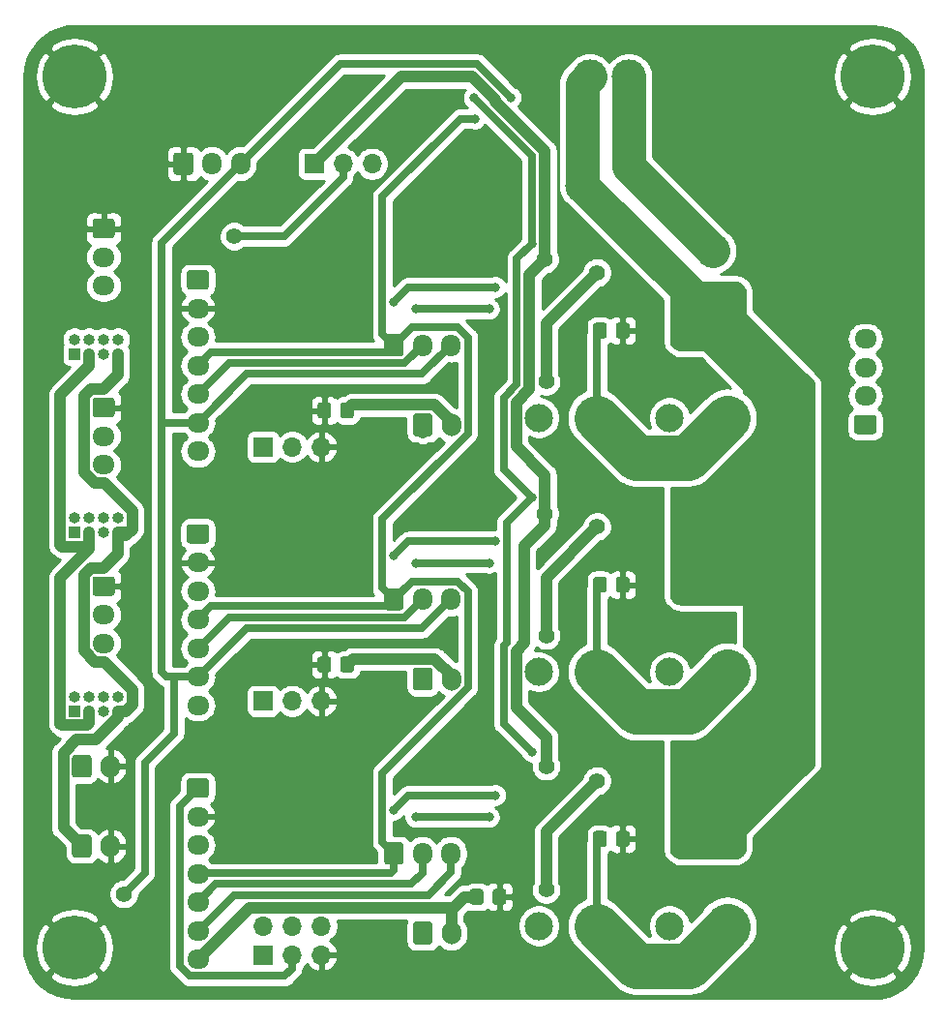
<source format=gbr>
%TF.GenerationSoftware,KiCad,Pcbnew,(5.1.9)-1*%
%TF.CreationDate,2021-02-17T21:12:08+00:00*%
%TF.ProjectId,switcherv0,73776974-6368-4657-9276-302e6b696361,rev?*%
%TF.SameCoordinates,Original*%
%TF.FileFunction,Copper,L2,Bot*%
%TF.FilePolarity,Positive*%
%FSLAX46Y46*%
G04 Gerber Fmt 4.6, Leading zero omitted, Abs format (unit mm)*
G04 Created by KiCad (PCBNEW (5.1.9)-1) date 2021-02-17 21:12:08*
%MOMM*%
%LPD*%
G01*
G04 APERTURE LIST*
%TA.AperFunction,ComponentPad*%
%ADD10C,3.600000*%
%TD*%
%TA.AperFunction,ConnectorPad*%
%ADD11C,5.600000*%
%TD*%
%TA.AperFunction,ComponentPad*%
%ADD12O,1.700000X2.000000*%
%TD*%
%TA.AperFunction,ComponentPad*%
%ADD13O,1.700000X1.700000*%
%TD*%
%TA.AperFunction,ComponentPad*%
%ADD14R,1.700000X1.700000*%
%TD*%
%TA.AperFunction,ComponentPad*%
%ADD15O,1.950000X1.700000*%
%TD*%
%TA.AperFunction,ComponentPad*%
%ADD16C,2.475000*%
%TD*%
%TA.AperFunction,ComponentPad*%
%ADD17R,2.475000X2.475000*%
%TD*%
%TA.AperFunction,ComponentPad*%
%ADD18O,1.000000X1.000000*%
%TD*%
%TA.AperFunction,ComponentPad*%
%ADD19R,1.000000X1.000000*%
%TD*%
%TA.AperFunction,ComponentPad*%
%ADD20O,1.700000X1.950000*%
%TD*%
%TA.AperFunction,ViaPad*%
%ADD21C,2.000000*%
%TD*%
%TA.AperFunction,ViaPad*%
%ADD22C,0.800000*%
%TD*%
%TA.AperFunction,ViaPad*%
%ADD23C,1.400000*%
%TD*%
%TA.AperFunction,ViaPad*%
%ADD24C,3.000000*%
%TD*%
%TA.AperFunction,Conductor*%
%ADD25C,1.000000*%
%TD*%
%TA.AperFunction,Conductor*%
%ADD26C,3.000000*%
%TD*%
%TA.AperFunction,Conductor*%
%ADD27C,0.700000*%
%TD*%
%TA.AperFunction,Conductor*%
%ADD28C,4.000000*%
%TD*%
%TA.AperFunction,Conductor*%
%ADD29C,0.254000*%
%TD*%
%TA.AperFunction,Conductor*%
%ADD30C,0.100000*%
%TD*%
G04 APERTURE END LIST*
D10*
%TO.P,H4,1*%
%TO.N,GND*%
X111760000Y-135890000D03*
D11*
X111760000Y-135890000D03*
%TD*%
D10*
%TO.P,H3,1*%
%TO.N,GND*%
X181610000Y-135890000D03*
D11*
X181610000Y-135890000D03*
%TD*%
D10*
%TO.P,H2,1*%
%TO.N,GND*%
X181610000Y-59690000D03*
D11*
X181610000Y-59690000D03*
%TD*%
D10*
%TO.P,H1,1*%
%TO.N,GND*%
X111760000Y-59690000D03*
D11*
X111760000Y-59690000D03*
%TD*%
%TO.P,R26,2*%
%TO.N,/FAN_2*%
%TA.AperFunction,SMDPad,CuDef*%
G36*
G01*
X135020000Y-89345001D02*
X135020000Y-88444999D01*
G75*
G02*
X135269999Y-88195000I249999J0D01*
G01*
X135970001Y-88195000D01*
G75*
G02*
X136220000Y-88444999I0J-249999D01*
G01*
X136220000Y-89345001D01*
G75*
G02*
X135970001Y-89595000I-249999J0D01*
G01*
X135269999Y-89595000D01*
G75*
G02*
X135020000Y-89345001I0J249999D01*
G01*
G37*
%TD.AperFunction*%
%TO.P,R26,1*%
%TO.N,GND*%
%TA.AperFunction,SMDPad,CuDef*%
G36*
G01*
X133020000Y-89345001D02*
X133020000Y-88444999D01*
G75*
G02*
X133269999Y-88195000I249999J0D01*
G01*
X133970001Y-88195000D01*
G75*
G02*
X134220000Y-88444999I0J-249999D01*
G01*
X134220000Y-89345001D01*
G75*
G02*
X133970001Y-89595000I-249999J0D01*
G01*
X133269999Y-89595000D01*
G75*
G02*
X133020000Y-89345001I0J249999D01*
G01*
G37*
%TD.AperFunction*%
%TD*%
%TO.P,R25,2*%
%TO.N,/FAN_1*%
%TA.AperFunction,SMDPad,CuDef*%
G36*
G01*
X135020000Y-111575001D02*
X135020000Y-110674999D01*
G75*
G02*
X135269999Y-110425000I249999J0D01*
G01*
X135970001Y-110425000D01*
G75*
G02*
X136220000Y-110674999I0J-249999D01*
G01*
X136220000Y-111575001D01*
G75*
G02*
X135970001Y-111825000I-249999J0D01*
G01*
X135269999Y-111825000D01*
G75*
G02*
X135020000Y-111575001I0J249999D01*
G01*
G37*
%TD.AperFunction*%
%TO.P,R25,1*%
%TO.N,GND*%
%TA.AperFunction,SMDPad,CuDef*%
G36*
G01*
X133020000Y-111575001D02*
X133020000Y-110674999D01*
G75*
G02*
X133269999Y-110425000I249999J0D01*
G01*
X133970001Y-110425000D01*
G75*
G02*
X134220000Y-110674999I0J-249999D01*
G01*
X134220000Y-111575001D01*
G75*
G02*
X133970001Y-111825000I-249999J0D01*
G01*
X133269999Y-111825000D01*
G75*
G02*
X133020000Y-111575001I0J249999D01*
G01*
G37*
%TD.AperFunction*%
%TD*%
%TO.P,R24,2*%
%TO.N,/FAN_0*%
%TA.AperFunction,SMDPad,CuDef*%
G36*
G01*
X147555000Y-130994999D02*
X147555000Y-131895001D01*
G75*
G02*
X147305001Y-132145000I-249999J0D01*
G01*
X146604999Y-132145000D01*
G75*
G02*
X146355000Y-131895001I0J249999D01*
G01*
X146355000Y-130994999D01*
G75*
G02*
X146604999Y-130745000I249999J0D01*
G01*
X147305001Y-130745000D01*
G75*
G02*
X147555000Y-130994999I0J-249999D01*
G01*
G37*
%TD.AperFunction*%
%TO.P,R24,1*%
%TO.N,GND*%
%TA.AperFunction,SMDPad,CuDef*%
G36*
G01*
X149555000Y-130994999D02*
X149555000Y-131895001D01*
G75*
G02*
X149305001Y-132145000I-249999J0D01*
G01*
X148604999Y-132145000D01*
G75*
G02*
X148355000Y-131895001I0J249999D01*
G01*
X148355000Y-130994999D01*
G75*
G02*
X148604999Y-130745000I249999J0D01*
G01*
X149305001Y-130745000D01*
G75*
G02*
X149555000Y-130994999I0J-249999D01*
G01*
G37*
%TD.AperFunction*%
%TD*%
%TO.P,R23,2*%
%TO.N,Net-(J6-Pad1)*%
%TA.AperFunction,SMDPad,CuDef*%
G36*
G01*
X158350000Y-81464999D02*
X158350000Y-82365001D01*
G75*
G02*
X158100001Y-82615000I-249999J0D01*
G01*
X157399999Y-82615000D01*
G75*
G02*
X157150000Y-82365001I0J249999D01*
G01*
X157150000Y-81464999D01*
G75*
G02*
X157399999Y-81215000I249999J0D01*
G01*
X158100001Y-81215000D01*
G75*
G02*
X158350000Y-81464999I0J-249999D01*
G01*
G37*
%TD.AperFunction*%
%TO.P,R23,1*%
%TO.N,GND*%
%TA.AperFunction,SMDPad,CuDef*%
G36*
G01*
X160350000Y-81464999D02*
X160350000Y-82365001D01*
G75*
G02*
X160100001Y-82615000I-249999J0D01*
G01*
X159399999Y-82615000D01*
G75*
G02*
X159150000Y-82365001I0J249999D01*
G01*
X159150000Y-81464999D01*
G75*
G02*
X159399999Y-81215000I249999J0D01*
G01*
X160100001Y-81215000D01*
G75*
G02*
X160350000Y-81464999I0J-249999D01*
G01*
G37*
%TD.AperFunction*%
%TD*%
%TO.P,R22,2*%
%TO.N,Net-(J4-Pad1)*%
%TA.AperFunction,SMDPad,CuDef*%
G36*
G01*
X158350000Y-103694999D02*
X158350000Y-104595001D01*
G75*
G02*
X158100001Y-104845000I-249999J0D01*
G01*
X157399999Y-104845000D01*
G75*
G02*
X157150000Y-104595001I0J249999D01*
G01*
X157150000Y-103694999D01*
G75*
G02*
X157399999Y-103445000I249999J0D01*
G01*
X158100001Y-103445000D01*
G75*
G02*
X158350000Y-103694999I0J-249999D01*
G01*
G37*
%TD.AperFunction*%
%TO.P,R22,1*%
%TO.N,GND*%
%TA.AperFunction,SMDPad,CuDef*%
G36*
G01*
X160350000Y-103694999D02*
X160350000Y-104595001D01*
G75*
G02*
X160100001Y-104845000I-249999J0D01*
G01*
X159399999Y-104845000D01*
G75*
G02*
X159150000Y-104595001I0J249999D01*
G01*
X159150000Y-103694999D01*
G75*
G02*
X159399999Y-103445000I249999J0D01*
G01*
X160100001Y-103445000D01*
G75*
G02*
X160350000Y-103694999I0J-249999D01*
G01*
G37*
%TD.AperFunction*%
%TD*%
%TO.P,R21,1*%
%TO.N,GND*%
%TA.AperFunction,SMDPad,CuDef*%
G36*
G01*
X160350000Y-125924999D02*
X160350000Y-126825001D01*
G75*
G02*
X160100001Y-127075000I-249999J0D01*
G01*
X159399999Y-127075000D01*
G75*
G02*
X159150000Y-126825001I0J249999D01*
G01*
X159150000Y-125924999D01*
G75*
G02*
X159399999Y-125675000I249999J0D01*
G01*
X160100001Y-125675000D01*
G75*
G02*
X160350000Y-125924999I0J-249999D01*
G01*
G37*
%TD.AperFunction*%
%TO.P,R21,2*%
%TO.N,Net-(J2-Pad1)*%
%TA.AperFunction,SMDPad,CuDef*%
G36*
G01*
X158350000Y-125924999D02*
X158350000Y-126825001D01*
G75*
G02*
X158100001Y-127075000I-249999J0D01*
G01*
X157399999Y-127075000D01*
G75*
G02*
X157150000Y-126825001I0J249999D01*
G01*
X157150000Y-125924999D01*
G75*
G02*
X157399999Y-125675000I249999J0D01*
G01*
X158100001Y-125675000D01*
G75*
G02*
X158350000Y-125924999I0J-249999D01*
G01*
G37*
%TD.AperFunction*%
%TD*%
D12*
%TO.P,J9,2*%
%TO.N,/FAN_0*%
X144740000Y-134620000D03*
%TO.P,J9,1*%
%TO.N,+24V*%
%TA.AperFunction,ComponentPad*%
G36*
G01*
X141390000Y-135370000D02*
X141390000Y-133870000D01*
G75*
G02*
X141640000Y-133620000I250000J0D01*
G01*
X142840000Y-133620000D01*
G75*
G02*
X143090000Y-133870000I0J-250000D01*
G01*
X143090000Y-135370000D01*
G75*
G02*
X142840000Y-135620000I-250000J0D01*
G01*
X141640000Y-135620000D01*
G75*
G02*
X141390000Y-135370000I0J250000D01*
G01*
G37*
%TD.AperFunction*%
%TD*%
D13*
%TO.P,JP3,3*%
%TO.N,Net-(JP3-Pad3)*%
X137795000Y-67310000D03*
%TO.P,JP3,2*%
%TO.N,/AUX0*%
X135255000Y-67310000D03*
D14*
%TO.P,JP3,1*%
%TO.N,/FAN_OUT*%
X132715000Y-67310000D03*
%TD*%
D15*
%TO.P,J14,7*%
%TO.N,/FAN_0*%
X122555000Y-136920000D03*
%TO.P,J14,6*%
%TO.N,+3V3*%
X122555000Y-134420000D03*
%TO.P,J14,5*%
%TO.N,/THERM_0*%
X122555000Y-131920000D03*
%TO.P,J14,4*%
%TO.N,GND1*%
X122555000Y-129420000D03*
%TO.P,J14,3*%
%TO.N,+5V*%
X122555000Y-126920000D03*
%TO.P,J14,2*%
%TO.N,GND*%
X122555000Y-124420000D03*
%TO.P,J14,1*%
%TO.N,/Tool0Sig*%
%TA.AperFunction,ComponentPad*%
G36*
G01*
X121830000Y-121070000D02*
X123280000Y-121070000D01*
G75*
G02*
X123530000Y-121320000I0J-250000D01*
G01*
X123530000Y-122520000D01*
G75*
G02*
X123280000Y-122770000I-250000J0D01*
G01*
X121830000Y-122770000D01*
G75*
G02*
X121580000Y-122520000I0J250000D01*
G01*
X121580000Y-121320000D01*
G75*
G02*
X121830000Y-121070000I250000J0D01*
G01*
G37*
%TD.AperFunction*%
%TD*%
D16*
%TO.P,J2,2*%
%TO.N,+24V*%
X152400000Y-133985000D03*
D17*
%TO.P,J2,1*%
%TO.N,Net-(J2-Pad1)*%
X157480000Y-133985000D03*
%TD*%
D15*
%TO.P,J20,3*%
%TO.N,/V_AUX0*%
X114300000Y-77978000D03*
%TO.P,J20,2*%
%TO.N,/AUX0*%
X114300000Y-75478000D03*
%TO.P,J20,1*%
%TO.N,GND*%
%TA.AperFunction,ComponentPad*%
G36*
G01*
X113575000Y-72128000D02*
X115025000Y-72128000D01*
G75*
G02*
X115275000Y-72378000I0J-250000D01*
G01*
X115275000Y-73578000D01*
G75*
G02*
X115025000Y-73828000I-250000J0D01*
G01*
X113575000Y-73828000D01*
G75*
G02*
X113325000Y-73578000I0J250000D01*
G01*
X113325000Y-72378000D01*
G75*
G02*
X113575000Y-72128000I250000J0D01*
G01*
G37*
%TD.AperFunction*%
%TD*%
D12*
%TO.P,J17,2*%
%TO.N,GND*%
X114895000Y-120015000D03*
%TO.P,J17,1*%
%TO.N,+5V*%
%TA.AperFunction,ComponentPad*%
G36*
G01*
X111545000Y-120765000D02*
X111545000Y-119265000D01*
G75*
G02*
X111795000Y-119015000I250000J0D01*
G01*
X112995000Y-119015000D01*
G75*
G02*
X113245000Y-119265000I0J-250000D01*
G01*
X113245000Y-120765000D01*
G75*
G02*
X112995000Y-121015000I-250000J0D01*
G01*
X111795000Y-121015000D01*
G75*
G02*
X111545000Y-120765000I0J250000D01*
G01*
G37*
%TD.AperFunction*%
%TD*%
D15*
%TO.P,J21,3*%
%TO.N,/V_AUX1*%
X114300000Y-93646000D03*
%TO.P,J21,2*%
%TO.N,/AUX1*%
X114300000Y-91146000D03*
%TO.P,J21,1*%
%TO.N,GND*%
%TA.AperFunction,ComponentPad*%
G36*
G01*
X113575000Y-87796000D02*
X115025000Y-87796000D01*
G75*
G02*
X115275000Y-88046000I0J-250000D01*
G01*
X115275000Y-89246000D01*
G75*
G02*
X115025000Y-89496000I-250000J0D01*
G01*
X113575000Y-89496000D01*
G75*
G02*
X113325000Y-89246000I0J250000D01*
G01*
X113325000Y-88046000D01*
G75*
G02*
X113575000Y-87796000I250000J0D01*
G01*
G37*
%TD.AperFunction*%
%TD*%
%TO.P,J22,3*%
%TO.N,/V_AUX2*%
X114300000Y-109267000D03*
%TO.P,J22,2*%
%TO.N,/AUX2*%
X114300000Y-106767000D03*
%TO.P,J22,1*%
%TO.N,GND*%
%TA.AperFunction,ComponentPad*%
G36*
G01*
X113575000Y-103417000D02*
X115025000Y-103417000D01*
G75*
G02*
X115275000Y-103667000I0J-250000D01*
G01*
X115275000Y-104867000D01*
G75*
G02*
X115025000Y-105117000I-250000J0D01*
G01*
X113575000Y-105117000D01*
G75*
G02*
X113325000Y-104867000I0J250000D01*
G01*
X113325000Y-103667000D01*
G75*
G02*
X113575000Y-103417000I250000J0D01*
G01*
G37*
%TD.AperFunction*%
%TD*%
D18*
%TO.P,JP6,8*%
%TO.N,/V_AUX2*%
X115570000Y-113919000D03*
%TO.P,JP6,7*%
%TO.N,+VDC*%
X115570000Y-115189000D03*
%TO.P,JP6,6*%
%TO.N,/V_AUX2*%
X114300000Y-113919000D03*
%TO.P,JP6,5*%
%TO.N,+5V*%
X114300000Y-115189000D03*
%TO.P,JP6,4*%
%TO.N,/V_AUX2*%
X113030000Y-113919000D03*
%TO.P,JP6,3*%
%TO.N,+24V*%
X113030000Y-115189000D03*
%TO.P,JP6,2*%
%TO.N,/V_AUX2*%
X111760000Y-113919000D03*
D19*
%TO.P,JP6,1*%
%TO.N,Net-(JP6-Pad1)*%
X111760000Y-115189000D03*
%TD*%
D18*
%TO.P,JP5,8*%
%TO.N,/V_AUX1*%
X115570000Y-98298000D03*
%TO.P,JP5,7*%
%TO.N,+VDC*%
X115570000Y-99568000D03*
%TO.P,JP5,6*%
%TO.N,/V_AUX1*%
X114300000Y-98298000D03*
%TO.P,JP5,5*%
%TO.N,+5V*%
X114300000Y-99568000D03*
%TO.P,JP5,4*%
%TO.N,/V_AUX1*%
X113030000Y-98298000D03*
%TO.P,JP5,3*%
%TO.N,+24V*%
X113030000Y-99568000D03*
%TO.P,JP5,2*%
%TO.N,/V_AUX1*%
X111760000Y-98298000D03*
D19*
%TO.P,JP5,1*%
%TO.N,Net-(JP5-Pad1)*%
X111760000Y-99568000D03*
%TD*%
D18*
%TO.P,JP4,8*%
%TO.N,/V_AUX0*%
X115570000Y-82677000D03*
%TO.P,JP4,7*%
%TO.N,+VDC*%
X115570000Y-83947000D03*
%TO.P,JP4,6*%
%TO.N,/V_AUX0*%
X114300000Y-82677000D03*
%TO.P,JP4,5*%
%TO.N,+5V*%
X114300000Y-83947000D03*
%TO.P,JP4,4*%
%TO.N,/V_AUX0*%
X113030000Y-82677000D03*
%TO.P,JP4,3*%
%TO.N,+24V*%
X113030000Y-83947000D03*
%TO.P,JP4,2*%
%TO.N,/V_AUX0*%
X111760000Y-82677000D03*
D19*
%TO.P,JP4,1*%
%TO.N,Net-(JP4-Pad1)*%
X111760000Y-83947000D03*
%TD*%
D20*
%TO.P,J19,3*%
%TO.N,+3V3*%
X126285000Y-67310000D03*
%TO.P,J19,2*%
%TO.N,/PROBE*%
X123785000Y-67310000D03*
%TO.P,J19,1*%
%TO.N,GND*%
%TA.AperFunction,ComponentPad*%
G36*
G01*
X120435000Y-68035000D02*
X120435000Y-66585000D01*
G75*
G02*
X120685000Y-66335000I250000J0D01*
G01*
X121885000Y-66335000D01*
G75*
G02*
X122135000Y-66585000I0J-250000D01*
G01*
X122135000Y-68035000D01*
G75*
G02*
X121885000Y-68285000I-250000J0D01*
G01*
X120685000Y-68285000D01*
G75*
G02*
X120435000Y-68035000I0J250000D01*
G01*
G37*
%TD.AperFunction*%
%TD*%
D12*
%TO.P,J18,2*%
%TO.N,GND*%
X114895000Y-127000000D03*
%TO.P,J18,1*%
%TO.N,+VDC*%
%TA.AperFunction,ComponentPad*%
G36*
G01*
X111545000Y-127750000D02*
X111545000Y-126250000D01*
G75*
G02*
X111795000Y-126000000I250000J0D01*
G01*
X112995000Y-126000000D01*
G75*
G02*
X113245000Y-126250000I0J-250000D01*
G01*
X113245000Y-127750000D01*
G75*
G02*
X112995000Y-128000000I-250000J0D01*
G01*
X111795000Y-128000000D01*
G75*
G02*
X111545000Y-127750000I0J250000D01*
G01*
G37*
%TD.AperFunction*%
%TD*%
%TO.P,J16,1*%
%TO.N,/Tool2Sig*%
%TA.AperFunction,ComponentPad*%
G36*
G01*
X121830000Y-76620000D02*
X123280000Y-76620000D01*
G75*
G02*
X123530000Y-76870000I0J-250000D01*
G01*
X123530000Y-78070000D01*
G75*
G02*
X123280000Y-78320000I-250000J0D01*
G01*
X121830000Y-78320000D01*
G75*
G02*
X121580000Y-78070000I0J250000D01*
G01*
X121580000Y-76870000D01*
G75*
G02*
X121830000Y-76620000I250000J0D01*
G01*
G37*
%TD.AperFunction*%
D15*
%TO.P,J16,2*%
%TO.N,GND*%
X122555000Y-79970000D03*
%TO.P,J16,3*%
%TO.N,+5V*%
X122555000Y-82470000D03*
%TO.P,J16,4*%
%TO.N,GND1*%
X122555000Y-84970000D03*
%TO.P,J16,5*%
%TO.N,/THERM_2*%
X122555000Y-87470000D03*
%TO.P,J16,6*%
%TO.N,+3V3*%
X122555000Y-89970000D03*
%TO.P,J16,7*%
%TO.N,/FAN_2*%
X122555000Y-92470000D03*
%TD*%
%TO.P,J15,7*%
%TO.N,/FAN_1*%
X122555000Y-114695000D03*
%TO.P,J15,6*%
%TO.N,+3V3*%
X122555000Y-112195000D03*
%TO.P,J15,5*%
%TO.N,/THERM_1*%
X122555000Y-109695000D03*
%TO.P,J15,4*%
%TO.N,GND1*%
X122555000Y-107195000D03*
%TO.P,J15,3*%
%TO.N,+5V*%
X122555000Y-104695000D03*
%TO.P,J15,2*%
%TO.N,GND*%
X122555000Y-102195000D03*
%TO.P,J15,1*%
%TO.N,/Tool1Sig*%
%TA.AperFunction,ComponentPad*%
G36*
G01*
X121830000Y-98845000D02*
X123280000Y-98845000D01*
G75*
G02*
X123530000Y-99095000I0J-250000D01*
G01*
X123530000Y-100295000D01*
G75*
G02*
X123280000Y-100545000I-250000J0D01*
G01*
X121830000Y-100545000D01*
G75*
G02*
X121580000Y-100295000I0J250000D01*
G01*
X121580000Y-99095000D01*
G75*
G02*
X121830000Y-98845000I250000J0D01*
G01*
G37*
%TD.AperFunction*%
%TD*%
%TO.P,J13,1*%
%TO.N,+24V*%
%TA.AperFunction,ComponentPad*%
G36*
G01*
X141390000Y-90920000D02*
X141390000Y-89420000D01*
G75*
G02*
X141640000Y-89170000I250000J0D01*
G01*
X142840000Y-89170000D01*
G75*
G02*
X143090000Y-89420000I0J-250000D01*
G01*
X143090000Y-90920000D01*
G75*
G02*
X142840000Y-91170000I-250000J0D01*
G01*
X141640000Y-91170000D01*
G75*
G02*
X141390000Y-90920000I0J250000D01*
G01*
G37*
%TD.AperFunction*%
D12*
%TO.P,J13,2*%
%TO.N,/FAN_2*%
X144740000Y-90170000D03*
%TD*%
%TO.P,J12,1*%
%TO.N,GND1*%
%TA.AperFunction,ComponentPad*%
G36*
G01*
X138850000Y-83910000D02*
X138850000Y-82460000D01*
G75*
G02*
X139100000Y-82210000I250000J0D01*
G01*
X140300000Y-82210000D01*
G75*
G02*
X140550000Y-82460000I0J-250000D01*
G01*
X140550000Y-83910000D01*
G75*
G02*
X140300000Y-84160000I-250000J0D01*
G01*
X139100000Y-84160000D01*
G75*
G02*
X138850000Y-83910000I0J250000D01*
G01*
G37*
%TD.AperFunction*%
D20*
%TO.P,J12,2*%
%TO.N,/THERM_2*%
X142200000Y-83185000D03*
%TO.P,J12,3*%
%TO.N,+3V3*%
X144700000Y-83185000D03*
%TD*%
D12*
%TO.P,J11,2*%
%TO.N,/FAN_1*%
X144740000Y-112395000D03*
%TO.P,J11,1*%
%TO.N,+24V*%
%TA.AperFunction,ComponentPad*%
G36*
G01*
X141390000Y-113145000D02*
X141390000Y-111645000D01*
G75*
G02*
X141640000Y-111395000I250000J0D01*
G01*
X142840000Y-111395000D01*
G75*
G02*
X143090000Y-111645000I0J-250000D01*
G01*
X143090000Y-113145000D01*
G75*
G02*
X142840000Y-113395000I-250000J0D01*
G01*
X141640000Y-113395000D01*
G75*
G02*
X141390000Y-113145000I0J250000D01*
G01*
G37*
%TD.AperFunction*%
%TD*%
D20*
%TO.P,J10,3*%
%TO.N,+3V3*%
X144700000Y-105410000D03*
%TO.P,J10,2*%
%TO.N,/THERM_1*%
X142200000Y-105410000D03*
%TO.P,J10,1*%
%TO.N,GND1*%
%TA.AperFunction,ComponentPad*%
G36*
G01*
X138850000Y-106135000D02*
X138850000Y-104685000D01*
G75*
G02*
X139100000Y-104435000I250000J0D01*
G01*
X140300000Y-104435000D01*
G75*
G02*
X140550000Y-104685000I0J-250000D01*
G01*
X140550000Y-106135000D01*
G75*
G02*
X140300000Y-106385000I-250000J0D01*
G01*
X139100000Y-106385000D01*
G75*
G02*
X138850000Y-106135000I0J250000D01*
G01*
G37*
%TD.AperFunction*%
%TD*%
%TO.P,J8,3*%
%TO.N,+3V3*%
X144700000Y-127635000D03*
%TO.P,J8,2*%
%TO.N,/THERM_0*%
X142200000Y-127635000D03*
%TO.P,J8,1*%
%TO.N,GND1*%
%TA.AperFunction,ComponentPad*%
G36*
G01*
X138850000Y-128360000D02*
X138850000Y-126910000D01*
G75*
G02*
X139100000Y-126660000I250000J0D01*
G01*
X140300000Y-126660000D01*
G75*
G02*
X140550000Y-126910000I0J-250000D01*
G01*
X140550000Y-128360000D01*
G75*
G02*
X140300000Y-128610000I-250000J0D01*
G01*
X139100000Y-128610000D01*
G75*
G02*
X138850000Y-128360000I0J250000D01*
G01*
G37*
%TD.AperFunction*%
%TD*%
D15*
%TO.P,J1,4*%
%TO.N,/1B*%
X180975000Y-82630000D03*
%TO.P,J1,3*%
%TO.N,/2B*%
X180975000Y-85130000D03*
%TO.P,J1,2*%
%TO.N,/2A*%
X180975000Y-87630000D03*
%TO.P,J1,1*%
%TO.N,/1A*%
%TA.AperFunction,ComponentPad*%
G36*
G01*
X181700000Y-90980000D02*
X180250000Y-90980000D01*
G75*
G02*
X180000000Y-90730000I0J250000D01*
G01*
X180000000Y-89530000D01*
G75*
G02*
X180250000Y-89280000I250000J0D01*
G01*
X181700000Y-89280000D01*
G75*
G02*
X181950000Y-89530000I0J-250000D01*
G01*
X181950000Y-90730000D01*
G75*
G02*
X181700000Y-90980000I-250000J0D01*
G01*
G37*
%TD.AperFunction*%
%TD*%
D17*
%TO.P,J7,1*%
%TO.N,Net-(J6-Pad1)*%
X168910000Y-89535000D03*
D16*
%TO.P,J7,2*%
%TO.N,+24V*%
X163830000Y-89535000D03*
%TD*%
D17*
%TO.P,J6,1*%
%TO.N,Net-(J6-Pad1)*%
X157480000Y-89535000D03*
D16*
%TO.P,J6,2*%
%TO.N,+24V*%
X152400000Y-89535000D03*
%TD*%
%TO.P,J5,2*%
%TO.N,+24V*%
X163830000Y-111760000D03*
D17*
%TO.P,J5,1*%
%TO.N,Net-(J4-Pad1)*%
X168910000Y-111760000D03*
%TD*%
D16*
%TO.P,J4,2*%
%TO.N,+24V*%
X152400000Y-111760000D03*
D17*
%TO.P,J4,1*%
%TO.N,Net-(J4-Pad1)*%
X157480000Y-111760000D03*
%TD*%
D16*
%TO.P,J3,2*%
%TO.N,+24V*%
X163830000Y-133985000D03*
D17*
%TO.P,J3,1*%
%TO.N,Net-(J2-Pad1)*%
X168910000Y-133985000D03*
%TD*%
D13*
%TO.P,JP0,6*%
%TO.N,/TOOL0_LOGIC*%
X133350000Y-133985000D03*
%TO.P,JP0,5*%
%TO.N,GND*%
X133350000Y-136525000D03*
%TO.P,JP0,4*%
%TO.N,/TOOL0_LOGIC*%
X130810000Y-133985000D03*
%TO.P,JP0,3*%
%TO.N,/Tool0Sig*%
X130810000Y-136525000D03*
%TO.P,JP0,2*%
%TO.N,/TOOL0_LOGIC*%
X128270000Y-133985000D03*
D14*
%TO.P,JP0,1*%
%TO.N,+5V*%
X128270000Y-136525000D03*
%TD*%
D13*
%TO.P,JP1,3*%
%TO.N,GND*%
X133350000Y-114300000D03*
%TO.P,JP1,2*%
%TO.N,/TOOL1_LOGIC*%
X130810000Y-114300000D03*
D14*
%TO.P,JP1,1*%
%TO.N,/Tool1Sig*%
X128270000Y-114300000D03*
%TD*%
%TO.P,JP2,1*%
%TO.N,/Tool2Sig*%
X128270000Y-92075000D03*
D13*
%TO.P,JP2,2*%
%TO.N,/TOOL2_LOGIC*%
X130810000Y-92075000D03*
%TO.P,JP2,3*%
%TO.N,GND*%
X133350000Y-92075000D03*
%TD*%
D21*
%TO.N,GND*%
X142240000Y-62230000D03*
X166370000Y-62230000D03*
D22*
X107950000Y-69850000D03*
X107950000Y-106680000D03*
X135255000Y-126365000D03*
D23*
X160655000Y-120015000D03*
X160655000Y-97790000D03*
X146685000Y-96520000D03*
D22*
X155575000Y-81026000D03*
X155575000Y-103251000D03*
X155575000Y-125476000D03*
D23*
X122555000Y-96520000D03*
X146685000Y-118745000D03*
X122555000Y-118745000D03*
X116840000Y-80010000D03*
X128270000Y-88265000D03*
X128270000Y-110490000D03*
X154940000Y-73025000D03*
D22*
X136525000Y-60960000D03*
X129540000Y-66675000D03*
X127000000Y-64516000D03*
X148590000Y-139065000D03*
D23*
X179705000Y-67310000D03*
X178308000Y-96012000D03*
X184404000Y-119380000D03*
X167640000Y-65532000D03*
D22*
X140335000Y-66040000D03*
X143510000Y-67945000D03*
X149225000Y-74295000D03*
X134620000Y-62865000D03*
D24*
%TO.N,+24V*%
X160274000Y-59690000D03*
X167640000Y-74930000D03*
D21*
%TO.N,/HEATER_OUT*%
X165735000Y-126365000D03*
X168910000Y-126365000D03*
X168910000Y-123825000D03*
X165735000Y-123825000D03*
X168910000Y-101600000D03*
X168910000Y-104140000D03*
X165735000Y-101600000D03*
X165735000Y-104140000D03*
X165735000Y-79375000D03*
X165735000Y-81915000D03*
X168910000Y-79375000D03*
X168910000Y-81915000D03*
D24*
X156210000Y-69215000D03*
X156845000Y-59690000D03*
D22*
%TO.N,GND1*%
X146805000Y-63380000D03*
%TO.N,/THERM_OUT*%
X151765000Y-118745000D03*
X151765000Y-96520000D03*
X151765000Y-74295000D03*
X146722828Y-61557172D03*
%TO.N,+3V3*%
X149936674Y-61518326D03*
D23*
X116078000Y-131191000D03*
D22*
%TO.N,/THERM_0*%
X139700000Y-123825000D03*
X148590000Y-122555000D03*
%TO.N,Net-(Q0-Pad1)*%
X148050000Y-124460000D03*
X141605000Y-124460000D03*
%TO.N,Net-(Q3-Pad1)*%
X141605000Y-102235000D03*
X148050000Y-102235000D03*
D23*
%TO.N,/AUX0*%
X125730000Y-73660000D03*
D22*
%TO.N,/THERM_1*%
X148590000Y-100330000D03*
X139700000Y-101600000D03*
%TO.N,/THERM_2*%
X148590000Y-78105000D03*
X139700000Y-79375000D03*
D23*
%TO.N,/FAN_0*%
X153035000Y-130810000D03*
X157491070Y-121283953D03*
%TO.N,/FAN_1*%
X157491070Y-99058953D03*
X153035000Y-108585000D03*
%TO.N,/FAN_2*%
X157491070Y-76828953D03*
X153035000Y-86360000D03*
%TO.N,/FAN_OUT*%
X152915001Y-97909999D03*
X153035000Y-120015000D03*
X152915001Y-75679999D03*
D22*
%TO.N,Net-(Q6-Pad1)*%
X141605000Y-80010000D03*
X148050000Y-80010000D03*
%TD*%
D25*
%TO.N,+24V*%
X112668999Y-100818001D02*
X113030000Y-100457000D01*
X110659999Y-100818001D02*
X112668999Y-100818001D01*
X110509999Y-100668001D02*
X110659999Y-100818001D01*
X110509999Y-87547003D02*
X110509999Y-100668001D01*
X113030000Y-85027002D02*
X110509999Y-87547003D01*
X113030000Y-83947000D02*
X113030000Y-85027002D01*
X113030000Y-116269002D02*
X113030000Y-115189000D01*
X112860001Y-116439001D02*
X113030000Y-116269002D01*
X110659999Y-116439001D02*
X112860001Y-116439001D01*
X110509999Y-116289001D02*
X110659999Y-116439001D01*
X110509999Y-103549990D02*
X110509999Y-116289001D01*
X113030000Y-101029989D02*
X110509999Y-103549990D01*
X113030000Y-99568000D02*
X113030000Y-100775989D01*
X142240000Y-90170000D02*
X142240000Y-90805000D01*
D26*
X167640000Y-74930000D02*
X160655000Y-67945000D01*
X160274000Y-67564000D02*
X160655000Y-67945000D01*
X160274000Y-59690000D02*
X160274000Y-67564000D01*
%TO.N,/HEATER_OUT*%
X165735000Y-78740000D02*
X156210000Y-69215000D01*
X165735000Y-79375000D02*
X165735000Y-78740000D01*
X156210000Y-60325000D02*
X156845000Y-59690000D01*
X156210000Y-69215000D02*
X156210000Y-60325000D01*
D27*
%TO.N,+5V*%
X122555000Y-82470000D02*
X122555000Y-82550000D01*
%TO.N,GND1*%
X139700000Y-105410000D02*
X139075000Y-106035000D01*
X123715000Y-106035000D02*
X122555000Y-107195000D01*
X139075000Y-106035000D02*
X123715000Y-106035000D01*
X139700000Y-83185000D02*
X139075000Y-83810000D01*
X123715000Y-83810000D02*
X122555000Y-84970000D01*
X139075000Y-83810000D02*
X123715000Y-83810000D01*
X145300613Y-81609990D02*
X141275010Y-81609990D01*
X146190010Y-82499387D02*
X145300613Y-81609990D01*
X141275010Y-81609990D02*
X139700000Y-83185000D01*
X138699999Y-98410624D02*
X146190010Y-90920613D01*
X138699999Y-104409999D02*
X138699999Y-98410624D01*
X146190010Y-90920613D02*
X146190010Y-82499387D01*
X139700000Y-105410000D02*
X138699999Y-104409999D01*
X145535000Y-63380000D02*
X146805000Y-63380000D01*
X138699999Y-70215001D02*
X145535000Y-63380000D01*
X138699999Y-82184999D02*
X138699999Y-70215001D01*
X139700000Y-83185000D02*
X138699999Y-82184999D01*
X138699999Y-126634999D02*
X139700000Y-127635000D01*
X138699999Y-120635624D02*
X138699999Y-126634999D01*
X146190010Y-104724387D02*
X146190010Y-113145613D01*
X145300613Y-103834990D02*
X146190010Y-104724387D01*
X146190010Y-113145613D02*
X138699999Y-120635624D01*
X141275010Y-103834990D02*
X145300613Y-103834990D01*
X139700000Y-105410000D02*
X141275010Y-103834990D01*
X139700000Y-127635000D02*
X139700000Y-129130969D01*
X139700000Y-129130969D02*
X139446000Y-129384969D01*
X122590031Y-129384969D02*
X122555000Y-129420000D01*
X139446000Y-129384969D02*
X122590031Y-129384969D01*
%TO.N,/THERM_OUT*%
X149312489Y-116292489D02*
X151765000Y-118745000D01*
X149312489Y-109481862D02*
X149312489Y-116292489D01*
X149590001Y-109204350D02*
X149312489Y-109481862D01*
X149590001Y-98694999D02*
X149590001Y-109204350D01*
X151765000Y-96520000D02*
X149590001Y-98694999D01*
X151765000Y-66599344D02*
X146722828Y-61557172D01*
X151765000Y-74295000D02*
X151765000Y-66599344D01*
X150484989Y-75575011D02*
X151765000Y-74295000D01*
X150484989Y-86600363D02*
X150484989Y-75575011D01*
X149312489Y-87772862D02*
X150484989Y-86600363D01*
X149312489Y-94067489D02*
X149312489Y-87772862D01*
X151765000Y-96520000D02*
X149312489Y-94067489D01*
D28*
%TO.N,Net-(J2-Pad1)*%
X160967501Y-137472501D02*
X157480000Y-133985000D01*
X165504001Y-137472501D02*
X160967501Y-137472501D01*
X168910000Y-134066502D02*
X165504001Y-137472501D01*
X168910000Y-133985000D02*
X168910000Y-134066502D01*
D27*
X157480000Y-126645000D02*
X157750000Y-126375000D01*
X157480000Y-133985000D02*
X157480000Y-126645000D01*
D28*
%TO.N,Net-(J4-Pad1)*%
X160967501Y-115247501D02*
X157480000Y-111760000D01*
X165504001Y-115247501D02*
X160967501Y-115247501D01*
X168910000Y-111841502D02*
X165504001Y-115247501D01*
X168910000Y-111760000D02*
X168910000Y-111841502D01*
D27*
X157480000Y-104415000D02*
X157750000Y-104145000D01*
X157480000Y-111760000D02*
X157480000Y-104415000D01*
D28*
%TO.N,Net-(J6-Pad1)*%
X160967501Y-93022501D02*
X157480000Y-89535000D01*
X165422499Y-93022501D02*
X160967501Y-93022501D01*
X168910000Y-89535000D02*
X165422499Y-93022501D01*
D27*
X157480000Y-82185000D02*
X157750000Y-81915000D01*
X157480000Y-89535000D02*
X157480000Y-82185000D01*
%TO.N,/Tool0Sig*%
X120979990Y-123495010D02*
X122555000Y-121920000D01*
X121829387Y-138370010D02*
X120979990Y-137520613D01*
X130167071Y-138370010D02*
X121829387Y-138370010D01*
X130810000Y-137727081D02*
X130167071Y-138370010D01*
X120979990Y-137520613D02*
X120979990Y-123495010D01*
X130810000Y-136525000D02*
X130810000Y-137727081D01*
%TO.N,+3V3*%
X144700000Y-105410000D02*
X142174980Y-107935020D01*
X126814980Y-107935020D02*
X122555000Y-112195000D01*
X142174980Y-107935020D02*
X126814980Y-107935020D01*
X119815000Y-112195000D02*
X119380000Y-111760000D01*
X119380000Y-111760000D02*
X119380000Y-109855000D01*
X144700000Y-83185000D02*
X142174980Y-85710020D01*
X126814980Y-85710020D02*
X122555000Y-89970000D01*
X142174980Y-85710020D02*
X126814980Y-85710020D01*
X119580000Y-89970000D02*
X119380000Y-90170000D01*
X122555000Y-89970000D02*
X119580000Y-89970000D01*
X119380000Y-90805000D02*
X119380000Y-90170000D01*
X119380000Y-109855000D02*
X119380000Y-90805000D01*
X119380000Y-74215000D02*
X126285000Y-67310000D01*
X119380000Y-90805000D02*
X119380000Y-74215000D01*
X135005009Y-58589991D02*
X134370010Y-59224990D01*
X134370010Y-59224990D02*
X126285000Y-67310000D01*
X147008339Y-58589991D02*
X135005009Y-58589991D01*
X149936674Y-61518326D02*
X147008339Y-58589991D01*
X125690011Y-131284989D02*
X122555000Y-134420000D01*
X142725011Y-131284989D02*
X125690011Y-131284989D01*
X144700000Y-129310000D02*
X142725011Y-131284989D01*
X144700000Y-127635000D02*
X144700000Y-129310000D01*
X116078000Y-131191000D02*
X117920011Y-129348989D01*
X117920011Y-129348989D02*
X117920011Y-119696989D01*
X120469000Y-117148000D02*
X120469000Y-112195000D01*
X117920011Y-119696989D02*
X120469000Y-117148000D01*
X120469000Y-112195000D02*
X119815000Y-112195000D01*
X122555000Y-112195000D02*
X120469000Y-112195000D01*
%TO.N,/THERM_0*%
X140970000Y-122555000D02*
X148590000Y-122555000D01*
X139700000Y-123825000D02*
X140970000Y-122555000D01*
X142200000Y-127635000D02*
X142200000Y-129358979D01*
X124140021Y-130334979D02*
X122555000Y-131920000D01*
X141224000Y-130334979D02*
X124140021Y-130334979D01*
X142200000Y-129358979D02*
X141224000Y-130334979D01*
%TO.N,Net-(Q0-Pad1)*%
X148050000Y-124460000D02*
X141605000Y-124460000D01*
%TO.N,Net-(Q3-Pad1)*%
X141605000Y-102235000D02*
X148050000Y-102235000D01*
%TO.N,/AUX0*%
X135255000Y-67550002D02*
X135255000Y-67310000D01*
X135255000Y-68512081D02*
X130107081Y-73660000D01*
X135255000Y-67310000D02*
X135255000Y-68512081D01*
X125730000Y-73660000D02*
X130107081Y-73660000D01*
%TO.N,/THERM_1*%
X148590000Y-100330000D02*
X140970000Y-100330000D01*
X140970000Y-100330000D02*
X139700000Y-101600000D01*
X125264990Y-106985010D02*
X122555000Y-109695000D01*
X140652088Y-106985010D02*
X125264990Y-106985010D01*
X142200000Y-105437098D02*
X140652088Y-106985010D01*
X142200000Y-105410000D02*
X142200000Y-105437098D01*
%TO.N,/THERM_2*%
X148590000Y-78105000D02*
X141605000Y-78105000D01*
X140970000Y-78105000D02*
X139700000Y-79375000D01*
X141605000Y-78105000D02*
X140970000Y-78105000D01*
X125264990Y-84760010D02*
X122555000Y-87470000D01*
X142200000Y-83212098D02*
X140652088Y-84760010D01*
X140652088Y-84760010D02*
X125264990Y-84760010D01*
X142200000Y-83185000D02*
X142200000Y-83212098D01*
D25*
%TO.N,/FAN_0*%
X127090001Y-132384999D02*
X122555000Y-136920000D01*
X144504999Y-132384999D02*
X127090001Y-132384999D01*
X144740000Y-132620000D02*
X144504999Y-132384999D01*
X144740000Y-134620000D02*
X144740000Y-132620000D01*
X153035000Y-125735002D02*
X157485002Y-121285000D01*
X153035000Y-130810000D02*
X153035000Y-125735002D01*
X157490023Y-121285000D02*
X157491070Y-121283953D01*
X157485002Y-121285000D02*
X157490023Y-121285000D01*
X144740000Y-134620000D02*
X144740000Y-133660000D01*
X145915000Y-131445000D02*
X144740000Y-132620000D01*
X146955000Y-131445000D02*
X145915000Y-131445000D01*
%TO.N,/FAN_1*%
X153035000Y-103515023D02*
X157491070Y-99058953D01*
X153035000Y-108585000D02*
X153035000Y-103515023D01*
X143254220Y-110644990D02*
X136100010Y-110644990D01*
X144740000Y-112130770D02*
X143254220Y-110644990D01*
X144740000Y-112395000D02*
X144740000Y-112130770D01*
X135620000Y-111125000D02*
X136100010Y-110644990D01*
%TO.N,/FAN_2*%
X153035000Y-81285023D02*
X157491070Y-76828953D01*
X153035000Y-86360000D02*
X153035000Y-81285023D01*
X136095010Y-88419990D02*
X135620000Y-88895000D01*
X143254220Y-88419990D02*
X136095010Y-88419990D01*
X144740000Y-89905770D02*
X143254220Y-88419990D01*
X144740000Y-90170000D02*
X144740000Y-89905770D01*
%TO.N,/FAN_OUT*%
X150412499Y-109937501D02*
X150412499Y-114852499D01*
X151130000Y-109220000D02*
X150412499Y-109937501D01*
X151130000Y-100723998D02*
X151130000Y-109220000D01*
X152915001Y-98938997D02*
X151130000Y-100723998D01*
X152915001Y-97909999D02*
X152915001Y-98938997D01*
X153035000Y-117475000D02*
X153035000Y-120015000D01*
X150412499Y-114852499D02*
X153035000Y-117475000D01*
X151584999Y-77010001D02*
X152915001Y-75679999D01*
X151584999Y-87068999D02*
X151584999Y-77010001D01*
X150412499Y-88241499D02*
X151584999Y-87068999D01*
X150412499Y-92028517D02*
X150412499Y-88241499D01*
X152915001Y-94531019D02*
X150412499Y-92028517D01*
X152915001Y-97909999D02*
X152915001Y-94531019D01*
X152915001Y-66193697D02*
X152915001Y-75679999D01*
X148590000Y-61868696D02*
X152915001Y-66193697D01*
X148590000Y-61727300D02*
X148590000Y-61868696D01*
X146552700Y-59690000D02*
X148590000Y-61727300D01*
X140335000Y-59690000D02*
X146552700Y-59690000D01*
X132715000Y-67310000D02*
X140335000Y-59690000D01*
D27*
%TO.N,Net-(Q6-Pad1)*%
X141605000Y-80010000D02*
X148050000Y-80010000D01*
D25*
%TO.N,+VDC*%
X115570000Y-101396990D02*
X115570000Y-99822000D01*
X114300000Y-102666990D02*
X115570000Y-101396990D01*
X114368012Y-110867010D02*
X113512255Y-110867010D01*
X116820001Y-113318999D02*
X114368012Y-110867010D01*
X116820001Y-114646105D02*
X116820001Y-113318999D01*
X112574990Y-109929745D02*
X112574990Y-103252780D01*
X116277106Y-115189000D02*
X116820001Y-114646105D01*
X113160780Y-102666990D02*
X114300000Y-102666990D01*
X112574990Y-103252780D02*
X113160780Y-102666990D01*
X113512255Y-110867010D02*
X112574990Y-109929745D01*
X115570000Y-115189000D02*
X116277106Y-115189000D01*
X115570000Y-99568000D02*
X116277106Y-99568000D01*
X116820001Y-99279105D02*
X116277106Y-99822000D01*
X113512255Y-95246010D02*
X114368012Y-95246010D01*
X112574990Y-94308745D02*
X113512255Y-95246010D01*
X114300000Y-87045990D02*
X113160780Y-87045990D01*
X113160780Y-87045990D02*
X112574990Y-87631780D01*
X115570000Y-85775990D02*
X114300000Y-87045990D01*
X112574990Y-87631780D02*
X112574990Y-94308745D01*
X115570000Y-83947000D02*
X115570000Y-85775990D01*
X116820001Y-97697999D02*
X114368012Y-95246010D01*
X116820001Y-99279105D02*
X116820001Y-97697999D01*
X115570000Y-115769002D02*
X115570000Y-115189000D01*
X113649991Y-117689011D02*
X115570000Y-115769002D01*
X111956759Y-117689011D02*
X113649991Y-117689011D01*
X110794990Y-118850780D02*
X111956759Y-117689011D01*
X110794990Y-125399990D02*
X110794990Y-118850780D01*
X112395000Y-127000000D02*
X110794990Y-125399990D01*
%TD*%
D29*
%TO.N,/HEATER_OUT*%
X169731189Y-122191376D02*
X169894850Y-122241022D01*
X170045672Y-122321638D01*
X170177870Y-122430130D01*
X170286362Y-122562328D01*
X170366978Y-122713150D01*
X170416624Y-122876811D01*
X170434000Y-123053234D01*
X170434000Y-127136766D01*
X170416624Y-127313189D01*
X170366978Y-127476850D01*
X170286362Y-127627672D01*
X170177870Y-127759870D01*
X170045672Y-127868362D01*
X169894850Y-127948978D01*
X169731189Y-127998624D01*
X169554766Y-128016000D01*
X164836234Y-128016000D01*
X164659811Y-127998624D01*
X164496150Y-127948978D01*
X164345328Y-127868362D01*
X164213130Y-127759870D01*
X164104638Y-127627672D01*
X164024022Y-127476850D01*
X163974376Y-127313189D01*
X163957000Y-127136766D01*
X163957000Y-123053234D01*
X163974376Y-122876811D01*
X164024022Y-122713150D01*
X164104638Y-122562328D01*
X164213130Y-122430130D01*
X164345328Y-122321638D01*
X164496150Y-122241022D01*
X164659811Y-122191376D01*
X164836234Y-122174000D01*
X169554766Y-122174000D01*
X169731189Y-122191376D01*
%TA.AperFunction,Conductor*%
D30*
G36*
X169731189Y-122191376D02*
G01*
X169894850Y-122241022D01*
X170045672Y-122321638D01*
X170177870Y-122430130D01*
X170286362Y-122562328D01*
X170366978Y-122713150D01*
X170416624Y-122876811D01*
X170434000Y-123053234D01*
X170434000Y-127136766D01*
X170416624Y-127313189D01*
X170366978Y-127476850D01*
X170286362Y-127627672D01*
X170177870Y-127759870D01*
X170045672Y-127868362D01*
X169894850Y-127948978D01*
X169731189Y-127998624D01*
X169554766Y-128016000D01*
X164836234Y-128016000D01*
X164659811Y-127998624D01*
X164496150Y-127948978D01*
X164345328Y-127868362D01*
X164213130Y-127759870D01*
X164104638Y-127627672D01*
X164024022Y-127476850D01*
X163974376Y-127313189D01*
X163957000Y-127136766D01*
X163957000Y-123053234D01*
X163974376Y-122876811D01*
X164024022Y-122713150D01*
X164104638Y-122562328D01*
X164213130Y-122430130D01*
X164345328Y-122321638D01*
X164496150Y-122241022D01*
X164659811Y-122191376D01*
X164836234Y-122174000D01*
X169554766Y-122174000D01*
X169731189Y-122191376D01*
G37*
%TD.AperFunction*%
%TD*%
D29*
%TO.N,/HEATER_OUT*%
X169731189Y-77741376D02*
X169894850Y-77791022D01*
X170045672Y-77871638D01*
X170177870Y-77980130D01*
X170286362Y-78112328D01*
X170366978Y-78263150D01*
X170416624Y-78426811D01*
X170434000Y-78603234D01*
X170434000Y-82686766D01*
X170416624Y-82863189D01*
X170366978Y-83026850D01*
X170286362Y-83177672D01*
X170177870Y-83309870D01*
X170045672Y-83418362D01*
X169894850Y-83498978D01*
X169731189Y-83548624D01*
X169554766Y-83566000D01*
X164836234Y-83566000D01*
X164659811Y-83548624D01*
X164496150Y-83498978D01*
X164345328Y-83418362D01*
X164213130Y-83309870D01*
X164104638Y-83177672D01*
X164024022Y-83026850D01*
X163974376Y-82863189D01*
X163957000Y-82686766D01*
X163957000Y-78603234D01*
X163974376Y-78426811D01*
X164024022Y-78263150D01*
X164104638Y-78112328D01*
X164213130Y-77980130D01*
X164345328Y-77871638D01*
X164496150Y-77791022D01*
X164659811Y-77741376D01*
X164836234Y-77724000D01*
X169554766Y-77724000D01*
X169731189Y-77741376D01*
%TA.AperFunction,Conductor*%
D30*
G36*
X169731189Y-77741376D02*
G01*
X169894850Y-77791022D01*
X170045672Y-77871638D01*
X170177870Y-77980130D01*
X170286362Y-78112328D01*
X170366978Y-78263150D01*
X170416624Y-78426811D01*
X170434000Y-78603234D01*
X170434000Y-82686766D01*
X170416624Y-82863189D01*
X170366978Y-83026850D01*
X170286362Y-83177672D01*
X170177870Y-83309870D01*
X170045672Y-83418362D01*
X169894850Y-83498978D01*
X169731189Y-83548624D01*
X169554766Y-83566000D01*
X164836234Y-83566000D01*
X164659811Y-83548624D01*
X164496150Y-83498978D01*
X164345328Y-83418362D01*
X164213130Y-83309870D01*
X164104638Y-83177672D01*
X164024022Y-83026850D01*
X163974376Y-82863189D01*
X163957000Y-82686766D01*
X163957000Y-78603234D01*
X163974376Y-78426811D01*
X164024022Y-78263150D01*
X164104638Y-78112328D01*
X164213130Y-77980130D01*
X164345328Y-77871638D01*
X164496150Y-77791022D01*
X164659811Y-77741376D01*
X164836234Y-77724000D01*
X169554766Y-77724000D01*
X169731189Y-77741376D01*
G37*
%TD.AperFunction*%
%TD*%
D29*
%TO.N,/HEATER_OUT*%
X176403000Y-86412606D02*
X176403000Y-119962394D01*
X170127394Y-126238000D01*
X163957000Y-126238000D01*
X163957000Y-117882501D01*
X165374567Y-117882501D01*
X165504001Y-117895249D01*
X165633435Y-117882501D01*
X165633443Y-117882501D01*
X166020551Y-117844374D01*
X166517251Y-117693702D01*
X166975012Y-117449024D01*
X167376242Y-117119742D01*
X167458759Y-117019195D01*
X170681699Y-113796256D01*
X170782241Y-113713743D01*
X171111523Y-113312512D01*
X171303339Y-112953649D01*
X171356201Y-112854752D01*
X171506873Y-112358052D01*
X171511981Y-112306188D01*
X171545000Y-111970943D01*
X171545000Y-111970936D01*
X171557748Y-111841502D01*
X171545000Y-111712068D01*
X171545000Y-111630558D01*
X171506873Y-111243450D01*
X171356201Y-110746750D01*
X171111523Y-110288989D01*
X170782241Y-109887759D01*
X170381010Y-109558477D01*
X170307000Y-109518918D01*
X170307000Y-101600000D01*
X170304560Y-101575224D01*
X170297333Y-101551399D01*
X170285597Y-101529443D01*
X170269803Y-101510197D01*
X170250557Y-101494403D01*
X170228601Y-101482667D01*
X170204776Y-101475440D01*
X170180000Y-101473000D01*
X163957000Y-101473000D01*
X163957000Y-95657501D01*
X165293065Y-95657501D01*
X165422499Y-95670249D01*
X165551933Y-95657501D01*
X165551941Y-95657501D01*
X165939049Y-95619374D01*
X166435749Y-95468702D01*
X166893510Y-95224024D01*
X167294740Y-94894742D01*
X167377257Y-94794195D01*
X170864755Y-91306698D01*
X171111522Y-91006011D01*
X171356201Y-90548250D01*
X171506873Y-90051551D01*
X171557748Y-89535001D01*
X171506873Y-89018451D01*
X171356201Y-88521751D01*
X171111522Y-88063990D01*
X170782241Y-87662759D01*
X170381010Y-87333478D01*
X170307000Y-87293919D01*
X170307000Y-86995000D01*
X170304560Y-86970224D01*
X170297333Y-86946399D01*
X170285597Y-86924443D01*
X170269803Y-86905197D01*
X164109309Y-80744703D01*
X170132752Y-80142358D01*
X176403000Y-86412606D01*
%TA.AperFunction,Conductor*%
D30*
G36*
X176403000Y-86412606D02*
G01*
X176403000Y-119962394D01*
X170127394Y-126238000D01*
X163957000Y-126238000D01*
X163957000Y-117882501D01*
X165374567Y-117882501D01*
X165504001Y-117895249D01*
X165633435Y-117882501D01*
X165633443Y-117882501D01*
X166020551Y-117844374D01*
X166517251Y-117693702D01*
X166975012Y-117449024D01*
X167376242Y-117119742D01*
X167458759Y-117019195D01*
X170681699Y-113796256D01*
X170782241Y-113713743D01*
X171111523Y-113312512D01*
X171303339Y-112953649D01*
X171356201Y-112854752D01*
X171506873Y-112358052D01*
X171511981Y-112306188D01*
X171545000Y-111970943D01*
X171545000Y-111970936D01*
X171557748Y-111841502D01*
X171545000Y-111712068D01*
X171545000Y-111630558D01*
X171506873Y-111243450D01*
X171356201Y-110746750D01*
X171111523Y-110288989D01*
X170782241Y-109887759D01*
X170381010Y-109558477D01*
X170307000Y-109518918D01*
X170307000Y-101600000D01*
X170304560Y-101575224D01*
X170297333Y-101551399D01*
X170285597Y-101529443D01*
X170269803Y-101510197D01*
X170250557Y-101494403D01*
X170228601Y-101482667D01*
X170204776Y-101475440D01*
X170180000Y-101473000D01*
X163957000Y-101473000D01*
X163957000Y-95657501D01*
X165293065Y-95657501D01*
X165422499Y-95670249D01*
X165551933Y-95657501D01*
X165551941Y-95657501D01*
X165939049Y-95619374D01*
X166435749Y-95468702D01*
X166893510Y-95224024D01*
X167294740Y-94894742D01*
X167377257Y-94794195D01*
X170864755Y-91306698D01*
X171111522Y-91006011D01*
X171356201Y-90548250D01*
X171506873Y-90051551D01*
X171557748Y-89535001D01*
X171506873Y-89018451D01*
X171356201Y-88521751D01*
X171111522Y-88063990D01*
X170782241Y-87662759D01*
X170381010Y-87333478D01*
X170307000Y-87293919D01*
X170307000Y-86995000D01*
X170304560Y-86970224D01*
X170297333Y-86946399D01*
X170285597Y-86924443D01*
X170269803Y-86905197D01*
X164109309Y-80744703D01*
X170132752Y-80142358D01*
X176403000Y-86412606D01*
G37*
%TD.AperFunction*%
%TD*%
D29*
%TO.N,/HEATER_OUT*%
X170620189Y-99966376D02*
X170783850Y-100016022D01*
X170934672Y-100096638D01*
X171066870Y-100205130D01*
X171175362Y-100337328D01*
X171255978Y-100488150D01*
X171305624Y-100651811D01*
X171323000Y-100828234D01*
X171323000Y-104911766D01*
X171305624Y-105088189D01*
X171255978Y-105251850D01*
X171175362Y-105402672D01*
X171066870Y-105534870D01*
X170934672Y-105643362D01*
X170783850Y-105723978D01*
X170620189Y-105773624D01*
X170443766Y-105791000D01*
X164836234Y-105791000D01*
X164659811Y-105773624D01*
X164496150Y-105723978D01*
X164345328Y-105643362D01*
X164213130Y-105534870D01*
X164104638Y-105402672D01*
X164024022Y-105251850D01*
X163974376Y-105088189D01*
X163957000Y-104911766D01*
X163957000Y-100828234D01*
X163974376Y-100651811D01*
X164024022Y-100488150D01*
X164104638Y-100337328D01*
X164213130Y-100205130D01*
X164345328Y-100096638D01*
X164496150Y-100016022D01*
X164659811Y-99966376D01*
X164836234Y-99949000D01*
X170443766Y-99949000D01*
X170620189Y-99966376D01*
%TA.AperFunction,Conductor*%
D30*
G36*
X170620189Y-99966376D02*
G01*
X170783850Y-100016022D01*
X170934672Y-100096638D01*
X171066870Y-100205130D01*
X171175362Y-100337328D01*
X171255978Y-100488150D01*
X171305624Y-100651811D01*
X171323000Y-100828234D01*
X171323000Y-104911766D01*
X171305624Y-105088189D01*
X171255978Y-105251850D01*
X171175362Y-105402672D01*
X171066870Y-105534870D01*
X170934672Y-105643362D01*
X170783850Y-105723978D01*
X170620189Y-105773624D01*
X170443766Y-105791000D01*
X164836234Y-105791000D01*
X164659811Y-105773624D01*
X164496150Y-105723978D01*
X164345328Y-105643362D01*
X164213130Y-105534870D01*
X164104638Y-105402672D01*
X164024022Y-105251850D01*
X163974376Y-105088189D01*
X163957000Y-104911766D01*
X163957000Y-100828234D01*
X163974376Y-100651811D01*
X164024022Y-100488150D01*
X164104638Y-100337328D01*
X164213130Y-100205130D01*
X164345328Y-100096638D01*
X164496150Y-100016022D01*
X164659811Y-99966376D01*
X164836234Y-99949000D01*
X170443766Y-99949000D01*
X170620189Y-99966376D01*
G37*
%TD.AperFunction*%
%TD*%
D29*
%TO.N,GND*%
X182392249Y-55342437D02*
X183149774Y-55549672D01*
X183858625Y-55887777D01*
X184496404Y-56346067D01*
X185042946Y-56910055D01*
X185480977Y-57561913D01*
X185796651Y-58281038D01*
X185981206Y-59049768D01*
X186030001Y-59714221D01*
X186030000Y-135860608D01*
X185957563Y-136672249D01*
X185750328Y-137429774D01*
X185412221Y-138138627D01*
X184953928Y-138776410D01*
X184389945Y-139322946D01*
X183738085Y-139760978D01*
X183018963Y-140076651D01*
X182250232Y-140261206D01*
X181585792Y-140310000D01*
X111789392Y-140310000D01*
X110977751Y-140237563D01*
X110220226Y-140030328D01*
X109511373Y-139692221D01*
X108873590Y-139233928D01*
X108327054Y-138669945D01*
X108082817Y-138306481D01*
X109523124Y-138306481D01*
X109835308Y-138755177D01*
X110431259Y-139075612D01*
X111078273Y-139273626D01*
X111751484Y-139341610D01*
X112425023Y-139276949D01*
X113073006Y-139082130D01*
X113670530Y-138764639D01*
X113684692Y-138755177D01*
X113996876Y-138306481D01*
X111760000Y-136069605D01*
X109523124Y-138306481D01*
X108082817Y-138306481D01*
X107889022Y-138018085D01*
X107573349Y-137298963D01*
X107388794Y-136530232D01*
X107341153Y-135881484D01*
X108308390Y-135881484D01*
X108373051Y-136555023D01*
X108567870Y-137203006D01*
X108885361Y-137800530D01*
X108894823Y-137814692D01*
X109343519Y-138126876D01*
X111580395Y-135890000D01*
X111939605Y-135890000D01*
X114176481Y-138126876D01*
X114625177Y-137814692D01*
X114945612Y-137218741D01*
X115143626Y-136571727D01*
X115211610Y-135898516D01*
X115146949Y-135224977D01*
X114952130Y-134576994D01*
X114634639Y-133979470D01*
X114625177Y-133965308D01*
X114176481Y-133653124D01*
X111939605Y-135890000D01*
X111580395Y-135890000D01*
X109343519Y-133653124D01*
X108894823Y-133965308D01*
X108574388Y-134561259D01*
X108376374Y-135208273D01*
X108308390Y-135881484D01*
X107341153Y-135881484D01*
X107340000Y-135865792D01*
X107340000Y-133473519D01*
X109523124Y-133473519D01*
X111760000Y-135710395D01*
X113996876Y-133473519D01*
X113684692Y-133024823D01*
X113088741Y-132704388D01*
X112441727Y-132506374D01*
X111768516Y-132438390D01*
X111094977Y-132503051D01*
X110446994Y-132697870D01*
X109849470Y-133015361D01*
X109835308Y-133024823D01*
X109523124Y-133473519D01*
X107340000Y-133473519D01*
X107340000Y-131059514D01*
X114743000Y-131059514D01*
X114743000Y-131322486D01*
X114794304Y-131580405D01*
X114894939Y-131823359D01*
X115041038Y-132042013D01*
X115226987Y-132227962D01*
X115445641Y-132374061D01*
X115688595Y-132474696D01*
X115946514Y-132526000D01*
X116209486Y-132526000D01*
X116467405Y-132474696D01*
X116710359Y-132374061D01*
X116929013Y-132227962D01*
X117114962Y-132042013D01*
X117261061Y-131823359D01*
X117361696Y-131580405D01*
X117413000Y-131322486D01*
X117413000Y-131249000D01*
X118582301Y-130079700D01*
X118619881Y-130048859D01*
X118742971Y-129898873D01*
X118834435Y-129727756D01*
X118890758Y-129542083D01*
X118905011Y-129397369D01*
X118905011Y-129397368D01*
X118909776Y-129348989D01*
X118905011Y-129300609D01*
X118905011Y-120104989D01*
X121131290Y-117878711D01*
X121168870Y-117847870D01*
X121291960Y-117697884D01*
X121383424Y-117526767D01*
X121439747Y-117341094D01*
X121448466Y-117252564D01*
X121458765Y-117148000D01*
X121454000Y-117099620D01*
X121454000Y-115815078D01*
X121600986Y-115935706D01*
X121858966Y-116073599D01*
X122138889Y-116158513D01*
X122357050Y-116180000D01*
X122752950Y-116180000D01*
X122971111Y-116158513D01*
X123251034Y-116073599D01*
X123509014Y-115935706D01*
X123735134Y-115750134D01*
X123920706Y-115524014D01*
X124058599Y-115266034D01*
X124143513Y-114986111D01*
X124172185Y-114695000D01*
X124143513Y-114403889D01*
X124058599Y-114123966D01*
X123920706Y-113865986D01*
X123735134Y-113639866D01*
X123509014Y-113454294D01*
X123500981Y-113450000D01*
X126781928Y-113450000D01*
X126781928Y-115150000D01*
X126794188Y-115274482D01*
X126830498Y-115394180D01*
X126889463Y-115504494D01*
X126968815Y-115601185D01*
X127065506Y-115680537D01*
X127175820Y-115739502D01*
X127295518Y-115775812D01*
X127420000Y-115788072D01*
X129120000Y-115788072D01*
X129244482Y-115775812D01*
X129364180Y-115739502D01*
X129474494Y-115680537D01*
X129571185Y-115601185D01*
X129650537Y-115504494D01*
X129709502Y-115394180D01*
X129731513Y-115321620D01*
X129863368Y-115453475D01*
X130106589Y-115615990D01*
X130376842Y-115727932D01*
X130663740Y-115785000D01*
X130956260Y-115785000D01*
X131243158Y-115727932D01*
X131513411Y-115615990D01*
X131756632Y-115453475D01*
X131963475Y-115246632D01*
X132085195Y-115064466D01*
X132154822Y-115181355D01*
X132349731Y-115397588D01*
X132583080Y-115571641D01*
X132845901Y-115696825D01*
X132993110Y-115741476D01*
X133223000Y-115620155D01*
X133223000Y-114427000D01*
X133477000Y-114427000D01*
X133477000Y-115620155D01*
X133706890Y-115741476D01*
X133854099Y-115696825D01*
X134116920Y-115571641D01*
X134350269Y-115397588D01*
X134545178Y-115181355D01*
X134694157Y-114931252D01*
X134791481Y-114656891D01*
X134670814Y-114427000D01*
X133477000Y-114427000D01*
X133223000Y-114427000D01*
X133203000Y-114427000D01*
X133203000Y-114173000D01*
X133223000Y-114173000D01*
X133223000Y-112979845D01*
X133477000Y-112979845D01*
X133477000Y-114173000D01*
X134670814Y-114173000D01*
X134791481Y-113943109D01*
X134694157Y-113668748D01*
X134545178Y-113418645D01*
X134350269Y-113202412D01*
X134116920Y-113028359D01*
X133854099Y-112903175D01*
X133706890Y-112858524D01*
X133477000Y-112979845D01*
X133223000Y-112979845D01*
X132993110Y-112858524D01*
X132845901Y-112903175D01*
X132583080Y-113028359D01*
X132349731Y-113202412D01*
X132154822Y-113418645D01*
X132085195Y-113535534D01*
X131963475Y-113353368D01*
X131756632Y-113146525D01*
X131513411Y-112984010D01*
X131243158Y-112872068D01*
X130956260Y-112815000D01*
X130663740Y-112815000D01*
X130376842Y-112872068D01*
X130106589Y-112984010D01*
X129863368Y-113146525D01*
X129731513Y-113278380D01*
X129709502Y-113205820D01*
X129650537Y-113095506D01*
X129571185Y-112998815D01*
X129474494Y-112919463D01*
X129364180Y-112860498D01*
X129244482Y-112824188D01*
X129120000Y-112811928D01*
X127420000Y-112811928D01*
X127295518Y-112824188D01*
X127175820Y-112860498D01*
X127065506Y-112919463D01*
X126968815Y-112998815D01*
X126889463Y-113095506D01*
X126830498Y-113205820D01*
X126794188Y-113325518D01*
X126781928Y-113450000D01*
X123500981Y-113450000D01*
X123491626Y-113445000D01*
X123509014Y-113435706D01*
X123735134Y-113250134D01*
X123920706Y-113024014D01*
X124058599Y-112766034D01*
X124143513Y-112486111D01*
X124172185Y-112195000D01*
X124152084Y-111990916D01*
X124318000Y-111825000D01*
X132381928Y-111825000D01*
X132394188Y-111949482D01*
X132430498Y-112069180D01*
X132489463Y-112179494D01*
X132568815Y-112276185D01*
X132665506Y-112355537D01*
X132775820Y-112414502D01*
X132895518Y-112450812D01*
X133020000Y-112463072D01*
X133334250Y-112460000D01*
X133493000Y-112301250D01*
X133493000Y-111252000D01*
X132543750Y-111252000D01*
X132385000Y-111410750D01*
X132381928Y-111825000D01*
X124318000Y-111825000D01*
X125718000Y-110425000D01*
X132381928Y-110425000D01*
X132385000Y-110839250D01*
X132543750Y-110998000D01*
X133493000Y-110998000D01*
X133493000Y-109948750D01*
X133334250Y-109790000D01*
X133020000Y-109786928D01*
X132895518Y-109799188D01*
X132775820Y-109835498D01*
X132665506Y-109894463D01*
X132568815Y-109973815D01*
X132489463Y-110070506D01*
X132430498Y-110180820D01*
X132394188Y-110300518D01*
X132381928Y-110425000D01*
X125718000Y-110425000D01*
X127222980Y-108920020D01*
X142126600Y-108920020D01*
X142174980Y-108924785D01*
X142223360Y-108920020D01*
X142368074Y-108905767D01*
X142553747Y-108849444D01*
X142724864Y-108757980D01*
X142874850Y-108634890D01*
X142905696Y-108597304D01*
X144495916Y-107007084D01*
X144700000Y-107027185D01*
X144991111Y-106998513D01*
X145205010Y-106933627D01*
X145205011Y-110834239D01*
X145031110Y-110781487D01*
X144991996Y-110777635D01*
X144096216Y-109881855D01*
X144060669Y-109838541D01*
X143887843Y-109696706D01*
X143690667Y-109591314D01*
X143476719Y-109526413D01*
X143309972Y-109509990D01*
X143309971Y-109509990D01*
X143254220Y-109504499D01*
X143198469Y-109509990D01*
X136155762Y-109509990D01*
X136100010Y-109504499D01*
X136044258Y-109509990D01*
X135877511Y-109526413D01*
X135663563Y-109591314D01*
X135466387Y-109696706D01*
X135356451Y-109786928D01*
X135269999Y-109786928D01*
X135096745Y-109803992D01*
X134930149Y-109854528D01*
X134776613Y-109936595D01*
X134695363Y-110003276D01*
X134671185Y-109973815D01*
X134574494Y-109894463D01*
X134464180Y-109835498D01*
X134344482Y-109799188D01*
X134220000Y-109786928D01*
X133905750Y-109790000D01*
X133747000Y-109948750D01*
X133747000Y-110998000D01*
X133767000Y-110998000D01*
X133767000Y-111252000D01*
X133747000Y-111252000D01*
X133747000Y-112301250D01*
X133905750Y-112460000D01*
X134220000Y-112463072D01*
X134344482Y-112450812D01*
X134464180Y-112414502D01*
X134574494Y-112355537D01*
X134671185Y-112276185D01*
X134695363Y-112246724D01*
X134776613Y-112313405D01*
X134930149Y-112395472D01*
X135096745Y-112446008D01*
X135269999Y-112463072D01*
X135970001Y-112463072D01*
X136143255Y-112446008D01*
X136309851Y-112395472D01*
X136463387Y-112313405D01*
X136597962Y-112202962D01*
X136708405Y-112068387D01*
X136790472Y-111914851D01*
X136831381Y-111779990D01*
X140751928Y-111779990D01*
X140751928Y-113145000D01*
X140768992Y-113318254D01*
X140819528Y-113484850D01*
X140901595Y-113638386D01*
X141012038Y-113772962D01*
X141146614Y-113883405D01*
X141300150Y-113965472D01*
X141466746Y-114016008D01*
X141640000Y-114033072D01*
X142840000Y-114033072D01*
X143013254Y-114016008D01*
X143179850Y-113965472D01*
X143333386Y-113883405D01*
X143467962Y-113772962D01*
X143578405Y-113638386D01*
X143632777Y-113536663D01*
X143684866Y-113600134D01*
X143910987Y-113785706D01*
X144071253Y-113871370D01*
X138037715Y-119904908D01*
X138000129Y-119935754D01*
X137877039Y-120085740D01*
X137799783Y-120230277D01*
X137785575Y-120256858D01*
X137729252Y-120442531D01*
X137710234Y-120635624D01*
X137714999Y-120684004D01*
X137715000Y-126586609D01*
X137710234Y-126634999D01*
X137729252Y-126828092D01*
X137785575Y-127013765D01*
X137785576Y-127013766D01*
X137877040Y-127184883D01*
X138000130Y-127334869D01*
X138037710Y-127365710D01*
X138211928Y-127539928D01*
X138211928Y-128360000D01*
X138215865Y-128399969D01*
X123763942Y-128399969D01*
X123735134Y-128364866D01*
X123509014Y-128179294D01*
X123491626Y-128170000D01*
X123509014Y-128160706D01*
X123735134Y-127975134D01*
X123920706Y-127749014D01*
X124058599Y-127491034D01*
X124143513Y-127211111D01*
X124172185Y-126920000D01*
X124143513Y-126628889D01*
X124058599Y-126348966D01*
X123920706Y-126090986D01*
X123735134Y-125864866D01*
X123509014Y-125679294D01*
X123483278Y-125665538D01*
X123689429Y-125509049D01*
X123882496Y-125291193D01*
X124029352Y-125039858D01*
X124121476Y-124776890D01*
X124000155Y-124547000D01*
X122682000Y-124547000D01*
X122682000Y-124567000D01*
X122428000Y-124567000D01*
X122428000Y-124547000D01*
X122408000Y-124547000D01*
X122408000Y-124293000D01*
X122428000Y-124293000D01*
X122428000Y-124273000D01*
X122682000Y-124273000D01*
X122682000Y-124293000D01*
X124000155Y-124293000D01*
X124121476Y-124063110D01*
X124029352Y-123800142D01*
X123882496Y-123548807D01*
X123689429Y-123330951D01*
X123668039Y-123314714D01*
X123773386Y-123258405D01*
X123907962Y-123147962D01*
X124018405Y-123013386D01*
X124100472Y-122859850D01*
X124151008Y-122693254D01*
X124168072Y-122520000D01*
X124168072Y-121320000D01*
X124151008Y-121146746D01*
X124100472Y-120980150D01*
X124018405Y-120826614D01*
X123907962Y-120692038D01*
X123773386Y-120581595D01*
X123619850Y-120499528D01*
X123453254Y-120448992D01*
X123280000Y-120431928D01*
X121830000Y-120431928D01*
X121656746Y-120448992D01*
X121490150Y-120499528D01*
X121336614Y-120581595D01*
X121202038Y-120692038D01*
X121091595Y-120826614D01*
X121009528Y-120980150D01*
X120958992Y-121146746D01*
X120941928Y-121320000D01*
X120941928Y-122140072D01*
X120317701Y-122764299D01*
X120280121Y-122795140D01*
X120157031Y-122945126D01*
X120120545Y-123013386D01*
X120065566Y-123116244D01*
X120009243Y-123301917D01*
X119990225Y-123495010D01*
X119994991Y-123543400D01*
X119994990Y-137472233D01*
X119990225Y-137520613D01*
X119994990Y-137568992D01*
X120009243Y-137713706D01*
X120065566Y-137899379D01*
X120157030Y-138070497D01*
X120280120Y-138220483D01*
X120317705Y-138251328D01*
X121098676Y-139032299D01*
X121129517Y-139069880D01*
X121167096Y-139100720D01*
X121279503Y-139192970D01*
X121450620Y-139284434D01*
X121636293Y-139340757D01*
X121829387Y-139359775D01*
X121877767Y-139355010D01*
X130118691Y-139355010D01*
X130167071Y-139359775D01*
X130215451Y-139355010D01*
X130360165Y-139340757D01*
X130545838Y-139284434D01*
X130716955Y-139192970D01*
X130866941Y-139069880D01*
X130897787Y-139032294D01*
X131472284Y-138457797D01*
X131509870Y-138426951D01*
X131632960Y-138276965D01*
X131724424Y-138105848D01*
X131780747Y-137920175D01*
X131795000Y-137775461D01*
X131799765Y-137727081D01*
X131795000Y-137678701D01*
X131795000Y-137640107D01*
X131963475Y-137471632D01*
X132085195Y-137289466D01*
X132154822Y-137406355D01*
X132349731Y-137622588D01*
X132583080Y-137796641D01*
X132845901Y-137921825D01*
X132993110Y-137966476D01*
X133223000Y-137845155D01*
X133223000Y-136652000D01*
X133477000Y-136652000D01*
X133477000Y-137845155D01*
X133706890Y-137966476D01*
X133854099Y-137921825D01*
X134116920Y-137796641D01*
X134350269Y-137622588D01*
X134545178Y-137406355D01*
X134694157Y-137156252D01*
X134791481Y-136881891D01*
X134670814Y-136652000D01*
X133477000Y-136652000D01*
X133223000Y-136652000D01*
X133203000Y-136652000D01*
X133203000Y-136398000D01*
X133223000Y-136398000D01*
X133223000Y-136378000D01*
X133477000Y-136378000D01*
X133477000Y-136398000D01*
X134670814Y-136398000D01*
X134791481Y-136168109D01*
X134694157Y-135893748D01*
X134545178Y-135643645D01*
X134350269Y-135427412D01*
X134120594Y-135256100D01*
X134296632Y-135138475D01*
X134503475Y-134931632D01*
X134665990Y-134688411D01*
X134777932Y-134418158D01*
X134835000Y-134131260D01*
X134835000Y-133838740D01*
X134777932Y-133551842D01*
X134764742Y-133519999D01*
X140824954Y-133519999D01*
X140819528Y-133530150D01*
X140768992Y-133696746D01*
X140751928Y-133870000D01*
X140751928Y-135370000D01*
X140768992Y-135543254D01*
X140819528Y-135709850D01*
X140901595Y-135863386D01*
X141012038Y-135997962D01*
X141146614Y-136108405D01*
X141300150Y-136190472D01*
X141466746Y-136241008D01*
X141640000Y-136258072D01*
X142840000Y-136258072D01*
X143013254Y-136241008D01*
X143179850Y-136190472D01*
X143333386Y-136108405D01*
X143467962Y-135997962D01*
X143578405Y-135863386D01*
X143632777Y-135761663D01*
X143684866Y-135825134D01*
X143910987Y-136010706D01*
X144168967Y-136148599D01*
X144448890Y-136233513D01*
X144740000Y-136262185D01*
X145031111Y-136233513D01*
X145311034Y-136148599D01*
X145569014Y-136010706D01*
X145795134Y-135825134D01*
X145980706Y-135599014D01*
X146118599Y-135341033D01*
X146203513Y-135061110D01*
X146225000Y-134842949D01*
X146225000Y-134397050D01*
X146203513Y-134178889D01*
X146118599Y-133898966D01*
X146066008Y-133800575D01*
X150527500Y-133800575D01*
X150527500Y-134169425D01*
X150599459Y-134531188D01*
X150740612Y-134871961D01*
X150945534Y-135178649D01*
X151206351Y-135439466D01*
X151513039Y-135644388D01*
X151853812Y-135785541D01*
X152215575Y-135857500D01*
X152584425Y-135857500D01*
X152946188Y-135785541D01*
X153286961Y-135644388D01*
X153593649Y-135439466D01*
X153854466Y-135178649D01*
X154059388Y-134871961D01*
X154200541Y-134531188D01*
X154272500Y-134169425D01*
X154272500Y-133985000D01*
X154832252Y-133985000D01*
X154883127Y-134501549D01*
X155033799Y-134998249D01*
X155278478Y-135456010D01*
X155525245Y-135756697D01*
X159012747Y-139244200D01*
X159095260Y-139344742D01*
X159496490Y-139674024D01*
X159858786Y-139867675D01*
X159954251Y-139918702D01*
X160450950Y-140069374D01*
X160502459Y-140074447D01*
X160838059Y-140107501D01*
X160838066Y-140107501D01*
X160967500Y-140120249D01*
X161096934Y-140107501D01*
X165374567Y-140107501D01*
X165504001Y-140120249D01*
X165633435Y-140107501D01*
X165633443Y-140107501D01*
X166020551Y-140069374D01*
X166517251Y-139918702D01*
X166975012Y-139674024D01*
X167376242Y-139344742D01*
X167458759Y-139244195D01*
X168396473Y-138306481D01*
X179373124Y-138306481D01*
X179685308Y-138755177D01*
X180281259Y-139075612D01*
X180928273Y-139273626D01*
X181601484Y-139341610D01*
X182275023Y-139276949D01*
X182923006Y-139082130D01*
X183520530Y-138764639D01*
X183534692Y-138755177D01*
X183846876Y-138306481D01*
X181610000Y-136069605D01*
X179373124Y-138306481D01*
X168396473Y-138306481D01*
X170681699Y-136021256D01*
X170782241Y-135938743D01*
X170829232Y-135881484D01*
X178158390Y-135881484D01*
X178223051Y-136555023D01*
X178417870Y-137203006D01*
X178735361Y-137800530D01*
X178744823Y-137814692D01*
X179193519Y-138126876D01*
X181430395Y-135890000D01*
X181789605Y-135890000D01*
X184026481Y-138126876D01*
X184475177Y-137814692D01*
X184795612Y-137218741D01*
X184993626Y-136571727D01*
X185061610Y-135898516D01*
X184996949Y-135224977D01*
X184802130Y-134576994D01*
X184484639Y-133979470D01*
X184475177Y-133965308D01*
X184026481Y-133653124D01*
X181789605Y-135890000D01*
X181430395Y-135890000D01*
X179193519Y-133653124D01*
X178744823Y-133965308D01*
X178424388Y-134561259D01*
X178226374Y-135208273D01*
X178158390Y-135881484D01*
X170829232Y-135881484D01*
X170870394Y-135831329D01*
X171100849Y-135550518D01*
X171111523Y-135537512D01*
X171236598Y-135303513D01*
X171356201Y-135079752D01*
X171506873Y-134583052D01*
X171522932Y-134420000D01*
X171545000Y-134195943D01*
X171545000Y-134195936D01*
X171557748Y-134066502D01*
X171545000Y-133937068D01*
X171545000Y-133855558D01*
X171507373Y-133473519D01*
X179373124Y-133473519D01*
X181610000Y-135710395D01*
X183846876Y-133473519D01*
X183534692Y-133024823D01*
X182938741Y-132704388D01*
X182291727Y-132506374D01*
X181618516Y-132438390D01*
X180944977Y-132503051D01*
X180296994Y-132697870D01*
X179699470Y-133015361D01*
X179685308Y-133024823D01*
X179373124Y-133473519D01*
X171507373Y-133473519D01*
X171506873Y-133468450D01*
X171356201Y-132971750D01*
X171111523Y-132513989D01*
X170782241Y-132112759D01*
X170381010Y-131783477D01*
X169923249Y-131538799D01*
X169426549Y-131388127D01*
X168910000Y-131337251D01*
X168393450Y-131388127D01*
X167896750Y-131538799D01*
X167438989Y-131783477D01*
X167037759Y-132112759D01*
X166708477Y-132513990D01*
X166676805Y-132573244D01*
X165660520Y-133589529D01*
X165630541Y-133438812D01*
X165489388Y-133098039D01*
X165284466Y-132791351D01*
X165023649Y-132530534D01*
X164716961Y-132325612D01*
X164376188Y-132184459D01*
X164014425Y-132112500D01*
X163645575Y-132112500D01*
X163283812Y-132184459D01*
X162943039Y-132325612D01*
X162636351Y-132530534D01*
X162375534Y-132791351D01*
X162170612Y-133098039D01*
X162029459Y-133438812D01*
X161957500Y-133800575D01*
X161957500Y-134169425D01*
X162029459Y-134531188D01*
X162156338Y-134837501D01*
X162058954Y-134837501D01*
X159251697Y-132030245D01*
X158951010Y-131783478D01*
X158493249Y-131538799D01*
X158465000Y-131530230D01*
X158465000Y-127632030D01*
X158593387Y-127563405D01*
X158674637Y-127496724D01*
X158698815Y-127526185D01*
X158795506Y-127605537D01*
X158905820Y-127664502D01*
X159025518Y-127700812D01*
X159150000Y-127713072D01*
X159464250Y-127710000D01*
X159623000Y-127551250D01*
X159623000Y-126502000D01*
X159877000Y-126502000D01*
X159877000Y-127551250D01*
X160035750Y-127710000D01*
X160350000Y-127713072D01*
X160474482Y-127700812D01*
X160594180Y-127664502D01*
X160704494Y-127605537D01*
X160801185Y-127526185D01*
X160880537Y-127429494D01*
X160939502Y-127319180D01*
X160975812Y-127199482D01*
X160988072Y-127075000D01*
X160985000Y-126660750D01*
X160826250Y-126502000D01*
X159877000Y-126502000D01*
X159623000Y-126502000D01*
X159603000Y-126502000D01*
X159603000Y-126248000D01*
X159623000Y-126248000D01*
X159623000Y-125198750D01*
X159877000Y-125198750D01*
X159877000Y-126248000D01*
X160826250Y-126248000D01*
X160985000Y-126089250D01*
X160988072Y-125675000D01*
X160975812Y-125550518D01*
X160939502Y-125430820D01*
X160880537Y-125320506D01*
X160801185Y-125223815D01*
X160704494Y-125144463D01*
X160594180Y-125085498D01*
X160474482Y-125049188D01*
X160350000Y-125036928D01*
X160035750Y-125040000D01*
X159877000Y-125198750D01*
X159623000Y-125198750D01*
X159464250Y-125040000D01*
X159150000Y-125036928D01*
X159025518Y-125049188D01*
X158905820Y-125085498D01*
X158795506Y-125144463D01*
X158698815Y-125223815D01*
X158674637Y-125253276D01*
X158593387Y-125186595D01*
X158439851Y-125104528D01*
X158273255Y-125053992D01*
X158100001Y-125036928D01*
X157399999Y-125036928D01*
X157226745Y-125053992D01*
X157060149Y-125104528D01*
X156906613Y-125186595D01*
X156772038Y-125297038D01*
X156661595Y-125431613D01*
X156579528Y-125585149D01*
X156528992Y-125751745D01*
X156511928Y-125924999D01*
X156511928Y-126443089D01*
X156509253Y-126451907D01*
X156490235Y-126645000D01*
X156495001Y-126693390D01*
X156495000Y-131530230D01*
X156466751Y-131538799D01*
X156008990Y-131783478D01*
X155607759Y-132112759D01*
X155278478Y-132513990D01*
X155033799Y-132971751D01*
X154883127Y-133468451D01*
X154832252Y-133985000D01*
X154272500Y-133985000D01*
X154272500Y-133800575D01*
X154200541Y-133438812D01*
X154059388Y-133098039D01*
X153854466Y-132791351D01*
X153593649Y-132530534D01*
X153286961Y-132325612D01*
X152946188Y-132184459D01*
X152584425Y-132112500D01*
X152215575Y-132112500D01*
X151853812Y-132184459D01*
X151513039Y-132325612D01*
X151206351Y-132530534D01*
X150945534Y-132791351D01*
X150740612Y-133098039D01*
X150599459Y-133438812D01*
X150527500Y-133800575D01*
X146066008Y-133800575D01*
X145980706Y-133640986D01*
X145875000Y-133512183D01*
X145875000Y-133090131D01*
X146255055Y-132710077D01*
X146265149Y-132715472D01*
X146431745Y-132766008D01*
X146604999Y-132783072D01*
X147305001Y-132783072D01*
X147478255Y-132766008D01*
X147644851Y-132715472D01*
X147798387Y-132633405D01*
X147879637Y-132566724D01*
X147903815Y-132596185D01*
X148000506Y-132675537D01*
X148110820Y-132734502D01*
X148230518Y-132770812D01*
X148355000Y-132783072D01*
X148669250Y-132780000D01*
X148828000Y-132621250D01*
X148828000Y-131572000D01*
X149082000Y-131572000D01*
X149082000Y-132621250D01*
X149240750Y-132780000D01*
X149555000Y-132783072D01*
X149679482Y-132770812D01*
X149799180Y-132734502D01*
X149909494Y-132675537D01*
X150006185Y-132596185D01*
X150085537Y-132499494D01*
X150144502Y-132389180D01*
X150180812Y-132269482D01*
X150193072Y-132145000D01*
X150190000Y-131730750D01*
X150031250Y-131572000D01*
X149082000Y-131572000D01*
X148828000Y-131572000D01*
X148808000Y-131572000D01*
X148808000Y-131318000D01*
X148828000Y-131318000D01*
X148828000Y-130268750D01*
X149082000Y-130268750D01*
X149082000Y-131318000D01*
X150031250Y-131318000D01*
X150190000Y-131159250D01*
X150193072Y-130745000D01*
X150186524Y-130678514D01*
X151700000Y-130678514D01*
X151700000Y-130941486D01*
X151751304Y-131199405D01*
X151851939Y-131442359D01*
X151998038Y-131661013D01*
X152183987Y-131846962D01*
X152402641Y-131993061D01*
X152645595Y-132093696D01*
X152903514Y-132145000D01*
X153166486Y-132145000D01*
X153424405Y-132093696D01*
X153667359Y-131993061D01*
X153886013Y-131846962D01*
X154071962Y-131661013D01*
X154218061Y-131442359D01*
X154318696Y-131199405D01*
X154370000Y-130941486D01*
X154370000Y-130678514D01*
X154318696Y-130420595D01*
X154218061Y-130177641D01*
X154170000Y-130105712D01*
X154170000Y-126205133D01*
X157789361Y-122585773D01*
X157880475Y-122567649D01*
X158123429Y-122467014D01*
X158342083Y-122320915D01*
X158528032Y-122134966D01*
X158674131Y-121916312D01*
X158774766Y-121673358D01*
X158826070Y-121415439D01*
X158826070Y-121152467D01*
X158774766Y-120894548D01*
X158674131Y-120651594D01*
X158528032Y-120432940D01*
X158342083Y-120246991D01*
X158123429Y-120100892D01*
X157880475Y-120000257D01*
X157622556Y-119948953D01*
X157359584Y-119948953D01*
X157101665Y-120000257D01*
X156858711Y-120100892D01*
X156640057Y-120246991D01*
X156454108Y-120432940D01*
X156308009Y-120651594D01*
X156207374Y-120894548D01*
X156191744Y-120973127D01*
X152271860Y-124893011D01*
X152228552Y-124928553D01*
X152086717Y-125101379D01*
X152030384Y-125206772D01*
X151981324Y-125298556D01*
X151916423Y-125512504D01*
X151894509Y-125735002D01*
X151900001Y-125790763D01*
X151900000Y-130105712D01*
X151851939Y-130177641D01*
X151751304Y-130420595D01*
X151700000Y-130678514D01*
X150186524Y-130678514D01*
X150180812Y-130620518D01*
X150144502Y-130500820D01*
X150085537Y-130390506D01*
X150006185Y-130293815D01*
X149909494Y-130214463D01*
X149799180Y-130155498D01*
X149679482Y-130119188D01*
X149555000Y-130106928D01*
X149240750Y-130110000D01*
X149082000Y-130268750D01*
X148828000Y-130268750D01*
X148669250Y-130110000D01*
X148355000Y-130106928D01*
X148230518Y-130119188D01*
X148110820Y-130155498D01*
X148000506Y-130214463D01*
X147903815Y-130293815D01*
X147879637Y-130323276D01*
X147798387Y-130256595D01*
X147644851Y-130174528D01*
X147478255Y-130123992D01*
X147305001Y-130106928D01*
X146604999Y-130106928D01*
X146431745Y-130123992D01*
X146265149Y-130174528D01*
X146111613Y-130256595D01*
X146046539Y-130310000D01*
X145970751Y-130310000D01*
X145915000Y-130304509D01*
X145859248Y-130310000D01*
X145692501Y-130326423D01*
X145478553Y-130391324D01*
X145281377Y-130496716D01*
X145108551Y-130638551D01*
X145073008Y-130681860D01*
X144509880Y-131244989D01*
X144504999Y-131244508D01*
X144449248Y-131249999D01*
X144153001Y-131249999D01*
X145362284Y-130040716D01*
X145399870Y-130009870D01*
X145522960Y-129859884D01*
X145614424Y-129688767D01*
X145658920Y-129542082D01*
X145670747Y-129503095D01*
X145689765Y-129310001D01*
X145685000Y-129261621D01*
X145685000Y-128872692D01*
X145755134Y-128815134D01*
X145940706Y-128589014D01*
X146078599Y-128331033D01*
X146163513Y-128051110D01*
X146185000Y-127832949D01*
X146185000Y-127437050D01*
X146163513Y-127218889D01*
X146078599Y-126938966D01*
X145940706Y-126680986D01*
X145755134Y-126454866D01*
X145529013Y-126269294D01*
X145271033Y-126131401D01*
X144991110Y-126046487D01*
X144700000Y-126017815D01*
X144408889Y-126046487D01*
X144128966Y-126131401D01*
X143870986Y-126269294D01*
X143644866Y-126454866D01*
X143459294Y-126680987D01*
X143450000Y-126698374D01*
X143440706Y-126680986D01*
X143255134Y-126454866D01*
X143029013Y-126269294D01*
X142771033Y-126131401D01*
X142491110Y-126046487D01*
X142200000Y-126017815D01*
X141908889Y-126046487D01*
X141628966Y-126131401D01*
X141370986Y-126269294D01*
X141144866Y-126454866D01*
X141092777Y-126518337D01*
X141038405Y-126416614D01*
X140927962Y-126282038D01*
X140793386Y-126171595D01*
X140639850Y-126089528D01*
X140473254Y-126038992D01*
X140300000Y-126021928D01*
X139684999Y-126021928D01*
X139684999Y-124860000D01*
X139801939Y-124860000D01*
X140001898Y-124820226D01*
X140190256Y-124742205D01*
X140359774Y-124628937D01*
X140503937Y-124484774D01*
X140570000Y-124385903D01*
X140570000Y-124561939D01*
X140609774Y-124761898D01*
X140687795Y-124950256D01*
X140801063Y-125119774D01*
X140945226Y-125263937D01*
X141114744Y-125377205D01*
X141303102Y-125455226D01*
X141503061Y-125495000D01*
X141706939Y-125495000D01*
X141906898Y-125455226D01*
X141931586Y-125445000D01*
X147723414Y-125445000D01*
X147748102Y-125455226D01*
X147948061Y-125495000D01*
X148151939Y-125495000D01*
X148351898Y-125455226D01*
X148540256Y-125377205D01*
X148709774Y-125263937D01*
X148853937Y-125119774D01*
X148967205Y-124950256D01*
X149045226Y-124761898D01*
X149085000Y-124561939D01*
X149085000Y-124358061D01*
X149045226Y-124158102D01*
X148967205Y-123969744D01*
X148853937Y-123800226D01*
X148709774Y-123656063D01*
X148610903Y-123590000D01*
X148691939Y-123590000D01*
X148891898Y-123550226D01*
X149080256Y-123472205D01*
X149249774Y-123358937D01*
X149393937Y-123214774D01*
X149507205Y-123045256D01*
X149585226Y-122856898D01*
X149625000Y-122656939D01*
X149625000Y-122453061D01*
X149585226Y-122253102D01*
X149507205Y-122064744D01*
X149393937Y-121895226D01*
X149249774Y-121751063D01*
X149080256Y-121637795D01*
X148891898Y-121559774D01*
X148691939Y-121520000D01*
X148488061Y-121520000D01*
X148288102Y-121559774D01*
X148263414Y-121570000D01*
X141018379Y-121570000D01*
X140969999Y-121565235D01*
X140776905Y-121584253D01*
X140772887Y-121585472D01*
X140591233Y-121640576D01*
X140420116Y-121732040D01*
X140270130Y-121855130D01*
X140239284Y-121892716D01*
X139684999Y-122447001D01*
X139684999Y-121043624D01*
X146852294Y-113876329D01*
X146889880Y-113845483D01*
X147012970Y-113695497D01*
X147104434Y-113524380D01*
X147160757Y-113338707D01*
X147172994Y-113214466D01*
X147179775Y-113145614D01*
X147175010Y-113097234D01*
X147175010Y-104772766D01*
X147179775Y-104724386D01*
X147160757Y-104531292D01*
X147138639Y-104458379D01*
X147104434Y-104345620D01*
X147012970Y-104174503D01*
X146889880Y-104024517D01*
X146852294Y-103993671D01*
X146078623Y-103220000D01*
X147723414Y-103220000D01*
X147748102Y-103230226D01*
X147948061Y-103270000D01*
X148151939Y-103270000D01*
X148351898Y-103230226D01*
X148540256Y-103152205D01*
X148605001Y-103108944D01*
X148605002Y-108791273D01*
X148489529Y-108931978D01*
X148406264Y-109087757D01*
X148398065Y-109103096D01*
X148341742Y-109288769D01*
X148322724Y-109481862D01*
X148327489Y-109530242D01*
X148327490Y-116244099D01*
X148322724Y-116292489D01*
X148341742Y-116485582D01*
X148398065Y-116671255D01*
X148423324Y-116718511D01*
X148489530Y-116842373D01*
X148612620Y-116992359D01*
X148650200Y-117023200D01*
X150837569Y-119210569D01*
X150847795Y-119235256D01*
X150961063Y-119404774D01*
X151105226Y-119548937D01*
X151274744Y-119662205D01*
X151463102Y-119740226D01*
X151663061Y-119780000D01*
X151720591Y-119780000D01*
X151700000Y-119883514D01*
X151700000Y-120146486D01*
X151751304Y-120404405D01*
X151851939Y-120647359D01*
X151998038Y-120866013D01*
X152183987Y-121051962D01*
X152402641Y-121198061D01*
X152645595Y-121298696D01*
X152903514Y-121350000D01*
X153166486Y-121350000D01*
X153424405Y-121298696D01*
X153667359Y-121198061D01*
X153886013Y-121051962D01*
X154071962Y-120866013D01*
X154218061Y-120647359D01*
X154318696Y-120404405D01*
X154370000Y-120146486D01*
X154370000Y-119883514D01*
X154318696Y-119625595D01*
X154218061Y-119382641D01*
X154170000Y-119310712D01*
X154170000Y-117530741D01*
X154175490Y-117474999D01*
X154170000Y-117419257D01*
X154170000Y-117419248D01*
X154153577Y-117252501D01*
X154088676Y-117038553D01*
X153983284Y-116841377D01*
X153841449Y-116668551D01*
X153798141Y-116633009D01*
X151547499Y-114382368D01*
X151547499Y-113433662D01*
X151853812Y-113560541D01*
X152215575Y-113632500D01*
X152584425Y-113632500D01*
X152946188Y-113560541D01*
X153286961Y-113419388D01*
X153593649Y-113214466D01*
X153854466Y-112953649D01*
X154059388Y-112646961D01*
X154200541Y-112306188D01*
X154272500Y-111944425D01*
X154272500Y-111575575D01*
X154200541Y-111213812D01*
X154059388Y-110873039D01*
X153854466Y-110566351D01*
X153593649Y-110305534D01*
X153286961Y-110100612D01*
X152946188Y-109959459D01*
X152584425Y-109887500D01*
X152215575Y-109887500D01*
X152018274Y-109926746D01*
X152078284Y-109853623D01*
X152183676Y-109656447D01*
X152192426Y-109627601D01*
X152402641Y-109768061D01*
X152645595Y-109868696D01*
X152903514Y-109920000D01*
X153166486Y-109920000D01*
X153424405Y-109868696D01*
X153667359Y-109768061D01*
X153886013Y-109621962D01*
X154071962Y-109436013D01*
X154218061Y-109217359D01*
X154318696Y-108974405D01*
X154370000Y-108716486D01*
X154370000Y-108453514D01*
X154318696Y-108195595D01*
X154218061Y-107952641D01*
X154170000Y-107880712D01*
X154170000Y-103985154D01*
X157795630Y-100359526D01*
X157880475Y-100342649D01*
X158123429Y-100242014D01*
X158342083Y-100095915D01*
X158528032Y-99909966D01*
X158674131Y-99691312D01*
X158774766Y-99448358D01*
X158826070Y-99190439D01*
X158826070Y-98927467D01*
X158774766Y-98669548D01*
X158674131Y-98426594D01*
X158528032Y-98207940D01*
X158342083Y-98021991D01*
X158123429Y-97875892D01*
X157880475Y-97775257D01*
X157622556Y-97723953D01*
X157359584Y-97723953D01*
X157101665Y-97775257D01*
X156858711Y-97875892D01*
X156640057Y-98021991D01*
X156454108Y-98207940D01*
X156308009Y-98426594D01*
X156207374Y-98669548D01*
X156190497Y-98754393D01*
X152271860Y-102673032D01*
X152265000Y-102678662D01*
X152265000Y-101194129D01*
X153678147Y-99780984D01*
X153721450Y-99745446D01*
X153759220Y-99699424D01*
X153863285Y-99572620D01*
X153968677Y-99375444D01*
X154033578Y-99161496D01*
X154042786Y-99068000D01*
X154050001Y-98994749D01*
X154055492Y-98938997D01*
X154050001Y-98883245D01*
X154050001Y-98614287D01*
X154098062Y-98542358D01*
X154198697Y-98299404D01*
X154250001Y-98041485D01*
X154250001Y-97778513D01*
X154198697Y-97520594D01*
X154098062Y-97277640D01*
X154050001Y-97205711D01*
X154050001Y-94586760D01*
X154055491Y-94531018D01*
X154050001Y-94475276D01*
X154050001Y-94475267D01*
X154033578Y-94308520D01*
X153968677Y-94094572D01*
X153863285Y-93897396D01*
X153721450Y-93724570D01*
X153678142Y-93689028D01*
X151547499Y-91558386D01*
X151547499Y-91208662D01*
X151853812Y-91335541D01*
X152215575Y-91407500D01*
X152584425Y-91407500D01*
X152946188Y-91335541D01*
X153286961Y-91194388D01*
X153593649Y-90989466D01*
X153854466Y-90728649D01*
X154059388Y-90421961D01*
X154200541Y-90081188D01*
X154272500Y-89719425D01*
X154272500Y-89350575D01*
X154200541Y-88988812D01*
X154059388Y-88648039D01*
X153854466Y-88341351D01*
X153593649Y-88080534D01*
X153286961Y-87875612D01*
X152946188Y-87734459D01*
X152584425Y-87662500D01*
X152554728Y-87662500D01*
X152579429Y-87616289D01*
X152645595Y-87643696D01*
X152903514Y-87695000D01*
X153166486Y-87695000D01*
X153424405Y-87643696D01*
X153667359Y-87543061D01*
X153886013Y-87396962D01*
X154071962Y-87211013D01*
X154218061Y-86992359D01*
X154318696Y-86749405D01*
X154370000Y-86491486D01*
X154370000Y-86228514D01*
X154318696Y-85970595D01*
X154218061Y-85727641D01*
X154170000Y-85655712D01*
X154170000Y-81755154D01*
X157795630Y-78129526D01*
X157880475Y-78112649D01*
X158123429Y-78012014D01*
X158342083Y-77865915D01*
X158528032Y-77679966D01*
X158674131Y-77461312D01*
X158774766Y-77218358D01*
X158826070Y-76960439D01*
X158826070Y-76697467D01*
X158774766Y-76439548D01*
X158674131Y-76196594D01*
X158528032Y-75977940D01*
X158342083Y-75791991D01*
X158123429Y-75645892D01*
X157880475Y-75545257D01*
X157622556Y-75493953D01*
X157359584Y-75493953D01*
X157101665Y-75545257D01*
X156858711Y-75645892D01*
X156640057Y-75791991D01*
X156454108Y-75977940D01*
X156308009Y-76196594D01*
X156207374Y-76439548D01*
X156190497Y-76524393D01*
X152719999Y-79994893D01*
X152719999Y-77480132D01*
X153219559Y-76980572D01*
X153304406Y-76963695D01*
X153547360Y-76863060D01*
X153766014Y-76716961D01*
X153951963Y-76531012D01*
X154098062Y-76312358D01*
X154198697Y-76069404D01*
X154250001Y-75811485D01*
X154250001Y-75548513D01*
X154198697Y-75290594D01*
X154098062Y-75047640D01*
X154050001Y-74975711D01*
X154050001Y-66249448D01*
X154055492Y-66193696D01*
X154033578Y-65971198D01*
X153968677Y-65757250D01*
X153949561Y-65721487D01*
X153863285Y-65560074D01*
X153721450Y-65387248D01*
X153678142Y-65351706D01*
X150622573Y-62296138D01*
X150740611Y-62178100D01*
X150853879Y-62008582D01*
X150931900Y-61820224D01*
X150971674Y-61620265D01*
X150971674Y-61416387D01*
X150931900Y-61216428D01*
X150853879Y-61028070D01*
X150740611Y-60858552D01*
X150596448Y-60714389D01*
X150426930Y-60601121D01*
X150402243Y-60590895D01*
X150136348Y-60325000D01*
X154064671Y-60325000D01*
X154075001Y-60429882D01*
X154075000Y-69004721D01*
X154075000Y-69110128D01*
X154064671Y-69215000D01*
X154075000Y-69319872D01*
X154075000Y-69425279D01*
X154095562Y-69528652D01*
X154105892Y-69633532D01*
X154136484Y-69734382D01*
X154157047Y-69837756D01*
X154197382Y-69935134D01*
X154227974Y-70035981D01*
X154277653Y-70128924D01*
X154317988Y-70226302D01*
X154376543Y-70313937D01*
X154426223Y-70406881D01*
X154493081Y-70488347D01*
X154551637Y-70575983D01*
X154626167Y-70650513D01*
X154693023Y-70731977D01*
X154774487Y-70798833D01*
X154849017Y-70873363D01*
X154849020Y-70873365D01*
X163195000Y-79219346D01*
X163195000Y-82693000D01*
X163198058Y-82755242D01*
X163217273Y-82950332D01*
X163241557Y-83072419D01*
X163298462Y-83260012D01*
X163346100Y-83375020D01*
X163438510Y-83547907D01*
X163507668Y-83651409D01*
X163632031Y-83802946D01*
X163720054Y-83890969D01*
X163871591Y-84015332D01*
X163975093Y-84084490D01*
X164147980Y-84176900D01*
X164262988Y-84224538D01*
X164450581Y-84281443D01*
X164572668Y-84305727D01*
X164767758Y-84324942D01*
X164830000Y-84328000D01*
X166614974Y-84328000D01*
X169203093Y-86916119D01*
X168909999Y-86887252D01*
X168393449Y-86938127D01*
X167896750Y-87088799D01*
X167438989Y-87333478D01*
X167138302Y-87580245D01*
X165646998Y-89071549D01*
X165630541Y-88988812D01*
X165489388Y-88648039D01*
X165284466Y-88341351D01*
X165023649Y-88080534D01*
X164716961Y-87875612D01*
X164376188Y-87734459D01*
X164014425Y-87662500D01*
X163645575Y-87662500D01*
X163283812Y-87734459D01*
X162943039Y-87875612D01*
X162636351Y-88080534D01*
X162375534Y-88341351D01*
X162170612Y-88648039D01*
X162029459Y-88988812D01*
X161957500Y-89350575D01*
X161957500Y-89719425D01*
X162029459Y-90081188D01*
X162156338Y-90387501D01*
X162058954Y-90387501D01*
X159251697Y-87580245D01*
X158951010Y-87333478D01*
X158493249Y-87088799D01*
X158465000Y-87080230D01*
X158465000Y-83172030D01*
X158593387Y-83103405D01*
X158674637Y-83036724D01*
X158698815Y-83066185D01*
X158795506Y-83145537D01*
X158905820Y-83204502D01*
X159025518Y-83240812D01*
X159150000Y-83253072D01*
X159464250Y-83250000D01*
X159623000Y-83091250D01*
X159623000Y-82042000D01*
X159877000Y-82042000D01*
X159877000Y-83091250D01*
X160035750Y-83250000D01*
X160350000Y-83253072D01*
X160474482Y-83240812D01*
X160594180Y-83204502D01*
X160704494Y-83145537D01*
X160801185Y-83066185D01*
X160880537Y-82969494D01*
X160939502Y-82859180D01*
X160975812Y-82739482D01*
X160988072Y-82615000D01*
X160985000Y-82200750D01*
X160826250Y-82042000D01*
X159877000Y-82042000D01*
X159623000Y-82042000D01*
X159603000Y-82042000D01*
X159603000Y-81788000D01*
X159623000Y-81788000D01*
X159623000Y-80738750D01*
X159877000Y-80738750D01*
X159877000Y-81788000D01*
X160826250Y-81788000D01*
X160985000Y-81629250D01*
X160988072Y-81215000D01*
X160975812Y-81090518D01*
X160939502Y-80970820D01*
X160880537Y-80860506D01*
X160801185Y-80763815D01*
X160704494Y-80684463D01*
X160594180Y-80625498D01*
X160474482Y-80589188D01*
X160350000Y-80576928D01*
X160035750Y-80580000D01*
X159877000Y-80738750D01*
X159623000Y-80738750D01*
X159464250Y-80580000D01*
X159150000Y-80576928D01*
X159025518Y-80589188D01*
X158905820Y-80625498D01*
X158795506Y-80684463D01*
X158698815Y-80763815D01*
X158674637Y-80793276D01*
X158593387Y-80726595D01*
X158439851Y-80644528D01*
X158273255Y-80593992D01*
X158100001Y-80576928D01*
X157399999Y-80576928D01*
X157226745Y-80593992D01*
X157060149Y-80644528D01*
X156906613Y-80726595D01*
X156772038Y-80837038D01*
X156661595Y-80971613D01*
X156579528Y-81125149D01*
X156528992Y-81291745D01*
X156511928Y-81464999D01*
X156511928Y-81983089D01*
X156509253Y-81991907D01*
X156490235Y-82185000D01*
X156495001Y-82233390D01*
X156495000Y-87080230D01*
X156466751Y-87088799D01*
X156008990Y-87333478D01*
X155607759Y-87662759D01*
X155278478Y-88063990D01*
X155033799Y-88521751D01*
X154883127Y-89018451D01*
X154832252Y-89535000D01*
X154883127Y-90051549D01*
X155033799Y-90548249D01*
X155278478Y-91006010D01*
X155525245Y-91306697D01*
X159012747Y-94794200D01*
X159095260Y-94894742D01*
X159496490Y-95224024D01*
X159917833Y-95449236D01*
X159954251Y-95468702D01*
X160450950Y-95619374D01*
X160502459Y-95624447D01*
X160838059Y-95657501D01*
X160838066Y-95657501D01*
X160967500Y-95670249D01*
X161096934Y-95657501D01*
X163195000Y-95657501D01*
X163195000Y-104918000D01*
X163198058Y-104980242D01*
X163217273Y-105175332D01*
X163241557Y-105297419D01*
X163298462Y-105485012D01*
X163346100Y-105600020D01*
X163438510Y-105772907D01*
X163507668Y-105876409D01*
X163632031Y-106027946D01*
X163720054Y-106115969D01*
X163871591Y-106240332D01*
X163975093Y-106309490D01*
X164147980Y-106401900D01*
X164262988Y-106449538D01*
X164450581Y-106506443D01*
X164572668Y-106530727D01*
X164767758Y-106549942D01*
X164830000Y-106553000D01*
X169545000Y-106553000D01*
X169545000Y-109199059D01*
X169426549Y-109163127D01*
X168910000Y-109112251D01*
X168393450Y-109163127D01*
X167896750Y-109313799D01*
X167438989Y-109558477D01*
X167037759Y-109887759D01*
X166708477Y-110288990D01*
X166676805Y-110348244D01*
X165660520Y-111364529D01*
X165630541Y-111213812D01*
X165489388Y-110873039D01*
X165284466Y-110566351D01*
X165023649Y-110305534D01*
X164716961Y-110100612D01*
X164376188Y-109959459D01*
X164014425Y-109887500D01*
X163645575Y-109887500D01*
X163283812Y-109959459D01*
X162943039Y-110100612D01*
X162636351Y-110305534D01*
X162375534Y-110566351D01*
X162170612Y-110873039D01*
X162029459Y-111213812D01*
X161957500Y-111575575D01*
X161957500Y-111944425D01*
X162029459Y-112306188D01*
X162156338Y-112612501D01*
X162058954Y-112612501D01*
X159251697Y-109805245D01*
X158951010Y-109558478D01*
X158493249Y-109313799D01*
X158465000Y-109305230D01*
X158465000Y-105402030D01*
X158593387Y-105333405D01*
X158674637Y-105266724D01*
X158698815Y-105296185D01*
X158795506Y-105375537D01*
X158905820Y-105434502D01*
X159025518Y-105470812D01*
X159150000Y-105483072D01*
X159464250Y-105480000D01*
X159623000Y-105321250D01*
X159623000Y-104272000D01*
X159877000Y-104272000D01*
X159877000Y-105321250D01*
X160035750Y-105480000D01*
X160350000Y-105483072D01*
X160474482Y-105470812D01*
X160594180Y-105434502D01*
X160704494Y-105375537D01*
X160801185Y-105296185D01*
X160880537Y-105199494D01*
X160939502Y-105089180D01*
X160975812Y-104969482D01*
X160988072Y-104845000D01*
X160985000Y-104430750D01*
X160826250Y-104272000D01*
X159877000Y-104272000D01*
X159623000Y-104272000D01*
X159603000Y-104272000D01*
X159603000Y-104018000D01*
X159623000Y-104018000D01*
X159623000Y-102968750D01*
X159877000Y-102968750D01*
X159877000Y-104018000D01*
X160826250Y-104018000D01*
X160985000Y-103859250D01*
X160988072Y-103445000D01*
X160975812Y-103320518D01*
X160939502Y-103200820D01*
X160880537Y-103090506D01*
X160801185Y-102993815D01*
X160704494Y-102914463D01*
X160594180Y-102855498D01*
X160474482Y-102819188D01*
X160350000Y-102806928D01*
X160035750Y-102810000D01*
X159877000Y-102968750D01*
X159623000Y-102968750D01*
X159464250Y-102810000D01*
X159150000Y-102806928D01*
X159025518Y-102819188D01*
X158905820Y-102855498D01*
X158795506Y-102914463D01*
X158698815Y-102993815D01*
X158674637Y-103023276D01*
X158593387Y-102956595D01*
X158439851Y-102874528D01*
X158273255Y-102823992D01*
X158100001Y-102806928D01*
X157399999Y-102806928D01*
X157226745Y-102823992D01*
X157060149Y-102874528D01*
X156906613Y-102956595D01*
X156772038Y-103067038D01*
X156661595Y-103201613D01*
X156579528Y-103355149D01*
X156528992Y-103521745D01*
X156511928Y-103694999D01*
X156511928Y-104213089D01*
X156509253Y-104221907D01*
X156490235Y-104415000D01*
X156495001Y-104463390D01*
X156495000Y-109305230D01*
X156466751Y-109313799D01*
X156008990Y-109558478D01*
X155607759Y-109887759D01*
X155278478Y-110288990D01*
X155033799Y-110746751D01*
X154883127Y-111243451D01*
X154832252Y-111760000D01*
X154883127Y-112276549D01*
X155033799Y-112773249D01*
X155278478Y-113231010D01*
X155525245Y-113531697D01*
X159012747Y-117019200D01*
X159095260Y-117119742D01*
X159496490Y-117449024D01*
X159945475Y-117689011D01*
X159954251Y-117693702D01*
X160450950Y-117844374D01*
X160486446Y-117847870D01*
X160838059Y-117882501D01*
X160838066Y-117882501D01*
X160967500Y-117895249D01*
X161096934Y-117882501D01*
X163195000Y-117882501D01*
X163195000Y-127143000D01*
X163198058Y-127205242D01*
X163217273Y-127400332D01*
X163241557Y-127522419D01*
X163298462Y-127710012D01*
X163346100Y-127825020D01*
X163438510Y-127997907D01*
X163507668Y-128101409D01*
X163632031Y-128252946D01*
X163720054Y-128340969D01*
X163871591Y-128465332D01*
X163975093Y-128534490D01*
X164147980Y-128626900D01*
X164262988Y-128674538D01*
X164450581Y-128731443D01*
X164572668Y-128755727D01*
X164767758Y-128774942D01*
X164830000Y-128778000D01*
X169561000Y-128778000D01*
X169623242Y-128774942D01*
X169818332Y-128755727D01*
X169940419Y-128731443D01*
X170128012Y-128674538D01*
X170243020Y-128626900D01*
X170415907Y-128534490D01*
X170519409Y-128465332D01*
X170670946Y-128340969D01*
X170758969Y-128252946D01*
X170883332Y-128101409D01*
X170952490Y-127997907D01*
X171044900Y-127825020D01*
X171092538Y-127710012D01*
X171149443Y-127522419D01*
X171173727Y-127400332D01*
X171192942Y-127205242D01*
X171196000Y-127143000D01*
X171196000Y-126247026D01*
X176979013Y-120464013D01*
X177057983Y-120367787D01*
X177116664Y-120258004D01*
X177152799Y-120138882D01*
X177165000Y-120015000D01*
X177165000Y-86360000D01*
X177152799Y-86236118D01*
X177116664Y-86116996D01*
X177057983Y-86007213D01*
X176979013Y-85910987D01*
X173698026Y-82630000D01*
X179357815Y-82630000D01*
X179386487Y-82921111D01*
X179471401Y-83201034D01*
X179609294Y-83459014D01*
X179794866Y-83685134D01*
X180020986Y-83870706D01*
X180038374Y-83880000D01*
X180020986Y-83889294D01*
X179794866Y-84074866D01*
X179609294Y-84300986D01*
X179471401Y-84558966D01*
X179386487Y-84838889D01*
X179357815Y-85130000D01*
X179386487Y-85421111D01*
X179471401Y-85701034D01*
X179609294Y-85959014D01*
X179794866Y-86185134D01*
X180020986Y-86370706D01*
X180038374Y-86380000D01*
X180020986Y-86389294D01*
X179794866Y-86574866D01*
X179609294Y-86800986D01*
X179471401Y-87058966D01*
X179386487Y-87338889D01*
X179357815Y-87630000D01*
X179386487Y-87921111D01*
X179471401Y-88201034D01*
X179609294Y-88459014D01*
X179794866Y-88685134D01*
X179858337Y-88737223D01*
X179756614Y-88791595D01*
X179622038Y-88902038D01*
X179511595Y-89036614D01*
X179429528Y-89190150D01*
X179378992Y-89356746D01*
X179361928Y-89530000D01*
X179361928Y-90730000D01*
X179378992Y-90903254D01*
X179429528Y-91069850D01*
X179511595Y-91223386D01*
X179622038Y-91357962D01*
X179756614Y-91468405D01*
X179910150Y-91550472D01*
X180076746Y-91601008D01*
X180250000Y-91618072D01*
X181700000Y-91618072D01*
X181873254Y-91601008D01*
X182039850Y-91550472D01*
X182193386Y-91468405D01*
X182327962Y-91357962D01*
X182438405Y-91223386D01*
X182520472Y-91069850D01*
X182571008Y-90903254D01*
X182588072Y-90730000D01*
X182588072Y-89530000D01*
X182571008Y-89356746D01*
X182520472Y-89190150D01*
X182438405Y-89036614D01*
X182327962Y-88902038D01*
X182193386Y-88791595D01*
X182091663Y-88737223D01*
X182155134Y-88685134D01*
X182340706Y-88459014D01*
X182478599Y-88201034D01*
X182563513Y-87921111D01*
X182592185Y-87630000D01*
X182563513Y-87338889D01*
X182478599Y-87058966D01*
X182340706Y-86800986D01*
X182155134Y-86574866D01*
X181929014Y-86389294D01*
X181911626Y-86380000D01*
X181929014Y-86370706D01*
X182155134Y-86185134D01*
X182340706Y-85959014D01*
X182478599Y-85701034D01*
X182563513Y-85421111D01*
X182592185Y-85130000D01*
X182563513Y-84838889D01*
X182478599Y-84558966D01*
X182340706Y-84300986D01*
X182155134Y-84074866D01*
X181929014Y-83889294D01*
X181911626Y-83880000D01*
X181929014Y-83870706D01*
X182155134Y-83685134D01*
X182340706Y-83459014D01*
X182478599Y-83201034D01*
X182563513Y-82921111D01*
X182592185Y-82630000D01*
X182563513Y-82338889D01*
X182478599Y-82058966D01*
X182340706Y-81800986D01*
X182155134Y-81574866D01*
X181929014Y-81389294D01*
X181671034Y-81251401D01*
X181391111Y-81166487D01*
X181172950Y-81145000D01*
X180777050Y-81145000D01*
X180558889Y-81166487D01*
X180278966Y-81251401D01*
X180020986Y-81389294D01*
X179794866Y-81574866D01*
X179609294Y-81800986D01*
X179471401Y-82058966D01*
X179386487Y-82338889D01*
X179357815Y-82630000D01*
X173698026Y-82630000D01*
X171196000Y-80127974D01*
X171196000Y-78597000D01*
X171192942Y-78534758D01*
X171173727Y-78339668D01*
X171149443Y-78217581D01*
X171092538Y-78029988D01*
X171044900Y-77914980D01*
X170952490Y-77742093D01*
X170883332Y-77638591D01*
X170758969Y-77487054D01*
X170670946Y-77399031D01*
X170519409Y-77274668D01*
X170415907Y-77205510D01*
X170243020Y-77113100D01*
X170128012Y-77065462D01*
X169940419Y-77008557D01*
X169818332Y-76984273D01*
X169623242Y-76965058D01*
X169561000Y-76962000D01*
X168313341Y-76962000D01*
X168360131Y-76942619D01*
X168460982Y-76912026D01*
X168553925Y-76862347D01*
X168651302Y-76822012D01*
X168738941Y-76763453D01*
X168831881Y-76713776D01*
X168913342Y-76646923D01*
X169000983Y-76588363D01*
X169075515Y-76513831D01*
X169156977Y-76446977D01*
X169223831Y-76365515D01*
X169298363Y-76290983D01*
X169356923Y-76203342D01*
X169423776Y-76121881D01*
X169473453Y-76028941D01*
X169532012Y-75941302D01*
X169572347Y-75843925D01*
X169622026Y-75750982D01*
X169652619Y-75650131D01*
X169692953Y-75552756D01*
X169713515Y-75449384D01*
X169744108Y-75348533D01*
X169754438Y-75243653D01*
X169775000Y-75140279D01*
X169775000Y-75034874D01*
X169785329Y-74930000D01*
X169775000Y-74825125D01*
X169775000Y-74719721D01*
X169754438Y-74616347D01*
X169744108Y-74511466D01*
X169713514Y-74410613D01*
X169692953Y-74307244D01*
X169652619Y-74209869D01*
X169622026Y-74109018D01*
X169572346Y-74016074D01*
X169532012Y-73918698D01*
X169473455Y-73831062D01*
X169423776Y-73738118D01*
X169356919Y-73656653D01*
X169298363Y-73569017D01*
X169000983Y-73271637D01*
X162409000Y-66679655D01*
X162409000Y-62106481D01*
X179373124Y-62106481D01*
X179685308Y-62555177D01*
X180281259Y-62875612D01*
X180928273Y-63073626D01*
X181601484Y-63141610D01*
X182275023Y-63076949D01*
X182923006Y-62882130D01*
X183520530Y-62564639D01*
X183534692Y-62555177D01*
X183846876Y-62106481D01*
X181610000Y-59869605D01*
X179373124Y-62106481D01*
X162409000Y-62106481D01*
X162409000Y-59681484D01*
X178158390Y-59681484D01*
X178223051Y-60355023D01*
X178417870Y-61003006D01*
X178735361Y-61600530D01*
X178744823Y-61614692D01*
X179193519Y-61926876D01*
X181430395Y-59690000D01*
X181789605Y-59690000D01*
X184026481Y-61926876D01*
X184475177Y-61614692D01*
X184795612Y-61018741D01*
X184993626Y-60371727D01*
X185061610Y-59698516D01*
X184996949Y-59024977D01*
X184802130Y-58376994D01*
X184484639Y-57779470D01*
X184475177Y-57765308D01*
X184026481Y-57453124D01*
X181789605Y-59690000D01*
X181430395Y-59690000D01*
X179193519Y-57453124D01*
X178744823Y-57765308D01*
X178424388Y-58361259D01*
X178226374Y-59008273D01*
X178158390Y-59681484D01*
X162409000Y-59681484D01*
X162409000Y-59479721D01*
X162388438Y-59376349D01*
X162378108Y-59271467D01*
X162347515Y-59170616D01*
X162326953Y-59067244D01*
X162286619Y-58969869D01*
X162256026Y-58869018D01*
X162206346Y-58776073D01*
X162166012Y-58678698D01*
X162107457Y-58591064D01*
X162057777Y-58498119D01*
X161990919Y-58416653D01*
X161932363Y-58329017D01*
X161857833Y-58254487D01*
X161790977Y-58173023D01*
X161709513Y-58106167D01*
X161634983Y-58031637D01*
X161547347Y-57973081D01*
X161465881Y-57906223D01*
X161372937Y-57856543D01*
X161285302Y-57797988D01*
X161187924Y-57757653D01*
X161094981Y-57707974D01*
X160994134Y-57677382D01*
X160896756Y-57637047D01*
X160793382Y-57616484D01*
X160692532Y-57585892D01*
X160587651Y-57575562D01*
X160484279Y-57555000D01*
X160378882Y-57555000D01*
X160274000Y-57544670D01*
X160169118Y-57555000D01*
X160063721Y-57555000D01*
X159960349Y-57575562D01*
X159855467Y-57585892D01*
X159754616Y-57616485D01*
X159651244Y-57637047D01*
X159553869Y-57677381D01*
X159453018Y-57707974D01*
X159360073Y-57757654D01*
X159262698Y-57797988D01*
X159175064Y-57856543D01*
X159082119Y-57906223D01*
X159000653Y-57973081D01*
X158913017Y-58031637D01*
X158838487Y-58106167D01*
X158757023Y-58173023D01*
X158690167Y-58254487D01*
X158615637Y-58329017D01*
X158559500Y-58413032D01*
X158503363Y-58329017D01*
X158428831Y-58254485D01*
X158361977Y-58173023D01*
X158280515Y-58106169D01*
X158205983Y-58031637D01*
X158118342Y-57973077D01*
X158036881Y-57906224D01*
X157943941Y-57856547D01*
X157856302Y-57797988D01*
X157758925Y-57757653D01*
X157665982Y-57707974D01*
X157565131Y-57677381D01*
X157467756Y-57637047D01*
X157364384Y-57616485D01*
X157263533Y-57585892D01*
X157158653Y-57575562D01*
X157055279Y-57555000D01*
X156949874Y-57555000D01*
X156845000Y-57544671D01*
X156740125Y-57555000D01*
X156634721Y-57555000D01*
X156531347Y-57575562D01*
X156426466Y-57585892D01*
X156325614Y-57616485D01*
X156222244Y-57637047D01*
X156124867Y-57677382D01*
X156024019Y-57707974D01*
X155931079Y-57757652D01*
X155833698Y-57797988D01*
X155746058Y-57856547D01*
X155653119Y-57906224D01*
X155571658Y-57973077D01*
X155484017Y-58031637D01*
X155186637Y-58329017D01*
X155186635Y-58329020D01*
X154774488Y-58741167D01*
X154693024Y-58808023D01*
X154626168Y-58889487D01*
X154626165Y-58889490D01*
X154426224Y-59133119D01*
X154227975Y-59504018D01*
X154105893Y-59906467D01*
X154064671Y-60325000D01*
X150136348Y-60325000D01*
X147739055Y-57927707D01*
X147708209Y-57890121D01*
X147558223Y-57767031D01*
X147387106Y-57675567D01*
X147201433Y-57619244D01*
X147056719Y-57604991D01*
X147008339Y-57600226D01*
X146959959Y-57604991D01*
X135053388Y-57604991D01*
X135005008Y-57600226D01*
X134811914Y-57619244D01*
X134784095Y-57627683D01*
X134626242Y-57675567D01*
X134455125Y-57767031D01*
X134305139Y-57890121D01*
X134274289Y-57927712D01*
X133707725Y-58494275D01*
X133707719Y-58494280D01*
X126489084Y-65712916D01*
X126285000Y-65692815D01*
X125993889Y-65721487D01*
X125713966Y-65806401D01*
X125455986Y-65944294D01*
X125229866Y-66129866D01*
X125044294Y-66355987D01*
X125035000Y-66373374D01*
X125025706Y-66355986D01*
X124840134Y-66129866D01*
X124614013Y-65944294D01*
X124356033Y-65806401D01*
X124076110Y-65721487D01*
X123785000Y-65692815D01*
X123493889Y-65721487D01*
X123213966Y-65806401D01*
X122955986Y-65944294D01*
X122735055Y-66125608D01*
X122724502Y-66090820D01*
X122665537Y-65980506D01*
X122586185Y-65883815D01*
X122489494Y-65804463D01*
X122379180Y-65745498D01*
X122259482Y-65709188D01*
X122135000Y-65696928D01*
X121570750Y-65700000D01*
X121412000Y-65858750D01*
X121412000Y-67183000D01*
X121432000Y-67183000D01*
X121432000Y-67437000D01*
X121412000Y-67437000D01*
X121412000Y-68761250D01*
X121570750Y-68920000D01*
X122135000Y-68923072D01*
X122259482Y-68910812D01*
X122379180Y-68874502D01*
X122489494Y-68815537D01*
X122586185Y-68736185D01*
X122665537Y-68639494D01*
X122724502Y-68529180D01*
X122735055Y-68494392D01*
X122955987Y-68675706D01*
X123213967Y-68813599D01*
X123347802Y-68854197D01*
X118717711Y-73484289D01*
X118680131Y-73515130D01*
X118557041Y-73665116D01*
X118518021Y-73738118D01*
X118465576Y-73836234D01*
X118409253Y-74021907D01*
X118390235Y-74215000D01*
X118395001Y-74263390D01*
X118395000Y-90121620D01*
X118390235Y-90170000D01*
X118395000Y-90218380D01*
X118395000Y-90853379D01*
X118395001Y-90853389D01*
X118395000Y-109903379D01*
X118395001Y-109903389D01*
X118395000Y-111711620D01*
X118390235Y-111760000D01*
X118406061Y-111920686D01*
X118409253Y-111953093D01*
X118465576Y-112138766D01*
X118557040Y-112309884D01*
X118680130Y-112459870D01*
X118717716Y-112490716D01*
X119084284Y-112857284D01*
X119115130Y-112894870D01*
X119265116Y-113017960D01*
X119412054Y-113096500D01*
X119436233Y-113109424D01*
X119484001Y-113123914D01*
X119484000Y-116739999D01*
X117257722Y-118966278D01*
X117220142Y-118997119D01*
X117097052Y-119147105D01*
X117049934Y-119235256D01*
X117005587Y-119318223D01*
X116949264Y-119503896D01*
X116930246Y-119696989D01*
X116935012Y-119745379D01*
X116935011Y-128940988D01*
X116020000Y-129856000D01*
X115946514Y-129856000D01*
X115688595Y-129907304D01*
X115445641Y-130007939D01*
X115226987Y-130154038D01*
X115041038Y-130339987D01*
X114894939Y-130558641D01*
X114794304Y-130801595D01*
X114743000Y-131059514D01*
X107340000Y-131059514D01*
X107340000Y-87547003D01*
X109369508Y-87547003D01*
X109374999Y-87602755D01*
X109375000Y-100612240D01*
X109369508Y-100668001D01*
X109391422Y-100890499D01*
X109456323Y-101104447D01*
X109462216Y-101115472D01*
X109561716Y-101301624D01*
X109703551Y-101474450D01*
X109746859Y-101509992D01*
X109818003Y-101581136D01*
X109853550Y-101624450D01*
X110026376Y-101766285D01*
X110223552Y-101871677D01*
X110437500Y-101936578D01*
X110511037Y-101943821D01*
X109746864Y-102707994D01*
X109703550Y-102743541D01*
X109561715Y-102916367D01*
X109481181Y-103067038D01*
X109456323Y-103113544D01*
X109391422Y-103327492D01*
X109369508Y-103549990D01*
X109374999Y-103605742D01*
X109375000Y-116233240D01*
X109369508Y-116289001D01*
X109391422Y-116511499D01*
X109456323Y-116725447D01*
X109464491Y-116740728D01*
X109561716Y-116922624D01*
X109703551Y-117095450D01*
X109746859Y-117130992D01*
X109818003Y-117202136D01*
X109853550Y-117245450D01*
X110026376Y-117387285D01*
X110223552Y-117492677D01*
X110437500Y-117557578D01*
X110478976Y-117561663D01*
X110031850Y-118008789D01*
X109988542Y-118044331D01*
X109846707Y-118217157D01*
X109812343Y-118281448D01*
X109741314Y-118414334D01*
X109676413Y-118628282D01*
X109654499Y-118850780D01*
X109659991Y-118906541D01*
X109659990Y-125344238D01*
X109654499Y-125399990D01*
X109665581Y-125512504D01*
X109676413Y-125622488D01*
X109741314Y-125836436D01*
X109846706Y-126033613D01*
X109988541Y-126206439D01*
X110031855Y-126241986D01*
X110906928Y-127117060D01*
X110906928Y-127750000D01*
X110923992Y-127923254D01*
X110974528Y-128089850D01*
X111056595Y-128243386D01*
X111167038Y-128377962D01*
X111301614Y-128488405D01*
X111455150Y-128570472D01*
X111621746Y-128621008D01*
X111795000Y-128638072D01*
X112995000Y-128638072D01*
X113168254Y-128621008D01*
X113334850Y-128570472D01*
X113488386Y-128488405D01*
X113622962Y-128377962D01*
X113733405Y-128243386D01*
X113787914Y-128141407D01*
X113788198Y-128141795D01*
X114002954Y-128338664D01*
X114251991Y-128489854D01*
X114525739Y-128589554D01*
X114538110Y-128591476D01*
X114768000Y-128470155D01*
X114768000Y-127127000D01*
X115022000Y-127127000D01*
X115022000Y-128470155D01*
X115251890Y-128591476D01*
X115264261Y-128589554D01*
X115538009Y-128489854D01*
X115787046Y-128338664D01*
X116001802Y-128141795D01*
X116174025Y-127906812D01*
X116297096Y-127642745D01*
X116366285Y-127359742D01*
X116222232Y-127127000D01*
X115022000Y-127127000D01*
X114768000Y-127127000D01*
X114748000Y-127127000D01*
X114748000Y-126873000D01*
X114768000Y-126873000D01*
X114768000Y-125529845D01*
X115022000Y-125529845D01*
X115022000Y-126873000D01*
X116222232Y-126873000D01*
X116366285Y-126640258D01*
X116297096Y-126357255D01*
X116174025Y-126093188D01*
X116001802Y-125858205D01*
X115787046Y-125661336D01*
X115538009Y-125510146D01*
X115264261Y-125410446D01*
X115251890Y-125408524D01*
X115022000Y-125529845D01*
X114768000Y-125529845D01*
X114538110Y-125408524D01*
X114525739Y-125410446D01*
X114251991Y-125510146D01*
X114002954Y-125661336D01*
X113788198Y-125858205D01*
X113787914Y-125858593D01*
X113733405Y-125756614D01*
X113622962Y-125622038D01*
X113488386Y-125511595D01*
X113334850Y-125429528D01*
X113168254Y-125378992D01*
X112995000Y-125361928D01*
X112362059Y-125361928D01*
X111929990Y-124929859D01*
X111929990Y-121653072D01*
X112995000Y-121653072D01*
X113168254Y-121636008D01*
X113334850Y-121585472D01*
X113488386Y-121503405D01*
X113622962Y-121392962D01*
X113733405Y-121258386D01*
X113787914Y-121156407D01*
X113788198Y-121156795D01*
X114002954Y-121353664D01*
X114251991Y-121504854D01*
X114525739Y-121604554D01*
X114538110Y-121606476D01*
X114768000Y-121485155D01*
X114768000Y-120142000D01*
X115022000Y-120142000D01*
X115022000Y-121485155D01*
X115251890Y-121606476D01*
X115264261Y-121604554D01*
X115538009Y-121504854D01*
X115787046Y-121353664D01*
X116001802Y-121156795D01*
X116174025Y-120921812D01*
X116297096Y-120657745D01*
X116366285Y-120374742D01*
X116222232Y-120142000D01*
X115022000Y-120142000D01*
X114768000Y-120142000D01*
X114748000Y-120142000D01*
X114748000Y-119888000D01*
X114768000Y-119888000D01*
X114768000Y-118544845D01*
X115022000Y-118544845D01*
X115022000Y-119888000D01*
X116222232Y-119888000D01*
X116366285Y-119655258D01*
X116297096Y-119372255D01*
X116174025Y-119108188D01*
X116001802Y-118873205D01*
X115787046Y-118676336D01*
X115538009Y-118525146D01*
X115264261Y-118425446D01*
X115251890Y-118423524D01*
X115022000Y-118544845D01*
X114768000Y-118544845D01*
X114538110Y-118423524D01*
X114525739Y-118425446D01*
X114514647Y-118429486D01*
X116333141Y-116610993D01*
X116376449Y-116575451D01*
X116518284Y-116402625D01*
X116582534Y-116282420D01*
X116713553Y-116242676D01*
X116910729Y-116137284D01*
X117083555Y-115995449D01*
X117119102Y-115952135D01*
X117583136Y-115488101D01*
X117626450Y-115452554D01*
X117768285Y-115279728D01*
X117873677Y-115082552D01*
X117938578Y-114868604D01*
X117955001Y-114701857D01*
X117955001Y-114701848D01*
X117960491Y-114646106D01*
X117955001Y-114590364D01*
X117955001Y-113374750D01*
X117960492Y-113318998D01*
X117938578Y-113096500D01*
X117873677Y-112882552D01*
X117821000Y-112784000D01*
X117768285Y-112685376D01*
X117626450Y-112512550D01*
X117583142Y-112477008D01*
X115451646Y-110345513D01*
X115480134Y-110322134D01*
X115665706Y-110096014D01*
X115803599Y-109838034D01*
X115888513Y-109558111D01*
X115917185Y-109267000D01*
X115888513Y-108975889D01*
X115803599Y-108695966D01*
X115665706Y-108437986D01*
X115480134Y-108211866D01*
X115254014Y-108026294D01*
X115236626Y-108017000D01*
X115254014Y-108007706D01*
X115480134Y-107822134D01*
X115665706Y-107596014D01*
X115803599Y-107338034D01*
X115888513Y-107058111D01*
X115917185Y-106767000D01*
X115888513Y-106475889D01*
X115803599Y-106195966D01*
X115665706Y-105937986D01*
X115484392Y-105717055D01*
X115519180Y-105706502D01*
X115629494Y-105647537D01*
X115726185Y-105568185D01*
X115805537Y-105471494D01*
X115864502Y-105361180D01*
X115900812Y-105241482D01*
X115913072Y-105117000D01*
X115910000Y-104552750D01*
X115751250Y-104394000D01*
X114427000Y-104394000D01*
X114427000Y-104414000D01*
X114173000Y-104414000D01*
X114173000Y-104394000D01*
X114153000Y-104394000D01*
X114153000Y-104140000D01*
X114173000Y-104140000D01*
X114173000Y-104120000D01*
X114427000Y-104120000D01*
X114427000Y-104140000D01*
X115751250Y-104140000D01*
X115910000Y-103981250D01*
X115913072Y-103417000D01*
X115900812Y-103292518D01*
X115864502Y-103172820D01*
X115805537Y-103062506D01*
X115726185Y-102965815D01*
X115660342Y-102911779D01*
X116333140Y-102238982D01*
X116376449Y-102203439D01*
X116518284Y-102030613D01*
X116623676Y-101833437D01*
X116687072Y-101624450D01*
X116688577Y-101619490D01*
X116692945Y-101575142D01*
X116705000Y-101452742D01*
X116705000Y-101452735D01*
X116710490Y-101396991D01*
X116705000Y-101341247D01*
X116705000Y-100878270D01*
X116713552Y-100875676D01*
X116910728Y-100770283D01*
X117040249Y-100663988D01*
X117583136Y-100121101D01*
X117626450Y-100085554D01*
X117768285Y-99912728D01*
X117873677Y-99715552D01*
X117938578Y-99501604D01*
X117955001Y-99334857D01*
X117955001Y-99334848D01*
X117960491Y-99279106D01*
X117955001Y-99223364D01*
X117955001Y-97753750D01*
X117960492Y-97697998D01*
X117938578Y-97475500D01*
X117873677Y-97261552D01*
X117821000Y-97163000D01*
X117768285Y-97064376D01*
X117626450Y-96891550D01*
X117583142Y-96856008D01*
X115451646Y-94724513D01*
X115480134Y-94701134D01*
X115665706Y-94475014D01*
X115803599Y-94217034D01*
X115888513Y-93937111D01*
X115917185Y-93646000D01*
X115888513Y-93354889D01*
X115803599Y-93074966D01*
X115665706Y-92816986D01*
X115480134Y-92590866D01*
X115254014Y-92405294D01*
X115236626Y-92396000D01*
X115254014Y-92386706D01*
X115480134Y-92201134D01*
X115665706Y-91975014D01*
X115803599Y-91717034D01*
X115888513Y-91437111D01*
X115917185Y-91146000D01*
X115888513Y-90854889D01*
X115803599Y-90574966D01*
X115665706Y-90316986D01*
X115484392Y-90096055D01*
X115519180Y-90085502D01*
X115629494Y-90026537D01*
X115726185Y-89947185D01*
X115805537Y-89850494D01*
X115864502Y-89740180D01*
X115900812Y-89620482D01*
X115913072Y-89496000D01*
X115910000Y-88931750D01*
X115751250Y-88773000D01*
X114427000Y-88773000D01*
X114427000Y-88793000D01*
X114173000Y-88793000D01*
X114173000Y-88773000D01*
X114153000Y-88773000D01*
X114153000Y-88519000D01*
X114173000Y-88519000D01*
X114173000Y-88499000D01*
X114427000Y-88499000D01*
X114427000Y-88519000D01*
X115751250Y-88519000D01*
X115910000Y-88360250D01*
X115913072Y-87796000D01*
X115900812Y-87671518D01*
X115864502Y-87551820D01*
X115805537Y-87441506D01*
X115726185Y-87344815D01*
X115660342Y-87290779D01*
X116333140Y-86617982D01*
X116376449Y-86582439D01*
X116518284Y-86409613D01*
X116623676Y-86212437D01*
X116688577Y-85998489D01*
X116705000Y-85831742D01*
X116705000Y-85831735D01*
X116710490Y-85775991D01*
X116705000Y-85720247D01*
X116705000Y-83835212D01*
X116694068Y-83780253D01*
X116688577Y-83724501D01*
X116672315Y-83670894D01*
X116661383Y-83615933D01*
X116639937Y-83564158D01*
X116623676Y-83510553D01*
X116597269Y-83461149D01*
X116575824Y-83409376D01*
X116544693Y-83362786D01*
X116518284Y-83313377D01*
X116513629Y-83307705D01*
X116575824Y-83214624D01*
X116661383Y-83008067D01*
X116705000Y-82788788D01*
X116705000Y-82565212D01*
X116661383Y-82345933D01*
X116575824Y-82139376D01*
X116451612Y-81953480D01*
X116293520Y-81795388D01*
X116107624Y-81671176D01*
X115901067Y-81585617D01*
X115681788Y-81542000D01*
X115458212Y-81542000D01*
X115238933Y-81585617D01*
X115032376Y-81671176D01*
X114935000Y-81736241D01*
X114837624Y-81671176D01*
X114631067Y-81585617D01*
X114411788Y-81542000D01*
X114188212Y-81542000D01*
X113968933Y-81585617D01*
X113762376Y-81671176D01*
X113665000Y-81736241D01*
X113567624Y-81671176D01*
X113361067Y-81585617D01*
X113141788Y-81542000D01*
X112918212Y-81542000D01*
X112698933Y-81585617D01*
X112492376Y-81671176D01*
X112395000Y-81736241D01*
X112297624Y-81671176D01*
X112091067Y-81585617D01*
X111871788Y-81542000D01*
X111648212Y-81542000D01*
X111428933Y-81585617D01*
X111222376Y-81671176D01*
X111036480Y-81795388D01*
X110878388Y-81953480D01*
X110754176Y-82139376D01*
X110668617Y-82345933D01*
X110625000Y-82565212D01*
X110625000Y-82788788D01*
X110668617Y-83008067D01*
X110714888Y-83119774D01*
X110670498Y-83202820D01*
X110634188Y-83322518D01*
X110621928Y-83447000D01*
X110621928Y-84447000D01*
X110634188Y-84571482D01*
X110670498Y-84691180D01*
X110729463Y-84801494D01*
X110808815Y-84898185D01*
X110905506Y-84977537D01*
X111015820Y-85036502D01*
X111135518Y-85072812D01*
X111260000Y-85085072D01*
X111366798Y-85085072D01*
X109746864Y-86705007D01*
X109703550Y-86740554D01*
X109561715Y-86913380D01*
X109476402Y-87072992D01*
X109456323Y-87110557D01*
X109391422Y-87324505D01*
X109369508Y-87547003D01*
X107340000Y-87547003D01*
X107340000Y-75478000D01*
X112682815Y-75478000D01*
X112711487Y-75769111D01*
X112796401Y-76049034D01*
X112934294Y-76307014D01*
X113119866Y-76533134D01*
X113345986Y-76718706D01*
X113363374Y-76728000D01*
X113345986Y-76737294D01*
X113119866Y-76922866D01*
X112934294Y-77148986D01*
X112796401Y-77406966D01*
X112711487Y-77686889D01*
X112682815Y-77978000D01*
X112711487Y-78269111D01*
X112796401Y-78549034D01*
X112934294Y-78807014D01*
X113119866Y-79033134D01*
X113345986Y-79218706D01*
X113603966Y-79356599D01*
X113883889Y-79441513D01*
X114102050Y-79463000D01*
X114497950Y-79463000D01*
X114716111Y-79441513D01*
X114996034Y-79356599D01*
X115254014Y-79218706D01*
X115480134Y-79033134D01*
X115665706Y-78807014D01*
X115803599Y-78549034D01*
X115888513Y-78269111D01*
X115917185Y-77978000D01*
X115888513Y-77686889D01*
X115803599Y-77406966D01*
X115665706Y-77148986D01*
X115480134Y-76922866D01*
X115254014Y-76737294D01*
X115236626Y-76728000D01*
X115254014Y-76718706D01*
X115480134Y-76533134D01*
X115665706Y-76307014D01*
X115803599Y-76049034D01*
X115888513Y-75769111D01*
X115917185Y-75478000D01*
X115888513Y-75186889D01*
X115803599Y-74906966D01*
X115665706Y-74648986D01*
X115484392Y-74428055D01*
X115519180Y-74417502D01*
X115629494Y-74358537D01*
X115726185Y-74279185D01*
X115805537Y-74182494D01*
X115864502Y-74072180D01*
X115900812Y-73952482D01*
X115913072Y-73828000D01*
X115910000Y-73263750D01*
X115751250Y-73105000D01*
X114427000Y-73105000D01*
X114427000Y-73125000D01*
X114173000Y-73125000D01*
X114173000Y-73105000D01*
X112848750Y-73105000D01*
X112690000Y-73263750D01*
X112686928Y-73828000D01*
X112699188Y-73952482D01*
X112735498Y-74072180D01*
X112794463Y-74182494D01*
X112873815Y-74279185D01*
X112970506Y-74358537D01*
X113080820Y-74417502D01*
X113115608Y-74428055D01*
X112934294Y-74648986D01*
X112796401Y-74906966D01*
X112711487Y-75186889D01*
X112682815Y-75478000D01*
X107340000Y-75478000D01*
X107340000Y-72128000D01*
X112686928Y-72128000D01*
X112690000Y-72692250D01*
X112848750Y-72851000D01*
X114173000Y-72851000D01*
X114173000Y-71651750D01*
X114427000Y-71651750D01*
X114427000Y-72851000D01*
X115751250Y-72851000D01*
X115910000Y-72692250D01*
X115913072Y-72128000D01*
X115900812Y-72003518D01*
X115864502Y-71883820D01*
X115805537Y-71773506D01*
X115726185Y-71676815D01*
X115629494Y-71597463D01*
X115519180Y-71538498D01*
X115399482Y-71502188D01*
X115275000Y-71489928D01*
X114585750Y-71493000D01*
X114427000Y-71651750D01*
X114173000Y-71651750D01*
X114014250Y-71493000D01*
X113325000Y-71489928D01*
X113200518Y-71502188D01*
X113080820Y-71538498D01*
X112970506Y-71597463D01*
X112873815Y-71676815D01*
X112794463Y-71773506D01*
X112735498Y-71883820D01*
X112699188Y-72003518D01*
X112686928Y-72128000D01*
X107340000Y-72128000D01*
X107340000Y-68285000D01*
X119796928Y-68285000D01*
X119809188Y-68409482D01*
X119845498Y-68529180D01*
X119904463Y-68639494D01*
X119983815Y-68736185D01*
X120080506Y-68815537D01*
X120190820Y-68874502D01*
X120310518Y-68910812D01*
X120435000Y-68923072D01*
X120999250Y-68920000D01*
X121158000Y-68761250D01*
X121158000Y-67437000D01*
X119958750Y-67437000D01*
X119800000Y-67595750D01*
X119796928Y-68285000D01*
X107340000Y-68285000D01*
X107340000Y-66335000D01*
X119796928Y-66335000D01*
X119800000Y-67024250D01*
X119958750Y-67183000D01*
X121158000Y-67183000D01*
X121158000Y-65858750D01*
X120999250Y-65700000D01*
X120435000Y-65696928D01*
X120310518Y-65709188D01*
X120190820Y-65745498D01*
X120080506Y-65804463D01*
X119983815Y-65883815D01*
X119904463Y-65980506D01*
X119845498Y-66090820D01*
X119809188Y-66210518D01*
X119796928Y-66335000D01*
X107340000Y-66335000D01*
X107340000Y-62106481D01*
X109523124Y-62106481D01*
X109835308Y-62555177D01*
X110431259Y-62875612D01*
X111078273Y-63073626D01*
X111751484Y-63141610D01*
X112425023Y-63076949D01*
X113073006Y-62882130D01*
X113670530Y-62564639D01*
X113684692Y-62555177D01*
X113996876Y-62106481D01*
X111760000Y-59869605D01*
X109523124Y-62106481D01*
X107340000Y-62106481D01*
X107340000Y-59719392D01*
X107343383Y-59681484D01*
X108308390Y-59681484D01*
X108373051Y-60355023D01*
X108567870Y-61003006D01*
X108885361Y-61600530D01*
X108894823Y-61614692D01*
X109343519Y-61926876D01*
X111580395Y-59690000D01*
X111939605Y-59690000D01*
X114176481Y-61926876D01*
X114625177Y-61614692D01*
X114945612Y-61018741D01*
X115143626Y-60371727D01*
X115211610Y-59698516D01*
X115146949Y-59024977D01*
X114952130Y-58376994D01*
X114634639Y-57779470D01*
X114625177Y-57765308D01*
X114176481Y-57453124D01*
X111939605Y-59690000D01*
X111580395Y-59690000D01*
X109343519Y-57453124D01*
X108894823Y-57765308D01*
X108574388Y-58361259D01*
X108376374Y-59008273D01*
X108308390Y-59681484D01*
X107343383Y-59681484D01*
X107412437Y-58907751D01*
X107619672Y-58150226D01*
X107957777Y-57441375D01*
X108078393Y-57273519D01*
X109523124Y-57273519D01*
X111760000Y-59510395D01*
X113996876Y-57273519D01*
X179373124Y-57273519D01*
X181610000Y-59510395D01*
X183846876Y-57273519D01*
X183534692Y-56824823D01*
X182938741Y-56504388D01*
X182291727Y-56306374D01*
X181618516Y-56238390D01*
X180944977Y-56303051D01*
X180296994Y-56497870D01*
X179699470Y-56815361D01*
X179685308Y-56824823D01*
X179373124Y-57273519D01*
X113996876Y-57273519D01*
X113684692Y-56824823D01*
X113088741Y-56504388D01*
X112441727Y-56306374D01*
X111768516Y-56238390D01*
X111094977Y-56303051D01*
X110446994Y-56497870D01*
X109849470Y-56815361D01*
X109835308Y-56824823D01*
X109523124Y-57273519D01*
X108078393Y-57273519D01*
X108416067Y-56803596D01*
X108980055Y-56257054D01*
X109631913Y-55819023D01*
X110351038Y-55503349D01*
X111119768Y-55318794D01*
X111784207Y-55270000D01*
X181580608Y-55270000D01*
X182392249Y-55342437D01*
%TA.AperFunction,Conductor*%
D30*
G36*
X182392249Y-55342437D02*
G01*
X183149774Y-55549672D01*
X183858625Y-55887777D01*
X184496404Y-56346067D01*
X185042946Y-56910055D01*
X185480977Y-57561913D01*
X185796651Y-58281038D01*
X185981206Y-59049768D01*
X186030001Y-59714221D01*
X186030000Y-135860608D01*
X185957563Y-136672249D01*
X185750328Y-137429774D01*
X185412221Y-138138627D01*
X184953928Y-138776410D01*
X184389945Y-139322946D01*
X183738085Y-139760978D01*
X183018963Y-140076651D01*
X182250232Y-140261206D01*
X181585792Y-140310000D01*
X111789392Y-140310000D01*
X110977751Y-140237563D01*
X110220226Y-140030328D01*
X109511373Y-139692221D01*
X108873590Y-139233928D01*
X108327054Y-138669945D01*
X108082817Y-138306481D01*
X109523124Y-138306481D01*
X109835308Y-138755177D01*
X110431259Y-139075612D01*
X111078273Y-139273626D01*
X111751484Y-139341610D01*
X112425023Y-139276949D01*
X113073006Y-139082130D01*
X113670530Y-138764639D01*
X113684692Y-138755177D01*
X113996876Y-138306481D01*
X111760000Y-136069605D01*
X109523124Y-138306481D01*
X108082817Y-138306481D01*
X107889022Y-138018085D01*
X107573349Y-137298963D01*
X107388794Y-136530232D01*
X107341153Y-135881484D01*
X108308390Y-135881484D01*
X108373051Y-136555023D01*
X108567870Y-137203006D01*
X108885361Y-137800530D01*
X108894823Y-137814692D01*
X109343519Y-138126876D01*
X111580395Y-135890000D01*
X111939605Y-135890000D01*
X114176481Y-138126876D01*
X114625177Y-137814692D01*
X114945612Y-137218741D01*
X115143626Y-136571727D01*
X115211610Y-135898516D01*
X115146949Y-135224977D01*
X114952130Y-134576994D01*
X114634639Y-133979470D01*
X114625177Y-133965308D01*
X114176481Y-133653124D01*
X111939605Y-135890000D01*
X111580395Y-135890000D01*
X109343519Y-133653124D01*
X108894823Y-133965308D01*
X108574388Y-134561259D01*
X108376374Y-135208273D01*
X108308390Y-135881484D01*
X107341153Y-135881484D01*
X107340000Y-135865792D01*
X107340000Y-133473519D01*
X109523124Y-133473519D01*
X111760000Y-135710395D01*
X113996876Y-133473519D01*
X113684692Y-133024823D01*
X113088741Y-132704388D01*
X112441727Y-132506374D01*
X111768516Y-132438390D01*
X111094977Y-132503051D01*
X110446994Y-132697870D01*
X109849470Y-133015361D01*
X109835308Y-133024823D01*
X109523124Y-133473519D01*
X107340000Y-133473519D01*
X107340000Y-131059514D01*
X114743000Y-131059514D01*
X114743000Y-131322486D01*
X114794304Y-131580405D01*
X114894939Y-131823359D01*
X115041038Y-132042013D01*
X115226987Y-132227962D01*
X115445641Y-132374061D01*
X115688595Y-132474696D01*
X115946514Y-132526000D01*
X116209486Y-132526000D01*
X116467405Y-132474696D01*
X116710359Y-132374061D01*
X116929013Y-132227962D01*
X117114962Y-132042013D01*
X117261061Y-131823359D01*
X117361696Y-131580405D01*
X117413000Y-131322486D01*
X117413000Y-131249000D01*
X118582301Y-130079700D01*
X118619881Y-130048859D01*
X118742971Y-129898873D01*
X118834435Y-129727756D01*
X118890758Y-129542083D01*
X118905011Y-129397369D01*
X118905011Y-129397368D01*
X118909776Y-129348989D01*
X118905011Y-129300609D01*
X118905011Y-120104989D01*
X121131290Y-117878711D01*
X121168870Y-117847870D01*
X121291960Y-117697884D01*
X121383424Y-117526767D01*
X121439747Y-117341094D01*
X121448466Y-117252564D01*
X121458765Y-117148000D01*
X121454000Y-117099620D01*
X121454000Y-115815078D01*
X121600986Y-115935706D01*
X121858966Y-116073599D01*
X122138889Y-116158513D01*
X122357050Y-116180000D01*
X122752950Y-116180000D01*
X122971111Y-116158513D01*
X123251034Y-116073599D01*
X123509014Y-115935706D01*
X123735134Y-115750134D01*
X123920706Y-115524014D01*
X124058599Y-115266034D01*
X124143513Y-114986111D01*
X124172185Y-114695000D01*
X124143513Y-114403889D01*
X124058599Y-114123966D01*
X123920706Y-113865986D01*
X123735134Y-113639866D01*
X123509014Y-113454294D01*
X123500981Y-113450000D01*
X126781928Y-113450000D01*
X126781928Y-115150000D01*
X126794188Y-115274482D01*
X126830498Y-115394180D01*
X126889463Y-115504494D01*
X126968815Y-115601185D01*
X127065506Y-115680537D01*
X127175820Y-115739502D01*
X127295518Y-115775812D01*
X127420000Y-115788072D01*
X129120000Y-115788072D01*
X129244482Y-115775812D01*
X129364180Y-115739502D01*
X129474494Y-115680537D01*
X129571185Y-115601185D01*
X129650537Y-115504494D01*
X129709502Y-115394180D01*
X129731513Y-115321620D01*
X129863368Y-115453475D01*
X130106589Y-115615990D01*
X130376842Y-115727932D01*
X130663740Y-115785000D01*
X130956260Y-115785000D01*
X131243158Y-115727932D01*
X131513411Y-115615990D01*
X131756632Y-115453475D01*
X131963475Y-115246632D01*
X132085195Y-115064466D01*
X132154822Y-115181355D01*
X132349731Y-115397588D01*
X132583080Y-115571641D01*
X132845901Y-115696825D01*
X132993110Y-115741476D01*
X133223000Y-115620155D01*
X133223000Y-114427000D01*
X133477000Y-114427000D01*
X133477000Y-115620155D01*
X133706890Y-115741476D01*
X133854099Y-115696825D01*
X134116920Y-115571641D01*
X134350269Y-115397588D01*
X134545178Y-115181355D01*
X134694157Y-114931252D01*
X134791481Y-114656891D01*
X134670814Y-114427000D01*
X133477000Y-114427000D01*
X133223000Y-114427000D01*
X133203000Y-114427000D01*
X133203000Y-114173000D01*
X133223000Y-114173000D01*
X133223000Y-112979845D01*
X133477000Y-112979845D01*
X133477000Y-114173000D01*
X134670814Y-114173000D01*
X134791481Y-113943109D01*
X134694157Y-113668748D01*
X134545178Y-113418645D01*
X134350269Y-113202412D01*
X134116920Y-113028359D01*
X133854099Y-112903175D01*
X133706890Y-112858524D01*
X133477000Y-112979845D01*
X133223000Y-112979845D01*
X132993110Y-112858524D01*
X132845901Y-112903175D01*
X132583080Y-113028359D01*
X132349731Y-113202412D01*
X132154822Y-113418645D01*
X132085195Y-113535534D01*
X131963475Y-113353368D01*
X131756632Y-113146525D01*
X131513411Y-112984010D01*
X131243158Y-112872068D01*
X130956260Y-112815000D01*
X130663740Y-112815000D01*
X130376842Y-112872068D01*
X130106589Y-112984010D01*
X129863368Y-113146525D01*
X129731513Y-113278380D01*
X129709502Y-113205820D01*
X129650537Y-113095506D01*
X129571185Y-112998815D01*
X129474494Y-112919463D01*
X129364180Y-112860498D01*
X129244482Y-112824188D01*
X129120000Y-112811928D01*
X127420000Y-112811928D01*
X127295518Y-112824188D01*
X127175820Y-112860498D01*
X127065506Y-112919463D01*
X126968815Y-112998815D01*
X126889463Y-113095506D01*
X126830498Y-113205820D01*
X126794188Y-113325518D01*
X126781928Y-113450000D01*
X123500981Y-113450000D01*
X123491626Y-113445000D01*
X123509014Y-113435706D01*
X123735134Y-113250134D01*
X123920706Y-113024014D01*
X124058599Y-112766034D01*
X124143513Y-112486111D01*
X124172185Y-112195000D01*
X124152084Y-111990916D01*
X124318000Y-111825000D01*
X132381928Y-111825000D01*
X132394188Y-111949482D01*
X132430498Y-112069180D01*
X132489463Y-112179494D01*
X132568815Y-112276185D01*
X132665506Y-112355537D01*
X132775820Y-112414502D01*
X132895518Y-112450812D01*
X133020000Y-112463072D01*
X133334250Y-112460000D01*
X133493000Y-112301250D01*
X133493000Y-111252000D01*
X132543750Y-111252000D01*
X132385000Y-111410750D01*
X132381928Y-111825000D01*
X124318000Y-111825000D01*
X125718000Y-110425000D01*
X132381928Y-110425000D01*
X132385000Y-110839250D01*
X132543750Y-110998000D01*
X133493000Y-110998000D01*
X133493000Y-109948750D01*
X133334250Y-109790000D01*
X133020000Y-109786928D01*
X132895518Y-109799188D01*
X132775820Y-109835498D01*
X132665506Y-109894463D01*
X132568815Y-109973815D01*
X132489463Y-110070506D01*
X132430498Y-110180820D01*
X132394188Y-110300518D01*
X132381928Y-110425000D01*
X125718000Y-110425000D01*
X127222980Y-108920020D01*
X142126600Y-108920020D01*
X142174980Y-108924785D01*
X142223360Y-108920020D01*
X142368074Y-108905767D01*
X142553747Y-108849444D01*
X142724864Y-108757980D01*
X142874850Y-108634890D01*
X142905696Y-108597304D01*
X144495916Y-107007084D01*
X144700000Y-107027185D01*
X144991111Y-106998513D01*
X145205010Y-106933627D01*
X145205011Y-110834239D01*
X145031110Y-110781487D01*
X144991996Y-110777635D01*
X144096216Y-109881855D01*
X144060669Y-109838541D01*
X143887843Y-109696706D01*
X143690667Y-109591314D01*
X143476719Y-109526413D01*
X143309972Y-109509990D01*
X143309971Y-109509990D01*
X143254220Y-109504499D01*
X143198469Y-109509990D01*
X136155762Y-109509990D01*
X136100010Y-109504499D01*
X136044258Y-109509990D01*
X135877511Y-109526413D01*
X135663563Y-109591314D01*
X135466387Y-109696706D01*
X135356451Y-109786928D01*
X135269999Y-109786928D01*
X135096745Y-109803992D01*
X134930149Y-109854528D01*
X134776613Y-109936595D01*
X134695363Y-110003276D01*
X134671185Y-109973815D01*
X134574494Y-109894463D01*
X134464180Y-109835498D01*
X134344482Y-109799188D01*
X134220000Y-109786928D01*
X133905750Y-109790000D01*
X133747000Y-109948750D01*
X133747000Y-110998000D01*
X133767000Y-110998000D01*
X133767000Y-111252000D01*
X133747000Y-111252000D01*
X133747000Y-112301250D01*
X133905750Y-112460000D01*
X134220000Y-112463072D01*
X134344482Y-112450812D01*
X134464180Y-112414502D01*
X134574494Y-112355537D01*
X134671185Y-112276185D01*
X134695363Y-112246724D01*
X134776613Y-112313405D01*
X134930149Y-112395472D01*
X135096745Y-112446008D01*
X135269999Y-112463072D01*
X135970001Y-112463072D01*
X136143255Y-112446008D01*
X136309851Y-112395472D01*
X136463387Y-112313405D01*
X136597962Y-112202962D01*
X136708405Y-112068387D01*
X136790472Y-111914851D01*
X136831381Y-111779990D01*
X140751928Y-111779990D01*
X140751928Y-113145000D01*
X140768992Y-113318254D01*
X140819528Y-113484850D01*
X140901595Y-113638386D01*
X141012038Y-113772962D01*
X141146614Y-113883405D01*
X141300150Y-113965472D01*
X141466746Y-114016008D01*
X141640000Y-114033072D01*
X142840000Y-114033072D01*
X143013254Y-114016008D01*
X143179850Y-113965472D01*
X143333386Y-113883405D01*
X143467962Y-113772962D01*
X143578405Y-113638386D01*
X143632777Y-113536663D01*
X143684866Y-113600134D01*
X143910987Y-113785706D01*
X144071253Y-113871370D01*
X138037715Y-119904908D01*
X138000129Y-119935754D01*
X137877039Y-120085740D01*
X137799783Y-120230277D01*
X137785575Y-120256858D01*
X137729252Y-120442531D01*
X137710234Y-120635624D01*
X137714999Y-120684004D01*
X137715000Y-126586609D01*
X137710234Y-126634999D01*
X137729252Y-126828092D01*
X137785575Y-127013765D01*
X137785576Y-127013766D01*
X137877040Y-127184883D01*
X138000130Y-127334869D01*
X138037710Y-127365710D01*
X138211928Y-127539928D01*
X138211928Y-128360000D01*
X138215865Y-128399969D01*
X123763942Y-128399969D01*
X123735134Y-128364866D01*
X123509014Y-128179294D01*
X123491626Y-128170000D01*
X123509014Y-128160706D01*
X123735134Y-127975134D01*
X123920706Y-127749014D01*
X124058599Y-127491034D01*
X124143513Y-127211111D01*
X124172185Y-126920000D01*
X124143513Y-126628889D01*
X124058599Y-126348966D01*
X123920706Y-126090986D01*
X123735134Y-125864866D01*
X123509014Y-125679294D01*
X123483278Y-125665538D01*
X123689429Y-125509049D01*
X123882496Y-125291193D01*
X124029352Y-125039858D01*
X124121476Y-124776890D01*
X124000155Y-124547000D01*
X122682000Y-124547000D01*
X122682000Y-124567000D01*
X122428000Y-124567000D01*
X122428000Y-124547000D01*
X122408000Y-124547000D01*
X122408000Y-124293000D01*
X122428000Y-124293000D01*
X122428000Y-124273000D01*
X122682000Y-124273000D01*
X122682000Y-124293000D01*
X124000155Y-124293000D01*
X124121476Y-124063110D01*
X124029352Y-123800142D01*
X123882496Y-123548807D01*
X123689429Y-123330951D01*
X123668039Y-123314714D01*
X123773386Y-123258405D01*
X123907962Y-123147962D01*
X124018405Y-123013386D01*
X124100472Y-122859850D01*
X124151008Y-122693254D01*
X124168072Y-122520000D01*
X124168072Y-121320000D01*
X124151008Y-121146746D01*
X124100472Y-120980150D01*
X124018405Y-120826614D01*
X123907962Y-120692038D01*
X123773386Y-120581595D01*
X123619850Y-120499528D01*
X123453254Y-120448992D01*
X123280000Y-120431928D01*
X121830000Y-120431928D01*
X121656746Y-120448992D01*
X121490150Y-120499528D01*
X121336614Y-120581595D01*
X121202038Y-120692038D01*
X121091595Y-120826614D01*
X121009528Y-120980150D01*
X120958992Y-121146746D01*
X120941928Y-121320000D01*
X120941928Y-122140072D01*
X120317701Y-122764299D01*
X120280121Y-122795140D01*
X120157031Y-122945126D01*
X120120545Y-123013386D01*
X120065566Y-123116244D01*
X120009243Y-123301917D01*
X119990225Y-123495010D01*
X119994991Y-123543400D01*
X119994990Y-137472233D01*
X119990225Y-137520613D01*
X119994990Y-137568992D01*
X120009243Y-137713706D01*
X120065566Y-137899379D01*
X120157030Y-138070497D01*
X120280120Y-138220483D01*
X120317705Y-138251328D01*
X121098676Y-139032299D01*
X121129517Y-139069880D01*
X121167096Y-139100720D01*
X121279503Y-139192970D01*
X121450620Y-139284434D01*
X121636293Y-139340757D01*
X121829387Y-139359775D01*
X121877767Y-139355010D01*
X130118691Y-139355010D01*
X130167071Y-139359775D01*
X130215451Y-139355010D01*
X130360165Y-139340757D01*
X130545838Y-139284434D01*
X130716955Y-139192970D01*
X130866941Y-139069880D01*
X130897787Y-139032294D01*
X131472284Y-138457797D01*
X131509870Y-138426951D01*
X131632960Y-138276965D01*
X131724424Y-138105848D01*
X131780747Y-137920175D01*
X131795000Y-137775461D01*
X131799765Y-137727081D01*
X131795000Y-137678701D01*
X131795000Y-137640107D01*
X131963475Y-137471632D01*
X132085195Y-137289466D01*
X132154822Y-137406355D01*
X132349731Y-137622588D01*
X132583080Y-137796641D01*
X132845901Y-137921825D01*
X132993110Y-137966476D01*
X133223000Y-137845155D01*
X133223000Y-136652000D01*
X133477000Y-136652000D01*
X133477000Y-137845155D01*
X133706890Y-137966476D01*
X133854099Y-137921825D01*
X134116920Y-137796641D01*
X134350269Y-137622588D01*
X134545178Y-137406355D01*
X134694157Y-137156252D01*
X134791481Y-136881891D01*
X134670814Y-136652000D01*
X133477000Y-136652000D01*
X133223000Y-136652000D01*
X133203000Y-136652000D01*
X133203000Y-136398000D01*
X133223000Y-136398000D01*
X133223000Y-136378000D01*
X133477000Y-136378000D01*
X133477000Y-136398000D01*
X134670814Y-136398000D01*
X134791481Y-136168109D01*
X134694157Y-135893748D01*
X134545178Y-135643645D01*
X134350269Y-135427412D01*
X134120594Y-135256100D01*
X134296632Y-135138475D01*
X134503475Y-134931632D01*
X134665990Y-134688411D01*
X134777932Y-134418158D01*
X134835000Y-134131260D01*
X134835000Y-133838740D01*
X134777932Y-133551842D01*
X134764742Y-133519999D01*
X140824954Y-133519999D01*
X140819528Y-133530150D01*
X140768992Y-133696746D01*
X140751928Y-133870000D01*
X140751928Y-135370000D01*
X140768992Y-135543254D01*
X140819528Y-135709850D01*
X140901595Y-135863386D01*
X141012038Y-135997962D01*
X141146614Y-136108405D01*
X141300150Y-136190472D01*
X141466746Y-136241008D01*
X141640000Y-136258072D01*
X142840000Y-136258072D01*
X143013254Y-136241008D01*
X143179850Y-136190472D01*
X143333386Y-136108405D01*
X143467962Y-135997962D01*
X143578405Y-135863386D01*
X143632777Y-135761663D01*
X143684866Y-135825134D01*
X143910987Y-136010706D01*
X144168967Y-136148599D01*
X144448890Y-136233513D01*
X144740000Y-136262185D01*
X145031111Y-136233513D01*
X145311034Y-136148599D01*
X145569014Y-136010706D01*
X145795134Y-135825134D01*
X145980706Y-135599014D01*
X146118599Y-135341033D01*
X146203513Y-135061110D01*
X146225000Y-134842949D01*
X146225000Y-134397050D01*
X146203513Y-134178889D01*
X146118599Y-133898966D01*
X146066008Y-133800575D01*
X150527500Y-133800575D01*
X150527500Y-134169425D01*
X150599459Y-134531188D01*
X150740612Y-134871961D01*
X150945534Y-135178649D01*
X151206351Y-135439466D01*
X151513039Y-135644388D01*
X151853812Y-135785541D01*
X152215575Y-135857500D01*
X152584425Y-135857500D01*
X152946188Y-135785541D01*
X153286961Y-135644388D01*
X153593649Y-135439466D01*
X153854466Y-135178649D01*
X154059388Y-134871961D01*
X154200541Y-134531188D01*
X154272500Y-134169425D01*
X154272500Y-133985000D01*
X154832252Y-133985000D01*
X154883127Y-134501549D01*
X155033799Y-134998249D01*
X155278478Y-135456010D01*
X155525245Y-135756697D01*
X159012747Y-139244200D01*
X159095260Y-139344742D01*
X159496490Y-139674024D01*
X159858786Y-139867675D01*
X159954251Y-139918702D01*
X160450950Y-140069374D01*
X160502459Y-140074447D01*
X160838059Y-140107501D01*
X160838066Y-140107501D01*
X160967500Y-140120249D01*
X161096934Y-140107501D01*
X165374567Y-140107501D01*
X165504001Y-140120249D01*
X165633435Y-140107501D01*
X165633443Y-140107501D01*
X166020551Y-140069374D01*
X166517251Y-139918702D01*
X166975012Y-139674024D01*
X167376242Y-139344742D01*
X167458759Y-139244195D01*
X168396473Y-138306481D01*
X179373124Y-138306481D01*
X179685308Y-138755177D01*
X180281259Y-139075612D01*
X180928273Y-139273626D01*
X181601484Y-139341610D01*
X182275023Y-139276949D01*
X182923006Y-139082130D01*
X183520530Y-138764639D01*
X183534692Y-138755177D01*
X183846876Y-138306481D01*
X181610000Y-136069605D01*
X179373124Y-138306481D01*
X168396473Y-138306481D01*
X170681699Y-136021256D01*
X170782241Y-135938743D01*
X170829232Y-135881484D01*
X178158390Y-135881484D01*
X178223051Y-136555023D01*
X178417870Y-137203006D01*
X178735361Y-137800530D01*
X178744823Y-137814692D01*
X179193519Y-138126876D01*
X181430395Y-135890000D01*
X181789605Y-135890000D01*
X184026481Y-138126876D01*
X184475177Y-137814692D01*
X184795612Y-137218741D01*
X184993626Y-136571727D01*
X185061610Y-135898516D01*
X184996949Y-135224977D01*
X184802130Y-134576994D01*
X184484639Y-133979470D01*
X184475177Y-133965308D01*
X184026481Y-133653124D01*
X181789605Y-135890000D01*
X181430395Y-135890000D01*
X179193519Y-133653124D01*
X178744823Y-133965308D01*
X178424388Y-134561259D01*
X178226374Y-135208273D01*
X178158390Y-135881484D01*
X170829232Y-135881484D01*
X170870394Y-135831329D01*
X171100849Y-135550518D01*
X171111523Y-135537512D01*
X171236598Y-135303513D01*
X171356201Y-135079752D01*
X171506873Y-134583052D01*
X171522932Y-134420000D01*
X171545000Y-134195943D01*
X171545000Y-134195936D01*
X171557748Y-134066502D01*
X171545000Y-133937068D01*
X171545000Y-133855558D01*
X171507373Y-133473519D01*
X179373124Y-133473519D01*
X181610000Y-135710395D01*
X183846876Y-133473519D01*
X183534692Y-133024823D01*
X182938741Y-132704388D01*
X182291727Y-132506374D01*
X181618516Y-132438390D01*
X180944977Y-132503051D01*
X180296994Y-132697870D01*
X179699470Y-133015361D01*
X179685308Y-133024823D01*
X179373124Y-133473519D01*
X171507373Y-133473519D01*
X171506873Y-133468450D01*
X171356201Y-132971750D01*
X171111523Y-132513989D01*
X170782241Y-132112759D01*
X170381010Y-131783477D01*
X169923249Y-131538799D01*
X169426549Y-131388127D01*
X168910000Y-131337251D01*
X168393450Y-131388127D01*
X167896750Y-131538799D01*
X167438989Y-131783477D01*
X167037759Y-132112759D01*
X166708477Y-132513990D01*
X166676805Y-132573244D01*
X165660520Y-133589529D01*
X165630541Y-133438812D01*
X165489388Y-133098039D01*
X165284466Y-132791351D01*
X165023649Y-132530534D01*
X164716961Y-132325612D01*
X164376188Y-132184459D01*
X164014425Y-132112500D01*
X163645575Y-132112500D01*
X163283812Y-132184459D01*
X162943039Y-132325612D01*
X162636351Y-132530534D01*
X162375534Y-132791351D01*
X162170612Y-133098039D01*
X162029459Y-133438812D01*
X161957500Y-133800575D01*
X161957500Y-134169425D01*
X162029459Y-134531188D01*
X162156338Y-134837501D01*
X162058954Y-134837501D01*
X159251697Y-132030245D01*
X158951010Y-131783478D01*
X158493249Y-131538799D01*
X158465000Y-131530230D01*
X158465000Y-127632030D01*
X158593387Y-127563405D01*
X158674637Y-127496724D01*
X158698815Y-127526185D01*
X158795506Y-127605537D01*
X158905820Y-127664502D01*
X159025518Y-127700812D01*
X159150000Y-127713072D01*
X159464250Y-127710000D01*
X159623000Y-127551250D01*
X159623000Y-126502000D01*
X159877000Y-126502000D01*
X159877000Y-127551250D01*
X160035750Y-127710000D01*
X160350000Y-127713072D01*
X160474482Y-127700812D01*
X160594180Y-127664502D01*
X160704494Y-127605537D01*
X160801185Y-127526185D01*
X160880537Y-127429494D01*
X160939502Y-127319180D01*
X160975812Y-127199482D01*
X160988072Y-127075000D01*
X160985000Y-126660750D01*
X160826250Y-126502000D01*
X159877000Y-126502000D01*
X159623000Y-126502000D01*
X159603000Y-126502000D01*
X159603000Y-126248000D01*
X159623000Y-126248000D01*
X159623000Y-125198750D01*
X159877000Y-125198750D01*
X159877000Y-126248000D01*
X160826250Y-126248000D01*
X160985000Y-126089250D01*
X160988072Y-125675000D01*
X160975812Y-125550518D01*
X160939502Y-125430820D01*
X160880537Y-125320506D01*
X160801185Y-125223815D01*
X160704494Y-125144463D01*
X160594180Y-125085498D01*
X160474482Y-125049188D01*
X160350000Y-125036928D01*
X160035750Y-125040000D01*
X159877000Y-125198750D01*
X159623000Y-125198750D01*
X159464250Y-125040000D01*
X159150000Y-125036928D01*
X159025518Y-125049188D01*
X158905820Y-125085498D01*
X158795506Y-125144463D01*
X158698815Y-125223815D01*
X158674637Y-125253276D01*
X158593387Y-125186595D01*
X158439851Y-125104528D01*
X158273255Y-125053992D01*
X158100001Y-125036928D01*
X157399999Y-125036928D01*
X157226745Y-125053992D01*
X157060149Y-125104528D01*
X156906613Y-125186595D01*
X156772038Y-125297038D01*
X156661595Y-125431613D01*
X156579528Y-125585149D01*
X156528992Y-125751745D01*
X156511928Y-125924999D01*
X156511928Y-126443089D01*
X156509253Y-126451907D01*
X156490235Y-126645000D01*
X156495001Y-126693390D01*
X156495000Y-131530230D01*
X156466751Y-131538799D01*
X156008990Y-131783478D01*
X155607759Y-132112759D01*
X155278478Y-132513990D01*
X155033799Y-132971751D01*
X154883127Y-133468451D01*
X154832252Y-133985000D01*
X154272500Y-133985000D01*
X154272500Y-133800575D01*
X154200541Y-133438812D01*
X154059388Y-133098039D01*
X153854466Y-132791351D01*
X153593649Y-132530534D01*
X153286961Y-132325612D01*
X152946188Y-132184459D01*
X152584425Y-132112500D01*
X152215575Y-132112500D01*
X151853812Y-132184459D01*
X151513039Y-132325612D01*
X151206351Y-132530534D01*
X150945534Y-132791351D01*
X150740612Y-133098039D01*
X150599459Y-133438812D01*
X150527500Y-133800575D01*
X146066008Y-133800575D01*
X145980706Y-133640986D01*
X145875000Y-133512183D01*
X145875000Y-133090131D01*
X146255055Y-132710077D01*
X146265149Y-132715472D01*
X146431745Y-132766008D01*
X146604999Y-132783072D01*
X147305001Y-132783072D01*
X147478255Y-132766008D01*
X147644851Y-132715472D01*
X147798387Y-132633405D01*
X147879637Y-132566724D01*
X147903815Y-132596185D01*
X148000506Y-132675537D01*
X148110820Y-132734502D01*
X148230518Y-132770812D01*
X148355000Y-132783072D01*
X148669250Y-132780000D01*
X148828000Y-132621250D01*
X148828000Y-131572000D01*
X149082000Y-131572000D01*
X149082000Y-132621250D01*
X149240750Y-132780000D01*
X149555000Y-132783072D01*
X149679482Y-132770812D01*
X149799180Y-132734502D01*
X149909494Y-132675537D01*
X150006185Y-132596185D01*
X150085537Y-132499494D01*
X150144502Y-132389180D01*
X150180812Y-132269482D01*
X150193072Y-132145000D01*
X150190000Y-131730750D01*
X150031250Y-131572000D01*
X149082000Y-131572000D01*
X148828000Y-131572000D01*
X148808000Y-131572000D01*
X148808000Y-131318000D01*
X148828000Y-131318000D01*
X148828000Y-130268750D01*
X149082000Y-130268750D01*
X149082000Y-131318000D01*
X150031250Y-131318000D01*
X150190000Y-131159250D01*
X150193072Y-130745000D01*
X150186524Y-130678514D01*
X151700000Y-130678514D01*
X151700000Y-130941486D01*
X151751304Y-131199405D01*
X151851939Y-131442359D01*
X151998038Y-131661013D01*
X152183987Y-131846962D01*
X152402641Y-131993061D01*
X152645595Y-132093696D01*
X152903514Y-132145000D01*
X153166486Y-132145000D01*
X153424405Y-132093696D01*
X153667359Y-131993061D01*
X153886013Y-131846962D01*
X154071962Y-131661013D01*
X154218061Y-131442359D01*
X154318696Y-131199405D01*
X154370000Y-130941486D01*
X154370000Y-130678514D01*
X154318696Y-130420595D01*
X154218061Y-130177641D01*
X154170000Y-130105712D01*
X154170000Y-126205133D01*
X157789361Y-122585773D01*
X157880475Y-122567649D01*
X158123429Y-122467014D01*
X158342083Y-122320915D01*
X158528032Y-122134966D01*
X158674131Y-121916312D01*
X158774766Y-121673358D01*
X158826070Y-121415439D01*
X158826070Y-121152467D01*
X158774766Y-120894548D01*
X158674131Y-120651594D01*
X158528032Y-120432940D01*
X158342083Y-120246991D01*
X158123429Y-120100892D01*
X157880475Y-120000257D01*
X157622556Y-119948953D01*
X157359584Y-119948953D01*
X157101665Y-120000257D01*
X156858711Y-120100892D01*
X156640057Y-120246991D01*
X156454108Y-120432940D01*
X156308009Y-120651594D01*
X156207374Y-120894548D01*
X156191744Y-120973127D01*
X152271860Y-124893011D01*
X152228552Y-124928553D01*
X152086717Y-125101379D01*
X152030384Y-125206772D01*
X151981324Y-125298556D01*
X151916423Y-125512504D01*
X151894509Y-125735002D01*
X151900001Y-125790763D01*
X151900000Y-130105712D01*
X151851939Y-130177641D01*
X151751304Y-130420595D01*
X151700000Y-130678514D01*
X150186524Y-130678514D01*
X150180812Y-130620518D01*
X150144502Y-130500820D01*
X150085537Y-130390506D01*
X150006185Y-130293815D01*
X149909494Y-130214463D01*
X149799180Y-130155498D01*
X149679482Y-130119188D01*
X149555000Y-130106928D01*
X149240750Y-130110000D01*
X149082000Y-130268750D01*
X148828000Y-130268750D01*
X148669250Y-130110000D01*
X148355000Y-130106928D01*
X148230518Y-130119188D01*
X148110820Y-130155498D01*
X148000506Y-130214463D01*
X147903815Y-130293815D01*
X147879637Y-130323276D01*
X147798387Y-130256595D01*
X147644851Y-130174528D01*
X147478255Y-130123992D01*
X147305001Y-130106928D01*
X146604999Y-130106928D01*
X146431745Y-130123992D01*
X146265149Y-130174528D01*
X146111613Y-130256595D01*
X146046539Y-130310000D01*
X145970751Y-130310000D01*
X145915000Y-130304509D01*
X145859248Y-130310000D01*
X145692501Y-130326423D01*
X145478553Y-130391324D01*
X145281377Y-130496716D01*
X145108551Y-130638551D01*
X145073008Y-130681860D01*
X144509880Y-131244989D01*
X144504999Y-131244508D01*
X144449248Y-131249999D01*
X144153001Y-131249999D01*
X145362284Y-130040716D01*
X145399870Y-130009870D01*
X145522960Y-129859884D01*
X145614424Y-129688767D01*
X145658920Y-129542082D01*
X145670747Y-129503095D01*
X145689765Y-129310001D01*
X145685000Y-129261621D01*
X145685000Y-128872692D01*
X145755134Y-128815134D01*
X145940706Y-128589014D01*
X146078599Y-128331033D01*
X146163513Y-128051110D01*
X146185000Y-127832949D01*
X146185000Y-127437050D01*
X146163513Y-127218889D01*
X146078599Y-126938966D01*
X145940706Y-126680986D01*
X145755134Y-126454866D01*
X145529013Y-126269294D01*
X145271033Y-126131401D01*
X144991110Y-126046487D01*
X144700000Y-126017815D01*
X144408889Y-126046487D01*
X144128966Y-126131401D01*
X143870986Y-126269294D01*
X143644866Y-126454866D01*
X143459294Y-126680987D01*
X143450000Y-126698374D01*
X143440706Y-126680986D01*
X143255134Y-126454866D01*
X143029013Y-126269294D01*
X142771033Y-126131401D01*
X142491110Y-126046487D01*
X142200000Y-126017815D01*
X141908889Y-126046487D01*
X141628966Y-126131401D01*
X141370986Y-126269294D01*
X141144866Y-126454866D01*
X141092777Y-126518337D01*
X141038405Y-126416614D01*
X140927962Y-126282038D01*
X140793386Y-126171595D01*
X140639850Y-126089528D01*
X140473254Y-126038992D01*
X140300000Y-126021928D01*
X139684999Y-126021928D01*
X139684999Y-124860000D01*
X139801939Y-124860000D01*
X140001898Y-124820226D01*
X140190256Y-124742205D01*
X140359774Y-124628937D01*
X140503937Y-124484774D01*
X140570000Y-124385903D01*
X140570000Y-124561939D01*
X140609774Y-124761898D01*
X140687795Y-124950256D01*
X140801063Y-125119774D01*
X140945226Y-125263937D01*
X141114744Y-125377205D01*
X141303102Y-125455226D01*
X141503061Y-125495000D01*
X141706939Y-125495000D01*
X141906898Y-125455226D01*
X141931586Y-125445000D01*
X147723414Y-125445000D01*
X147748102Y-125455226D01*
X147948061Y-125495000D01*
X148151939Y-125495000D01*
X148351898Y-125455226D01*
X148540256Y-125377205D01*
X148709774Y-125263937D01*
X148853937Y-125119774D01*
X148967205Y-124950256D01*
X149045226Y-124761898D01*
X149085000Y-124561939D01*
X149085000Y-124358061D01*
X149045226Y-124158102D01*
X148967205Y-123969744D01*
X148853937Y-123800226D01*
X148709774Y-123656063D01*
X148610903Y-123590000D01*
X148691939Y-123590000D01*
X148891898Y-123550226D01*
X149080256Y-123472205D01*
X149249774Y-123358937D01*
X149393937Y-123214774D01*
X149507205Y-123045256D01*
X149585226Y-122856898D01*
X149625000Y-122656939D01*
X149625000Y-122453061D01*
X149585226Y-122253102D01*
X149507205Y-122064744D01*
X149393937Y-121895226D01*
X149249774Y-121751063D01*
X149080256Y-121637795D01*
X148891898Y-121559774D01*
X148691939Y-121520000D01*
X148488061Y-121520000D01*
X148288102Y-121559774D01*
X148263414Y-121570000D01*
X141018379Y-121570000D01*
X140969999Y-121565235D01*
X140776905Y-121584253D01*
X140772887Y-121585472D01*
X140591233Y-121640576D01*
X140420116Y-121732040D01*
X140270130Y-121855130D01*
X140239284Y-121892716D01*
X139684999Y-122447001D01*
X139684999Y-121043624D01*
X146852294Y-113876329D01*
X146889880Y-113845483D01*
X147012970Y-113695497D01*
X147104434Y-113524380D01*
X147160757Y-113338707D01*
X147172994Y-113214466D01*
X147179775Y-113145614D01*
X147175010Y-113097234D01*
X147175010Y-104772766D01*
X147179775Y-104724386D01*
X147160757Y-104531292D01*
X147138639Y-104458379D01*
X147104434Y-104345620D01*
X147012970Y-104174503D01*
X146889880Y-104024517D01*
X146852294Y-103993671D01*
X146078623Y-103220000D01*
X147723414Y-103220000D01*
X147748102Y-103230226D01*
X147948061Y-103270000D01*
X148151939Y-103270000D01*
X148351898Y-103230226D01*
X148540256Y-103152205D01*
X148605001Y-103108944D01*
X148605002Y-108791273D01*
X148489529Y-108931978D01*
X148406264Y-109087757D01*
X148398065Y-109103096D01*
X148341742Y-109288769D01*
X148322724Y-109481862D01*
X148327489Y-109530242D01*
X148327490Y-116244099D01*
X148322724Y-116292489D01*
X148341742Y-116485582D01*
X148398065Y-116671255D01*
X148423324Y-116718511D01*
X148489530Y-116842373D01*
X148612620Y-116992359D01*
X148650200Y-117023200D01*
X150837569Y-119210569D01*
X150847795Y-119235256D01*
X150961063Y-119404774D01*
X151105226Y-119548937D01*
X151274744Y-119662205D01*
X151463102Y-119740226D01*
X151663061Y-119780000D01*
X151720591Y-119780000D01*
X151700000Y-119883514D01*
X151700000Y-120146486D01*
X151751304Y-120404405D01*
X151851939Y-120647359D01*
X151998038Y-120866013D01*
X152183987Y-121051962D01*
X152402641Y-121198061D01*
X152645595Y-121298696D01*
X152903514Y-121350000D01*
X153166486Y-121350000D01*
X153424405Y-121298696D01*
X153667359Y-121198061D01*
X153886013Y-121051962D01*
X154071962Y-120866013D01*
X154218061Y-120647359D01*
X154318696Y-120404405D01*
X154370000Y-120146486D01*
X154370000Y-119883514D01*
X154318696Y-119625595D01*
X154218061Y-119382641D01*
X154170000Y-119310712D01*
X154170000Y-117530741D01*
X154175490Y-117474999D01*
X154170000Y-117419257D01*
X154170000Y-117419248D01*
X154153577Y-117252501D01*
X154088676Y-117038553D01*
X153983284Y-116841377D01*
X153841449Y-116668551D01*
X153798141Y-116633009D01*
X151547499Y-114382368D01*
X151547499Y-113433662D01*
X151853812Y-113560541D01*
X152215575Y-113632500D01*
X152584425Y-113632500D01*
X152946188Y-113560541D01*
X153286961Y-113419388D01*
X153593649Y-113214466D01*
X153854466Y-112953649D01*
X154059388Y-112646961D01*
X154200541Y-112306188D01*
X154272500Y-111944425D01*
X154272500Y-111575575D01*
X154200541Y-111213812D01*
X154059388Y-110873039D01*
X153854466Y-110566351D01*
X153593649Y-110305534D01*
X153286961Y-110100612D01*
X152946188Y-109959459D01*
X152584425Y-109887500D01*
X152215575Y-109887500D01*
X152018274Y-109926746D01*
X152078284Y-109853623D01*
X152183676Y-109656447D01*
X152192426Y-109627601D01*
X152402641Y-109768061D01*
X152645595Y-109868696D01*
X152903514Y-109920000D01*
X153166486Y-109920000D01*
X153424405Y-109868696D01*
X153667359Y-109768061D01*
X153886013Y-109621962D01*
X154071962Y-109436013D01*
X154218061Y-109217359D01*
X154318696Y-108974405D01*
X154370000Y-108716486D01*
X154370000Y-108453514D01*
X154318696Y-108195595D01*
X154218061Y-107952641D01*
X154170000Y-107880712D01*
X154170000Y-103985154D01*
X157795630Y-100359526D01*
X157880475Y-100342649D01*
X158123429Y-100242014D01*
X158342083Y-100095915D01*
X158528032Y-99909966D01*
X158674131Y-99691312D01*
X158774766Y-99448358D01*
X158826070Y-99190439D01*
X158826070Y-98927467D01*
X158774766Y-98669548D01*
X158674131Y-98426594D01*
X158528032Y-98207940D01*
X158342083Y-98021991D01*
X158123429Y-97875892D01*
X157880475Y-97775257D01*
X157622556Y-97723953D01*
X157359584Y-97723953D01*
X157101665Y-97775257D01*
X156858711Y-97875892D01*
X156640057Y-98021991D01*
X156454108Y-98207940D01*
X156308009Y-98426594D01*
X156207374Y-98669548D01*
X156190497Y-98754393D01*
X152271860Y-102673032D01*
X152265000Y-102678662D01*
X152265000Y-101194129D01*
X153678147Y-99780984D01*
X153721450Y-99745446D01*
X153759220Y-99699424D01*
X153863285Y-99572620D01*
X153968677Y-99375444D01*
X154033578Y-99161496D01*
X154042786Y-99068000D01*
X154050001Y-98994749D01*
X154055492Y-98938997D01*
X154050001Y-98883245D01*
X154050001Y-98614287D01*
X154098062Y-98542358D01*
X154198697Y-98299404D01*
X154250001Y-98041485D01*
X154250001Y-97778513D01*
X154198697Y-97520594D01*
X154098062Y-97277640D01*
X154050001Y-97205711D01*
X154050001Y-94586760D01*
X154055491Y-94531018D01*
X154050001Y-94475276D01*
X154050001Y-94475267D01*
X154033578Y-94308520D01*
X153968677Y-94094572D01*
X153863285Y-93897396D01*
X153721450Y-93724570D01*
X153678142Y-93689028D01*
X151547499Y-91558386D01*
X151547499Y-91208662D01*
X151853812Y-91335541D01*
X152215575Y-91407500D01*
X152584425Y-91407500D01*
X152946188Y-91335541D01*
X153286961Y-91194388D01*
X153593649Y-90989466D01*
X153854466Y-90728649D01*
X154059388Y-90421961D01*
X154200541Y-90081188D01*
X154272500Y-89719425D01*
X154272500Y-89350575D01*
X154200541Y-88988812D01*
X154059388Y-88648039D01*
X153854466Y-88341351D01*
X153593649Y-88080534D01*
X153286961Y-87875612D01*
X152946188Y-87734459D01*
X152584425Y-87662500D01*
X152554728Y-87662500D01*
X152579429Y-87616289D01*
X152645595Y-87643696D01*
X152903514Y-87695000D01*
X153166486Y-87695000D01*
X153424405Y-87643696D01*
X153667359Y-87543061D01*
X153886013Y-87396962D01*
X154071962Y-87211013D01*
X154218061Y-86992359D01*
X154318696Y-86749405D01*
X154370000Y-86491486D01*
X154370000Y-86228514D01*
X154318696Y-85970595D01*
X154218061Y-85727641D01*
X154170000Y-85655712D01*
X154170000Y-81755154D01*
X157795630Y-78129526D01*
X157880475Y-78112649D01*
X158123429Y-78012014D01*
X158342083Y-77865915D01*
X158528032Y-77679966D01*
X158674131Y-77461312D01*
X158774766Y-77218358D01*
X158826070Y-76960439D01*
X158826070Y-76697467D01*
X158774766Y-76439548D01*
X158674131Y-76196594D01*
X158528032Y-75977940D01*
X158342083Y-75791991D01*
X158123429Y-75645892D01*
X157880475Y-75545257D01*
X157622556Y-75493953D01*
X157359584Y-75493953D01*
X157101665Y-75545257D01*
X156858711Y-75645892D01*
X156640057Y-75791991D01*
X156454108Y-75977940D01*
X156308009Y-76196594D01*
X156207374Y-76439548D01*
X156190497Y-76524393D01*
X152719999Y-79994893D01*
X152719999Y-77480132D01*
X153219559Y-76980572D01*
X153304406Y-76963695D01*
X153547360Y-76863060D01*
X153766014Y-76716961D01*
X153951963Y-76531012D01*
X154098062Y-76312358D01*
X154198697Y-76069404D01*
X154250001Y-75811485D01*
X154250001Y-75548513D01*
X154198697Y-75290594D01*
X154098062Y-75047640D01*
X154050001Y-74975711D01*
X154050001Y-66249448D01*
X154055492Y-66193696D01*
X154033578Y-65971198D01*
X153968677Y-65757250D01*
X153949561Y-65721487D01*
X153863285Y-65560074D01*
X153721450Y-65387248D01*
X153678142Y-65351706D01*
X150622573Y-62296138D01*
X150740611Y-62178100D01*
X150853879Y-62008582D01*
X150931900Y-61820224D01*
X150971674Y-61620265D01*
X150971674Y-61416387D01*
X150931900Y-61216428D01*
X150853879Y-61028070D01*
X150740611Y-60858552D01*
X150596448Y-60714389D01*
X150426930Y-60601121D01*
X150402243Y-60590895D01*
X150136348Y-60325000D01*
X154064671Y-60325000D01*
X154075001Y-60429882D01*
X154075000Y-69004721D01*
X154075000Y-69110128D01*
X154064671Y-69215000D01*
X154075000Y-69319872D01*
X154075000Y-69425279D01*
X154095562Y-69528652D01*
X154105892Y-69633532D01*
X154136484Y-69734382D01*
X154157047Y-69837756D01*
X154197382Y-69935134D01*
X154227974Y-70035981D01*
X154277653Y-70128924D01*
X154317988Y-70226302D01*
X154376543Y-70313937D01*
X154426223Y-70406881D01*
X154493081Y-70488347D01*
X154551637Y-70575983D01*
X154626167Y-70650513D01*
X154693023Y-70731977D01*
X154774487Y-70798833D01*
X154849017Y-70873363D01*
X154849020Y-70873365D01*
X163195000Y-79219346D01*
X163195000Y-82693000D01*
X163198058Y-82755242D01*
X163217273Y-82950332D01*
X163241557Y-83072419D01*
X163298462Y-83260012D01*
X163346100Y-83375020D01*
X163438510Y-83547907D01*
X163507668Y-83651409D01*
X163632031Y-83802946D01*
X163720054Y-83890969D01*
X163871591Y-84015332D01*
X163975093Y-84084490D01*
X164147980Y-84176900D01*
X164262988Y-84224538D01*
X164450581Y-84281443D01*
X164572668Y-84305727D01*
X164767758Y-84324942D01*
X164830000Y-84328000D01*
X166614974Y-84328000D01*
X169203093Y-86916119D01*
X168909999Y-86887252D01*
X168393449Y-86938127D01*
X167896750Y-87088799D01*
X167438989Y-87333478D01*
X167138302Y-87580245D01*
X165646998Y-89071549D01*
X165630541Y-88988812D01*
X165489388Y-88648039D01*
X165284466Y-88341351D01*
X165023649Y-88080534D01*
X164716961Y-87875612D01*
X164376188Y-87734459D01*
X164014425Y-87662500D01*
X163645575Y-87662500D01*
X163283812Y-87734459D01*
X162943039Y-87875612D01*
X162636351Y-88080534D01*
X162375534Y-88341351D01*
X162170612Y-88648039D01*
X162029459Y-88988812D01*
X161957500Y-89350575D01*
X161957500Y-89719425D01*
X162029459Y-90081188D01*
X162156338Y-90387501D01*
X162058954Y-90387501D01*
X159251697Y-87580245D01*
X158951010Y-87333478D01*
X158493249Y-87088799D01*
X158465000Y-87080230D01*
X158465000Y-83172030D01*
X158593387Y-83103405D01*
X158674637Y-83036724D01*
X158698815Y-83066185D01*
X158795506Y-83145537D01*
X158905820Y-83204502D01*
X159025518Y-83240812D01*
X159150000Y-83253072D01*
X159464250Y-83250000D01*
X159623000Y-83091250D01*
X159623000Y-82042000D01*
X159877000Y-82042000D01*
X159877000Y-83091250D01*
X160035750Y-83250000D01*
X160350000Y-83253072D01*
X160474482Y-83240812D01*
X160594180Y-83204502D01*
X160704494Y-83145537D01*
X160801185Y-83066185D01*
X160880537Y-82969494D01*
X160939502Y-82859180D01*
X160975812Y-82739482D01*
X160988072Y-82615000D01*
X160985000Y-82200750D01*
X160826250Y-82042000D01*
X159877000Y-82042000D01*
X159623000Y-82042000D01*
X159603000Y-82042000D01*
X159603000Y-81788000D01*
X159623000Y-81788000D01*
X159623000Y-80738750D01*
X159877000Y-80738750D01*
X159877000Y-81788000D01*
X160826250Y-81788000D01*
X160985000Y-81629250D01*
X160988072Y-81215000D01*
X160975812Y-81090518D01*
X160939502Y-80970820D01*
X160880537Y-80860506D01*
X160801185Y-80763815D01*
X160704494Y-80684463D01*
X160594180Y-80625498D01*
X160474482Y-80589188D01*
X160350000Y-80576928D01*
X160035750Y-80580000D01*
X159877000Y-80738750D01*
X159623000Y-80738750D01*
X159464250Y-80580000D01*
X159150000Y-80576928D01*
X159025518Y-80589188D01*
X158905820Y-80625498D01*
X158795506Y-80684463D01*
X158698815Y-80763815D01*
X158674637Y-80793276D01*
X158593387Y-80726595D01*
X158439851Y-80644528D01*
X158273255Y-80593992D01*
X158100001Y-80576928D01*
X157399999Y-80576928D01*
X157226745Y-80593992D01*
X157060149Y-80644528D01*
X156906613Y-80726595D01*
X156772038Y-80837038D01*
X156661595Y-80971613D01*
X156579528Y-81125149D01*
X156528992Y-81291745D01*
X156511928Y-81464999D01*
X156511928Y-81983089D01*
X156509253Y-81991907D01*
X156490235Y-82185000D01*
X156495001Y-82233390D01*
X156495000Y-87080230D01*
X156466751Y-87088799D01*
X156008990Y-87333478D01*
X155607759Y-87662759D01*
X155278478Y-88063990D01*
X155033799Y-88521751D01*
X154883127Y-89018451D01*
X154832252Y-89535000D01*
X154883127Y-90051549D01*
X155033799Y-90548249D01*
X155278478Y-91006010D01*
X155525245Y-91306697D01*
X159012747Y-94794200D01*
X159095260Y-94894742D01*
X159496490Y-95224024D01*
X159917833Y-95449236D01*
X159954251Y-95468702D01*
X160450950Y-95619374D01*
X160502459Y-95624447D01*
X160838059Y-95657501D01*
X160838066Y-95657501D01*
X160967500Y-95670249D01*
X161096934Y-95657501D01*
X163195000Y-95657501D01*
X163195000Y-104918000D01*
X163198058Y-104980242D01*
X163217273Y-105175332D01*
X163241557Y-105297419D01*
X163298462Y-105485012D01*
X163346100Y-105600020D01*
X163438510Y-105772907D01*
X163507668Y-105876409D01*
X163632031Y-106027946D01*
X163720054Y-106115969D01*
X163871591Y-106240332D01*
X163975093Y-106309490D01*
X164147980Y-106401900D01*
X164262988Y-106449538D01*
X164450581Y-106506443D01*
X164572668Y-106530727D01*
X164767758Y-106549942D01*
X164830000Y-106553000D01*
X169545000Y-106553000D01*
X169545000Y-109199059D01*
X169426549Y-109163127D01*
X168910000Y-109112251D01*
X168393450Y-109163127D01*
X167896750Y-109313799D01*
X167438989Y-109558477D01*
X167037759Y-109887759D01*
X166708477Y-110288990D01*
X166676805Y-110348244D01*
X165660520Y-111364529D01*
X165630541Y-111213812D01*
X165489388Y-110873039D01*
X165284466Y-110566351D01*
X165023649Y-110305534D01*
X164716961Y-110100612D01*
X164376188Y-109959459D01*
X164014425Y-109887500D01*
X163645575Y-109887500D01*
X163283812Y-109959459D01*
X162943039Y-110100612D01*
X162636351Y-110305534D01*
X162375534Y-110566351D01*
X162170612Y-110873039D01*
X162029459Y-111213812D01*
X161957500Y-111575575D01*
X161957500Y-111944425D01*
X162029459Y-112306188D01*
X162156338Y-112612501D01*
X162058954Y-112612501D01*
X159251697Y-109805245D01*
X158951010Y-109558478D01*
X158493249Y-109313799D01*
X158465000Y-109305230D01*
X158465000Y-105402030D01*
X158593387Y-105333405D01*
X158674637Y-105266724D01*
X158698815Y-105296185D01*
X158795506Y-105375537D01*
X158905820Y-105434502D01*
X159025518Y-105470812D01*
X159150000Y-105483072D01*
X159464250Y-105480000D01*
X159623000Y-105321250D01*
X159623000Y-104272000D01*
X159877000Y-104272000D01*
X159877000Y-105321250D01*
X160035750Y-105480000D01*
X160350000Y-105483072D01*
X160474482Y-105470812D01*
X160594180Y-105434502D01*
X160704494Y-105375537D01*
X160801185Y-105296185D01*
X160880537Y-105199494D01*
X160939502Y-105089180D01*
X160975812Y-104969482D01*
X160988072Y-104845000D01*
X160985000Y-104430750D01*
X160826250Y-104272000D01*
X159877000Y-104272000D01*
X159623000Y-104272000D01*
X159603000Y-104272000D01*
X159603000Y-104018000D01*
X159623000Y-104018000D01*
X159623000Y-102968750D01*
X159877000Y-102968750D01*
X159877000Y-104018000D01*
X160826250Y-104018000D01*
X160985000Y-103859250D01*
X160988072Y-103445000D01*
X160975812Y-103320518D01*
X160939502Y-103200820D01*
X160880537Y-103090506D01*
X160801185Y-102993815D01*
X160704494Y-102914463D01*
X160594180Y-102855498D01*
X160474482Y-102819188D01*
X160350000Y-102806928D01*
X160035750Y-102810000D01*
X159877000Y-102968750D01*
X159623000Y-102968750D01*
X159464250Y-102810000D01*
X159150000Y-102806928D01*
X159025518Y-102819188D01*
X158905820Y-102855498D01*
X158795506Y-102914463D01*
X158698815Y-102993815D01*
X158674637Y-103023276D01*
X158593387Y-102956595D01*
X158439851Y-102874528D01*
X158273255Y-102823992D01*
X158100001Y-102806928D01*
X157399999Y-102806928D01*
X157226745Y-102823992D01*
X157060149Y-102874528D01*
X156906613Y-102956595D01*
X156772038Y-103067038D01*
X156661595Y-103201613D01*
X156579528Y-103355149D01*
X156528992Y-103521745D01*
X156511928Y-103694999D01*
X156511928Y-104213089D01*
X156509253Y-104221907D01*
X156490235Y-104415000D01*
X156495001Y-104463390D01*
X156495000Y-109305230D01*
X156466751Y-109313799D01*
X156008990Y-109558478D01*
X155607759Y-109887759D01*
X155278478Y-110288990D01*
X155033799Y-110746751D01*
X154883127Y-111243451D01*
X154832252Y-111760000D01*
X154883127Y-112276549D01*
X155033799Y-112773249D01*
X155278478Y-113231010D01*
X155525245Y-113531697D01*
X159012747Y-117019200D01*
X159095260Y-117119742D01*
X159496490Y-117449024D01*
X159945475Y-117689011D01*
X159954251Y-117693702D01*
X160450950Y-117844374D01*
X160486446Y-117847870D01*
X160838059Y-117882501D01*
X160838066Y-117882501D01*
X160967500Y-117895249D01*
X161096934Y-117882501D01*
X163195000Y-117882501D01*
X163195000Y-127143000D01*
X163198058Y-127205242D01*
X163217273Y-127400332D01*
X163241557Y-127522419D01*
X163298462Y-127710012D01*
X163346100Y-127825020D01*
X163438510Y-127997907D01*
X163507668Y-128101409D01*
X163632031Y-128252946D01*
X163720054Y-128340969D01*
X163871591Y-128465332D01*
X163975093Y-128534490D01*
X164147980Y-128626900D01*
X164262988Y-128674538D01*
X164450581Y-128731443D01*
X164572668Y-128755727D01*
X164767758Y-128774942D01*
X164830000Y-128778000D01*
X169561000Y-128778000D01*
X169623242Y-128774942D01*
X169818332Y-128755727D01*
X169940419Y-128731443D01*
X170128012Y-128674538D01*
X170243020Y-128626900D01*
X170415907Y-128534490D01*
X170519409Y-128465332D01*
X170670946Y-128340969D01*
X170758969Y-128252946D01*
X170883332Y-128101409D01*
X170952490Y-127997907D01*
X171044900Y-127825020D01*
X171092538Y-127710012D01*
X171149443Y-127522419D01*
X171173727Y-127400332D01*
X171192942Y-127205242D01*
X171196000Y-127143000D01*
X171196000Y-126247026D01*
X176979013Y-120464013D01*
X177057983Y-120367787D01*
X177116664Y-120258004D01*
X177152799Y-120138882D01*
X177165000Y-120015000D01*
X177165000Y-86360000D01*
X177152799Y-86236118D01*
X177116664Y-86116996D01*
X177057983Y-86007213D01*
X176979013Y-85910987D01*
X173698026Y-82630000D01*
X179357815Y-82630000D01*
X179386487Y-82921111D01*
X179471401Y-83201034D01*
X179609294Y-83459014D01*
X179794866Y-83685134D01*
X180020986Y-83870706D01*
X180038374Y-83880000D01*
X180020986Y-83889294D01*
X179794866Y-84074866D01*
X179609294Y-84300986D01*
X179471401Y-84558966D01*
X179386487Y-84838889D01*
X179357815Y-85130000D01*
X179386487Y-85421111D01*
X179471401Y-85701034D01*
X179609294Y-85959014D01*
X179794866Y-86185134D01*
X180020986Y-86370706D01*
X180038374Y-86380000D01*
X180020986Y-86389294D01*
X179794866Y-86574866D01*
X179609294Y-86800986D01*
X179471401Y-87058966D01*
X179386487Y-87338889D01*
X179357815Y-87630000D01*
X179386487Y-87921111D01*
X179471401Y-88201034D01*
X179609294Y-88459014D01*
X179794866Y-88685134D01*
X179858337Y-88737223D01*
X179756614Y-88791595D01*
X179622038Y-88902038D01*
X179511595Y-89036614D01*
X179429528Y-89190150D01*
X179378992Y-89356746D01*
X179361928Y-89530000D01*
X179361928Y-90730000D01*
X179378992Y-90903254D01*
X179429528Y-91069850D01*
X179511595Y-91223386D01*
X179622038Y-91357962D01*
X179756614Y-91468405D01*
X179910150Y-91550472D01*
X180076746Y-91601008D01*
X180250000Y-91618072D01*
X181700000Y-91618072D01*
X181873254Y-91601008D01*
X182039850Y-91550472D01*
X182193386Y-91468405D01*
X182327962Y-91357962D01*
X182438405Y-91223386D01*
X182520472Y-91069850D01*
X182571008Y-90903254D01*
X182588072Y-90730000D01*
X182588072Y-89530000D01*
X182571008Y-89356746D01*
X182520472Y-89190150D01*
X182438405Y-89036614D01*
X182327962Y-88902038D01*
X182193386Y-88791595D01*
X182091663Y-88737223D01*
X182155134Y-88685134D01*
X182340706Y-88459014D01*
X182478599Y-88201034D01*
X182563513Y-87921111D01*
X182592185Y-87630000D01*
X182563513Y-87338889D01*
X182478599Y-87058966D01*
X182340706Y-86800986D01*
X182155134Y-86574866D01*
X181929014Y-86389294D01*
X181911626Y-86380000D01*
X181929014Y-86370706D01*
X182155134Y-86185134D01*
X182340706Y-85959014D01*
X182478599Y-85701034D01*
X182563513Y-85421111D01*
X182592185Y-85130000D01*
X182563513Y-84838889D01*
X182478599Y-84558966D01*
X182340706Y-84300986D01*
X182155134Y-84074866D01*
X181929014Y-83889294D01*
X181911626Y-83880000D01*
X181929014Y-83870706D01*
X182155134Y-83685134D01*
X182340706Y-83459014D01*
X182478599Y-83201034D01*
X182563513Y-82921111D01*
X182592185Y-82630000D01*
X182563513Y-82338889D01*
X182478599Y-82058966D01*
X182340706Y-81800986D01*
X182155134Y-81574866D01*
X181929014Y-81389294D01*
X181671034Y-81251401D01*
X181391111Y-81166487D01*
X181172950Y-81145000D01*
X180777050Y-81145000D01*
X180558889Y-81166487D01*
X180278966Y-81251401D01*
X180020986Y-81389294D01*
X179794866Y-81574866D01*
X179609294Y-81800986D01*
X179471401Y-82058966D01*
X179386487Y-82338889D01*
X179357815Y-82630000D01*
X173698026Y-82630000D01*
X171196000Y-80127974D01*
X171196000Y-78597000D01*
X171192942Y-78534758D01*
X171173727Y-78339668D01*
X171149443Y-78217581D01*
X171092538Y-78029988D01*
X171044900Y-77914980D01*
X170952490Y-77742093D01*
X170883332Y-77638591D01*
X170758969Y-77487054D01*
X170670946Y-77399031D01*
X170519409Y-77274668D01*
X170415907Y-77205510D01*
X170243020Y-77113100D01*
X170128012Y-77065462D01*
X169940419Y-77008557D01*
X169818332Y-76984273D01*
X169623242Y-76965058D01*
X169561000Y-76962000D01*
X168313341Y-76962000D01*
X168360131Y-76942619D01*
X168460982Y-76912026D01*
X168553925Y-76862347D01*
X168651302Y-76822012D01*
X168738941Y-76763453D01*
X168831881Y-76713776D01*
X168913342Y-76646923D01*
X169000983Y-76588363D01*
X169075515Y-76513831D01*
X169156977Y-76446977D01*
X169223831Y-76365515D01*
X169298363Y-76290983D01*
X169356923Y-76203342D01*
X169423776Y-76121881D01*
X169473453Y-76028941D01*
X169532012Y-75941302D01*
X169572347Y-75843925D01*
X169622026Y-75750982D01*
X169652619Y-75650131D01*
X169692953Y-75552756D01*
X169713515Y-75449384D01*
X169744108Y-75348533D01*
X169754438Y-75243653D01*
X169775000Y-75140279D01*
X169775000Y-75034874D01*
X169785329Y-74930000D01*
X169775000Y-74825125D01*
X169775000Y-74719721D01*
X169754438Y-74616347D01*
X169744108Y-74511466D01*
X169713514Y-74410613D01*
X169692953Y-74307244D01*
X169652619Y-74209869D01*
X169622026Y-74109018D01*
X169572346Y-74016074D01*
X169532012Y-73918698D01*
X169473455Y-73831062D01*
X169423776Y-73738118D01*
X169356919Y-73656653D01*
X169298363Y-73569017D01*
X169000983Y-73271637D01*
X162409000Y-66679655D01*
X162409000Y-62106481D01*
X179373124Y-62106481D01*
X179685308Y-62555177D01*
X180281259Y-62875612D01*
X180928273Y-63073626D01*
X181601484Y-63141610D01*
X182275023Y-63076949D01*
X182923006Y-62882130D01*
X183520530Y-62564639D01*
X183534692Y-62555177D01*
X183846876Y-62106481D01*
X181610000Y-59869605D01*
X179373124Y-62106481D01*
X162409000Y-62106481D01*
X162409000Y-59681484D01*
X178158390Y-59681484D01*
X178223051Y-60355023D01*
X178417870Y-61003006D01*
X178735361Y-61600530D01*
X178744823Y-61614692D01*
X179193519Y-61926876D01*
X181430395Y-59690000D01*
X181789605Y-59690000D01*
X184026481Y-61926876D01*
X184475177Y-61614692D01*
X184795612Y-61018741D01*
X184993626Y-60371727D01*
X185061610Y-59698516D01*
X184996949Y-59024977D01*
X184802130Y-58376994D01*
X184484639Y-57779470D01*
X184475177Y-57765308D01*
X184026481Y-57453124D01*
X181789605Y-59690000D01*
X181430395Y-59690000D01*
X179193519Y-57453124D01*
X178744823Y-57765308D01*
X178424388Y-58361259D01*
X178226374Y-59008273D01*
X178158390Y-59681484D01*
X162409000Y-59681484D01*
X162409000Y-59479721D01*
X162388438Y-59376349D01*
X162378108Y-59271467D01*
X162347515Y-59170616D01*
X162326953Y-59067244D01*
X162286619Y-58969869D01*
X162256026Y-58869018D01*
X162206346Y-58776073D01*
X162166012Y-58678698D01*
X162107457Y-58591064D01*
X162057777Y-58498119D01*
X161990919Y-58416653D01*
X161932363Y-58329017D01*
X161857833Y-58254487D01*
X161790977Y-58173023D01*
X161709513Y-58106167D01*
X161634983Y-58031637D01*
X161547347Y-57973081D01*
X161465881Y-57906223D01*
X161372937Y-57856543D01*
X161285302Y-57797988D01*
X161187924Y-57757653D01*
X161094981Y-57707974D01*
X160994134Y-57677382D01*
X160896756Y-57637047D01*
X160793382Y-57616484D01*
X160692532Y-57585892D01*
X160587651Y-57575562D01*
X160484279Y-57555000D01*
X160378882Y-57555000D01*
X160274000Y-57544670D01*
X160169118Y-57555000D01*
X160063721Y-57555000D01*
X159960349Y-57575562D01*
X159855467Y-57585892D01*
X159754616Y-57616485D01*
X159651244Y-57637047D01*
X159553869Y-57677381D01*
X159453018Y-57707974D01*
X159360073Y-57757654D01*
X159262698Y-57797988D01*
X159175064Y-57856543D01*
X159082119Y-57906223D01*
X159000653Y-57973081D01*
X158913017Y-58031637D01*
X158838487Y-58106167D01*
X158757023Y-58173023D01*
X158690167Y-58254487D01*
X158615637Y-58329017D01*
X158559500Y-58413032D01*
X158503363Y-58329017D01*
X158428831Y-58254485D01*
X158361977Y-58173023D01*
X158280515Y-58106169D01*
X158205983Y-58031637D01*
X158118342Y-57973077D01*
X158036881Y-57906224D01*
X157943941Y-57856547D01*
X157856302Y-57797988D01*
X157758925Y-57757653D01*
X157665982Y-57707974D01*
X157565131Y-57677381D01*
X157467756Y-57637047D01*
X157364384Y-57616485D01*
X157263533Y-57585892D01*
X157158653Y-57575562D01*
X157055279Y-57555000D01*
X156949874Y-57555000D01*
X156845000Y-57544671D01*
X156740125Y-57555000D01*
X156634721Y-57555000D01*
X156531347Y-57575562D01*
X156426466Y-57585892D01*
X156325614Y-57616485D01*
X156222244Y-57637047D01*
X156124867Y-57677382D01*
X156024019Y-57707974D01*
X155931079Y-57757652D01*
X155833698Y-57797988D01*
X155746058Y-57856547D01*
X155653119Y-57906224D01*
X155571658Y-57973077D01*
X155484017Y-58031637D01*
X155186637Y-58329017D01*
X155186635Y-58329020D01*
X154774488Y-58741167D01*
X154693024Y-58808023D01*
X154626168Y-58889487D01*
X154626165Y-58889490D01*
X154426224Y-59133119D01*
X154227975Y-59504018D01*
X154105893Y-59906467D01*
X154064671Y-60325000D01*
X150136348Y-60325000D01*
X147739055Y-57927707D01*
X147708209Y-57890121D01*
X147558223Y-57767031D01*
X147387106Y-57675567D01*
X147201433Y-57619244D01*
X147056719Y-57604991D01*
X147008339Y-57600226D01*
X146959959Y-57604991D01*
X135053388Y-57604991D01*
X135005008Y-57600226D01*
X134811914Y-57619244D01*
X134784095Y-57627683D01*
X134626242Y-57675567D01*
X134455125Y-57767031D01*
X134305139Y-57890121D01*
X134274289Y-57927712D01*
X133707725Y-58494275D01*
X133707719Y-58494280D01*
X126489084Y-65712916D01*
X126285000Y-65692815D01*
X125993889Y-65721487D01*
X125713966Y-65806401D01*
X125455986Y-65944294D01*
X125229866Y-66129866D01*
X125044294Y-66355987D01*
X125035000Y-66373374D01*
X125025706Y-66355986D01*
X124840134Y-66129866D01*
X124614013Y-65944294D01*
X124356033Y-65806401D01*
X124076110Y-65721487D01*
X123785000Y-65692815D01*
X123493889Y-65721487D01*
X123213966Y-65806401D01*
X122955986Y-65944294D01*
X122735055Y-66125608D01*
X122724502Y-66090820D01*
X122665537Y-65980506D01*
X122586185Y-65883815D01*
X122489494Y-65804463D01*
X122379180Y-65745498D01*
X122259482Y-65709188D01*
X122135000Y-65696928D01*
X121570750Y-65700000D01*
X121412000Y-65858750D01*
X121412000Y-67183000D01*
X121432000Y-67183000D01*
X121432000Y-67437000D01*
X121412000Y-67437000D01*
X121412000Y-68761250D01*
X121570750Y-68920000D01*
X122135000Y-68923072D01*
X122259482Y-68910812D01*
X122379180Y-68874502D01*
X122489494Y-68815537D01*
X122586185Y-68736185D01*
X122665537Y-68639494D01*
X122724502Y-68529180D01*
X122735055Y-68494392D01*
X122955987Y-68675706D01*
X123213967Y-68813599D01*
X123347802Y-68854197D01*
X118717711Y-73484289D01*
X118680131Y-73515130D01*
X118557041Y-73665116D01*
X118518021Y-73738118D01*
X118465576Y-73836234D01*
X118409253Y-74021907D01*
X118390235Y-74215000D01*
X118395001Y-74263390D01*
X118395000Y-90121620D01*
X118390235Y-90170000D01*
X118395000Y-90218380D01*
X118395000Y-90853379D01*
X118395001Y-90853389D01*
X118395000Y-109903379D01*
X118395001Y-109903389D01*
X118395000Y-111711620D01*
X118390235Y-111760000D01*
X118406061Y-111920686D01*
X118409253Y-111953093D01*
X118465576Y-112138766D01*
X118557040Y-112309884D01*
X118680130Y-112459870D01*
X118717716Y-112490716D01*
X119084284Y-112857284D01*
X119115130Y-112894870D01*
X119265116Y-113017960D01*
X119412054Y-113096500D01*
X119436233Y-113109424D01*
X119484001Y-113123914D01*
X119484000Y-116739999D01*
X117257722Y-118966278D01*
X117220142Y-118997119D01*
X117097052Y-119147105D01*
X117049934Y-119235256D01*
X117005587Y-119318223D01*
X116949264Y-119503896D01*
X116930246Y-119696989D01*
X116935012Y-119745379D01*
X116935011Y-128940988D01*
X116020000Y-129856000D01*
X115946514Y-129856000D01*
X115688595Y-129907304D01*
X115445641Y-130007939D01*
X115226987Y-130154038D01*
X115041038Y-130339987D01*
X114894939Y-130558641D01*
X114794304Y-130801595D01*
X114743000Y-131059514D01*
X107340000Y-131059514D01*
X107340000Y-87547003D01*
X109369508Y-87547003D01*
X109374999Y-87602755D01*
X109375000Y-100612240D01*
X109369508Y-100668001D01*
X109391422Y-100890499D01*
X109456323Y-101104447D01*
X109462216Y-101115472D01*
X109561716Y-101301624D01*
X109703551Y-101474450D01*
X109746859Y-101509992D01*
X109818003Y-101581136D01*
X109853550Y-101624450D01*
X110026376Y-101766285D01*
X110223552Y-101871677D01*
X110437500Y-101936578D01*
X110511037Y-101943821D01*
X109746864Y-102707994D01*
X109703550Y-102743541D01*
X109561715Y-102916367D01*
X109481181Y-103067038D01*
X109456323Y-103113544D01*
X109391422Y-103327492D01*
X109369508Y-103549990D01*
X109374999Y-103605742D01*
X109375000Y-116233240D01*
X109369508Y-116289001D01*
X109391422Y-116511499D01*
X109456323Y-116725447D01*
X109464491Y-116740728D01*
X109561716Y-116922624D01*
X109703551Y-117095450D01*
X109746859Y-117130992D01*
X109818003Y-117202136D01*
X109853550Y-117245450D01*
X110026376Y-117387285D01*
X110223552Y-117492677D01*
X110437500Y-117557578D01*
X110478976Y-117561663D01*
X110031850Y-118008789D01*
X109988542Y-118044331D01*
X109846707Y-118217157D01*
X109812343Y-118281448D01*
X109741314Y-118414334D01*
X109676413Y-118628282D01*
X109654499Y-118850780D01*
X109659991Y-118906541D01*
X109659990Y-125344238D01*
X109654499Y-125399990D01*
X109665581Y-125512504D01*
X109676413Y-125622488D01*
X109741314Y-125836436D01*
X109846706Y-126033613D01*
X109988541Y-126206439D01*
X110031855Y-126241986D01*
X110906928Y-127117060D01*
X110906928Y-127750000D01*
X110923992Y-127923254D01*
X110974528Y-128089850D01*
X111056595Y-128243386D01*
X111167038Y-128377962D01*
X111301614Y-128488405D01*
X111455150Y-128570472D01*
X111621746Y-128621008D01*
X111795000Y-128638072D01*
X112995000Y-128638072D01*
X113168254Y-128621008D01*
X113334850Y-128570472D01*
X113488386Y-128488405D01*
X113622962Y-128377962D01*
X113733405Y-128243386D01*
X113787914Y-128141407D01*
X113788198Y-128141795D01*
X114002954Y-128338664D01*
X114251991Y-128489854D01*
X114525739Y-128589554D01*
X114538110Y-128591476D01*
X114768000Y-128470155D01*
X114768000Y-127127000D01*
X115022000Y-127127000D01*
X115022000Y-128470155D01*
X115251890Y-128591476D01*
X115264261Y-128589554D01*
X115538009Y-128489854D01*
X115787046Y-128338664D01*
X116001802Y-128141795D01*
X116174025Y-127906812D01*
X116297096Y-127642745D01*
X116366285Y-127359742D01*
X116222232Y-127127000D01*
X115022000Y-127127000D01*
X114768000Y-127127000D01*
X114748000Y-127127000D01*
X114748000Y-126873000D01*
X114768000Y-126873000D01*
X114768000Y-125529845D01*
X115022000Y-125529845D01*
X115022000Y-126873000D01*
X116222232Y-126873000D01*
X116366285Y-126640258D01*
X116297096Y-126357255D01*
X116174025Y-126093188D01*
X116001802Y-125858205D01*
X115787046Y-125661336D01*
X115538009Y-125510146D01*
X115264261Y-125410446D01*
X115251890Y-125408524D01*
X115022000Y-125529845D01*
X114768000Y-125529845D01*
X114538110Y-125408524D01*
X114525739Y-125410446D01*
X114251991Y-125510146D01*
X114002954Y-125661336D01*
X113788198Y-125858205D01*
X113787914Y-125858593D01*
X113733405Y-125756614D01*
X113622962Y-125622038D01*
X113488386Y-125511595D01*
X113334850Y-125429528D01*
X113168254Y-125378992D01*
X112995000Y-125361928D01*
X112362059Y-125361928D01*
X111929990Y-124929859D01*
X111929990Y-121653072D01*
X112995000Y-121653072D01*
X113168254Y-121636008D01*
X113334850Y-121585472D01*
X113488386Y-121503405D01*
X113622962Y-121392962D01*
X113733405Y-121258386D01*
X113787914Y-121156407D01*
X113788198Y-121156795D01*
X114002954Y-121353664D01*
X114251991Y-121504854D01*
X114525739Y-121604554D01*
X114538110Y-121606476D01*
X114768000Y-121485155D01*
X114768000Y-120142000D01*
X115022000Y-120142000D01*
X115022000Y-121485155D01*
X115251890Y-121606476D01*
X115264261Y-121604554D01*
X115538009Y-121504854D01*
X115787046Y-121353664D01*
X116001802Y-121156795D01*
X116174025Y-120921812D01*
X116297096Y-120657745D01*
X116366285Y-120374742D01*
X116222232Y-120142000D01*
X115022000Y-120142000D01*
X114768000Y-120142000D01*
X114748000Y-120142000D01*
X114748000Y-119888000D01*
X114768000Y-119888000D01*
X114768000Y-118544845D01*
X115022000Y-118544845D01*
X115022000Y-119888000D01*
X116222232Y-119888000D01*
X116366285Y-119655258D01*
X116297096Y-119372255D01*
X116174025Y-119108188D01*
X116001802Y-118873205D01*
X115787046Y-118676336D01*
X115538009Y-118525146D01*
X115264261Y-118425446D01*
X115251890Y-118423524D01*
X115022000Y-118544845D01*
X114768000Y-118544845D01*
X114538110Y-118423524D01*
X114525739Y-118425446D01*
X114514647Y-118429486D01*
X116333141Y-116610993D01*
X116376449Y-116575451D01*
X116518284Y-116402625D01*
X116582534Y-116282420D01*
X116713553Y-116242676D01*
X116910729Y-116137284D01*
X117083555Y-115995449D01*
X117119102Y-115952135D01*
X117583136Y-115488101D01*
X117626450Y-115452554D01*
X117768285Y-115279728D01*
X117873677Y-115082552D01*
X117938578Y-114868604D01*
X117955001Y-114701857D01*
X117955001Y-114701848D01*
X117960491Y-114646106D01*
X117955001Y-114590364D01*
X117955001Y-113374750D01*
X117960492Y-113318998D01*
X117938578Y-113096500D01*
X117873677Y-112882552D01*
X117821000Y-112784000D01*
X117768285Y-112685376D01*
X117626450Y-112512550D01*
X117583142Y-112477008D01*
X115451646Y-110345513D01*
X115480134Y-110322134D01*
X115665706Y-110096014D01*
X115803599Y-109838034D01*
X115888513Y-109558111D01*
X115917185Y-109267000D01*
X115888513Y-108975889D01*
X115803599Y-108695966D01*
X115665706Y-108437986D01*
X115480134Y-108211866D01*
X115254014Y-108026294D01*
X115236626Y-108017000D01*
X115254014Y-108007706D01*
X115480134Y-107822134D01*
X115665706Y-107596014D01*
X115803599Y-107338034D01*
X115888513Y-107058111D01*
X115917185Y-106767000D01*
X115888513Y-106475889D01*
X115803599Y-106195966D01*
X115665706Y-105937986D01*
X115484392Y-105717055D01*
X115519180Y-105706502D01*
X115629494Y-105647537D01*
X115726185Y-105568185D01*
X115805537Y-105471494D01*
X115864502Y-105361180D01*
X115900812Y-105241482D01*
X115913072Y-105117000D01*
X115910000Y-104552750D01*
X115751250Y-104394000D01*
X114427000Y-104394000D01*
X114427000Y-104414000D01*
X114173000Y-104414000D01*
X114173000Y-104394000D01*
X114153000Y-104394000D01*
X114153000Y-104140000D01*
X114173000Y-104140000D01*
X114173000Y-104120000D01*
X114427000Y-104120000D01*
X114427000Y-104140000D01*
X115751250Y-104140000D01*
X115910000Y-103981250D01*
X115913072Y-103417000D01*
X115900812Y-103292518D01*
X115864502Y-103172820D01*
X115805537Y-103062506D01*
X115726185Y-102965815D01*
X115660342Y-102911779D01*
X116333140Y-102238982D01*
X116376449Y-102203439D01*
X116518284Y-102030613D01*
X116623676Y-101833437D01*
X116687072Y-101624450D01*
X116688577Y-101619490D01*
X116692945Y-101575142D01*
X116705000Y-101452742D01*
X116705000Y-101452735D01*
X116710490Y-101396991D01*
X116705000Y-101341247D01*
X116705000Y-100878270D01*
X116713552Y-100875676D01*
X116910728Y-100770283D01*
X117040249Y-100663988D01*
X117583136Y-100121101D01*
X117626450Y-100085554D01*
X117768285Y-99912728D01*
X117873677Y-99715552D01*
X117938578Y-99501604D01*
X117955001Y-99334857D01*
X117955001Y-99334848D01*
X117960491Y-99279106D01*
X117955001Y-99223364D01*
X117955001Y-97753750D01*
X117960492Y-97697998D01*
X117938578Y-97475500D01*
X117873677Y-97261552D01*
X117821000Y-97163000D01*
X117768285Y-97064376D01*
X117626450Y-96891550D01*
X117583142Y-96856008D01*
X115451646Y-94724513D01*
X115480134Y-94701134D01*
X115665706Y-94475014D01*
X115803599Y-94217034D01*
X115888513Y-93937111D01*
X115917185Y-93646000D01*
X115888513Y-93354889D01*
X115803599Y-93074966D01*
X115665706Y-92816986D01*
X115480134Y-92590866D01*
X115254014Y-92405294D01*
X115236626Y-92396000D01*
X115254014Y-92386706D01*
X115480134Y-92201134D01*
X115665706Y-91975014D01*
X115803599Y-91717034D01*
X115888513Y-91437111D01*
X115917185Y-91146000D01*
X115888513Y-90854889D01*
X115803599Y-90574966D01*
X115665706Y-90316986D01*
X115484392Y-90096055D01*
X115519180Y-90085502D01*
X115629494Y-90026537D01*
X115726185Y-89947185D01*
X115805537Y-89850494D01*
X115864502Y-89740180D01*
X115900812Y-89620482D01*
X115913072Y-89496000D01*
X115910000Y-88931750D01*
X115751250Y-88773000D01*
X114427000Y-88773000D01*
X114427000Y-88793000D01*
X114173000Y-88793000D01*
X114173000Y-88773000D01*
X114153000Y-88773000D01*
X114153000Y-88519000D01*
X114173000Y-88519000D01*
X114173000Y-88499000D01*
X114427000Y-88499000D01*
X114427000Y-88519000D01*
X115751250Y-88519000D01*
X115910000Y-88360250D01*
X115913072Y-87796000D01*
X115900812Y-87671518D01*
X115864502Y-87551820D01*
X115805537Y-87441506D01*
X115726185Y-87344815D01*
X115660342Y-87290779D01*
X116333140Y-86617982D01*
X116376449Y-86582439D01*
X116518284Y-86409613D01*
X116623676Y-86212437D01*
X116688577Y-85998489D01*
X116705000Y-85831742D01*
X116705000Y-85831735D01*
X116710490Y-85775991D01*
X116705000Y-85720247D01*
X116705000Y-83835212D01*
X116694068Y-83780253D01*
X116688577Y-83724501D01*
X116672315Y-83670894D01*
X116661383Y-83615933D01*
X116639937Y-83564158D01*
X116623676Y-83510553D01*
X116597269Y-83461149D01*
X116575824Y-83409376D01*
X116544693Y-83362786D01*
X116518284Y-83313377D01*
X116513629Y-83307705D01*
X116575824Y-83214624D01*
X116661383Y-83008067D01*
X116705000Y-82788788D01*
X116705000Y-82565212D01*
X116661383Y-82345933D01*
X116575824Y-82139376D01*
X116451612Y-81953480D01*
X116293520Y-81795388D01*
X116107624Y-81671176D01*
X115901067Y-81585617D01*
X115681788Y-81542000D01*
X115458212Y-81542000D01*
X115238933Y-81585617D01*
X115032376Y-81671176D01*
X114935000Y-81736241D01*
X114837624Y-81671176D01*
X114631067Y-81585617D01*
X114411788Y-81542000D01*
X114188212Y-81542000D01*
X113968933Y-81585617D01*
X113762376Y-81671176D01*
X113665000Y-81736241D01*
X113567624Y-81671176D01*
X113361067Y-81585617D01*
X113141788Y-81542000D01*
X112918212Y-81542000D01*
X112698933Y-81585617D01*
X112492376Y-81671176D01*
X112395000Y-81736241D01*
X112297624Y-81671176D01*
X112091067Y-81585617D01*
X111871788Y-81542000D01*
X111648212Y-81542000D01*
X111428933Y-81585617D01*
X111222376Y-81671176D01*
X111036480Y-81795388D01*
X110878388Y-81953480D01*
X110754176Y-82139376D01*
X110668617Y-82345933D01*
X110625000Y-82565212D01*
X110625000Y-82788788D01*
X110668617Y-83008067D01*
X110714888Y-83119774D01*
X110670498Y-83202820D01*
X110634188Y-83322518D01*
X110621928Y-83447000D01*
X110621928Y-84447000D01*
X110634188Y-84571482D01*
X110670498Y-84691180D01*
X110729463Y-84801494D01*
X110808815Y-84898185D01*
X110905506Y-84977537D01*
X111015820Y-85036502D01*
X111135518Y-85072812D01*
X111260000Y-85085072D01*
X111366798Y-85085072D01*
X109746864Y-86705007D01*
X109703550Y-86740554D01*
X109561715Y-86913380D01*
X109476402Y-87072992D01*
X109456323Y-87110557D01*
X109391422Y-87324505D01*
X109369508Y-87547003D01*
X107340000Y-87547003D01*
X107340000Y-75478000D01*
X112682815Y-75478000D01*
X112711487Y-75769111D01*
X112796401Y-76049034D01*
X112934294Y-76307014D01*
X113119866Y-76533134D01*
X113345986Y-76718706D01*
X113363374Y-76728000D01*
X113345986Y-76737294D01*
X113119866Y-76922866D01*
X112934294Y-77148986D01*
X112796401Y-77406966D01*
X112711487Y-77686889D01*
X112682815Y-77978000D01*
X112711487Y-78269111D01*
X112796401Y-78549034D01*
X112934294Y-78807014D01*
X113119866Y-79033134D01*
X113345986Y-79218706D01*
X113603966Y-79356599D01*
X113883889Y-79441513D01*
X114102050Y-79463000D01*
X114497950Y-79463000D01*
X114716111Y-79441513D01*
X114996034Y-79356599D01*
X115254014Y-79218706D01*
X115480134Y-79033134D01*
X115665706Y-78807014D01*
X115803599Y-78549034D01*
X115888513Y-78269111D01*
X115917185Y-77978000D01*
X115888513Y-77686889D01*
X115803599Y-77406966D01*
X115665706Y-77148986D01*
X115480134Y-76922866D01*
X115254014Y-76737294D01*
X115236626Y-76728000D01*
X115254014Y-76718706D01*
X115480134Y-76533134D01*
X115665706Y-76307014D01*
X115803599Y-76049034D01*
X115888513Y-75769111D01*
X115917185Y-75478000D01*
X115888513Y-75186889D01*
X115803599Y-74906966D01*
X115665706Y-74648986D01*
X115484392Y-74428055D01*
X115519180Y-74417502D01*
X115629494Y-74358537D01*
X115726185Y-74279185D01*
X115805537Y-74182494D01*
X115864502Y-74072180D01*
X115900812Y-73952482D01*
X115913072Y-73828000D01*
X115910000Y-73263750D01*
X115751250Y-73105000D01*
X114427000Y-73105000D01*
X114427000Y-73125000D01*
X114173000Y-73125000D01*
X114173000Y-73105000D01*
X112848750Y-73105000D01*
X112690000Y-73263750D01*
X112686928Y-73828000D01*
X112699188Y-73952482D01*
X112735498Y-74072180D01*
X112794463Y-74182494D01*
X112873815Y-74279185D01*
X112970506Y-74358537D01*
X113080820Y-74417502D01*
X113115608Y-74428055D01*
X112934294Y-74648986D01*
X112796401Y-74906966D01*
X112711487Y-75186889D01*
X112682815Y-75478000D01*
X107340000Y-75478000D01*
X107340000Y-72128000D01*
X112686928Y-72128000D01*
X112690000Y-72692250D01*
X112848750Y-72851000D01*
X114173000Y-72851000D01*
X114173000Y-71651750D01*
X114427000Y-71651750D01*
X114427000Y-72851000D01*
X115751250Y-72851000D01*
X115910000Y-72692250D01*
X115913072Y-72128000D01*
X115900812Y-72003518D01*
X115864502Y-71883820D01*
X115805537Y-71773506D01*
X115726185Y-71676815D01*
X115629494Y-71597463D01*
X115519180Y-71538498D01*
X115399482Y-71502188D01*
X115275000Y-71489928D01*
X114585750Y-71493000D01*
X114427000Y-71651750D01*
X114173000Y-71651750D01*
X114014250Y-71493000D01*
X113325000Y-71489928D01*
X113200518Y-71502188D01*
X113080820Y-71538498D01*
X112970506Y-71597463D01*
X112873815Y-71676815D01*
X112794463Y-71773506D01*
X112735498Y-71883820D01*
X112699188Y-72003518D01*
X112686928Y-72128000D01*
X107340000Y-72128000D01*
X107340000Y-68285000D01*
X119796928Y-68285000D01*
X119809188Y-68409482D01*
X119845498Y-68529180D01*
X119904463Y-68639494D01*
X119983815Y-68736185D01*
X120080506Y-68815537D01*
X120190820Y-68874502D01*
X120310518Y-68910812D01*
X120435000Y-68923072D01*
X120999250Y-68920000D01*
X121158000Y-68761250D01*
X121158000Y-67437000D01*
X119958750Y-67437000D01*
X119800000Y-67595750D01*
X119796928Y-68285000D01*
X107340000Y-68285000D01*
X107340000Y-66335000D01*
X119796928Y-66335000D01*
X119800000Y-67024250D01*
X119958750Y-67183000D01*
X121158000Y-67183000D01*
X121158000Y-65858750D01*
X120999250Y-65700000D01*
X120435000Y-65696928D01*
X120310518Y-65709188D01*
X120190820Y-65745498D01*
X120080506Y-65804463D01*
X119983815Y-65883815D01*
X119904463Y-65980506D01*
X119845498Y-66090820D01*
X119809188Y-66210518D01*
X119796928Y-66335000D01*
X107340000Y-66335000D01*
X107340000Y-62106481D01*
X109523124Y-62106481D01*
X109835308Y-62555177D01*
X110431259Y-62875612D01*
X111078273Y-63073626D01*
X111751484Y-63141610D01*
X112425023Y-63076949D01*
X113073006Y-62882130D01*
X113670530Y-62564639D01*
X113684692Y-62555177D01*
X113996876Y-62106481D01*
X111760000Y-59869605D01*
X109523124Y-62106481D01*
X107340000Y-62106481D01*
X107340000Y-59719392D01*
X107343383Y-59681484D01*
X108308390Y-59681484D01*
X108373051Y-60355023D01*
X108567870Y-61003006D01*
X108885361Y-61600530D01*
X108894823Y-61614692D01*
X109343519Y-61926876D01*
X111580395Y-59690000D01*
X111939605Y-59690000D01*
X114176481Y-61926876D01*
X114625177Y-61614692D01*
X114945612Y-61018741D01*
X115143626Y-60371727D01*
X115211610Y-59698516D01*
X115146949Y-59024977D01*
X114952130Y-58376994D01*
X114634639Y-57779470D01*
X114625177Y-57765308D01*
X114176481Y-57453124D01*
X111939605Y-59690000D01*
X111580395Y-59690000D01*
X109343519Y-57453124D01*
X108894823Y-57765308D01*
X108574388Y-58361259D01*
X108376374Y-59008273D01*
X108308390Y-59681484D01*
X107343383Y-59681484D01*
X107412437Y-58907751D01*
X107619672Y-58150226D01*
X107957777Y-57441375D01*
X108078393Y-57273519D01*
X109523124Y-57273519D01*
X111760000Y-59510395D01*
X113996876Y-57273519D01*
X179373124Y-57273519D01*
X181610000Y-59510395D01*
X183846876Y-57273519D01*
X183534692Y-56824823D01*
X182938741Y-56504388D01*
X182291727Y-56306374D01*
X181618516Y-56238390D01*
X180944977Y-56303051D01*
X180296994Y-56497870D01*
X179699470Y-56815361D01*
X179685308Y-56824823D01*
X179373124Y-57273519D01*
X113996876Y-57273519D01*
X113684692Y-56824823D01*
X113088741Y-56504388D01*
X112441727Y-56306374D01*
X111768516Y-56238390D01*
X111094977Y-56303051D01*
X110446994Y-56497870D01*
X109849470Y-56815361D01*
X109835308Y-56824823D01*
X109523124Y-57273519D01*
X108078393Y-57273519D01*
X108416067Y-56803596D01*
X108980055Y-56257054D01*
X109631913Y-55819023D01*
X110351038Y-55503349D01*
X111119768Y-55318794D01*
X111784207Y-55270000D01*
X181580608Y-55270000D01*
X182392249Y-55342437D01*
G37*
%TD.AperFunction*%
D29*
X145205010Y-88609239D02*
X145031110Y-88556487D01*
X144991996Y-88552635D01*
X144096216Y-87656855D01*
X144060669Y-87613541D01*
X143887843Y-87471706D01*
X143690667Y-87366314D01*
X143476719Y-87301413D01*
X143309972Y-87284990D01*
X143309971Y-87284990D01*
X143254220Y-87279499D01*
X143198469Y-87284990D01*
X136150762Y-87284990D01*
X136095010Y-87279499D01*
X136039258Y-87284990D01*
X135872511Y-87301413D01*
X135658563Y-87366314D01*
X135461387Y-87471706D01*
X135357544Y-87556928D01*
X135269999Y-87556928D01*
X135096745Y-87573992D01*
X134930149Y-87624528D01*
X134776613Y-87706595D01*
X134695363Y-87773276D01*
X134671185Y-87743815D01*
X134574494Y-87664463D01*
X134464180Y-87605498D01*
X134344482Y-87569188D01*
X134220000Y-87556928D01*
X133905750Y-87560000D01*
X133747000Y-87718750D01*
X133747000Y-88768000D01*
X133767000Y-88768000D01*
X133767000Y-89022000D01*
X133747000Y-89022000D01*
X133747000Y-90071250D01*
X133905750Y-90230000D01*
X134220000Y-90233072D01*
X134344482Y-90220812D01*
X134464180Y-90184502D01*
X134574494Y-90125537D01*
X134671185Y-90046185D01*
X134695363Y-90016724D01*
X134776613Y-90083405D01*
X134930149Y-90165472D01*
X135096745Y-90216008D01*
X135269999Y-90233072D01*
X135970001Y-90233072D01*
X136143255Y-90216008D01*
X136309851Y-90165472D01*
X136463387Y-90083405D01*
X136597962Y-89972962D01*
X136708405Y-89838387D01*
X136790472Y-89684851D01*
X136829865Y-89554990D01*
X140751928Y-89554990D01*
X140751928Y-90920000D01*
X140768992Y-91093254D01*
X140819528Y-91259850D01*
X140901595Y-91413386D01*
X141012038Y-91547962D01*
X141146614Y-91658405D01*
X141300150Y-91740472D01*
X141466746Y-91791008D01*
X141640000Y-91808072D01*
X141708880Y-91808072D01*
X141803554Y-91858676D01*
X142017502Y-91923577D01*
X142240000Y-91945491D01*
X142462499Y-91923577D01*
X142676447Y-91858676D01*
X142771121Y-91808072D01*
X142840000Y-91808072D01*
X143013254Y-91791008D01*
X143179850Y-91740472D01*
X143333386Y-91658405D01*
X143467962Y-91547962D01*
X143578405Y-91413386D01*
X143632777Y-91311663D01*
X143684866Y-91375134D01*
X143910987Y-91560706D01*
X144071253Y-91646370D01*
X138037710Y-97679913D01*
X138000130Y-97710754D01*
X137877040Y-97860740D01*
X137846187Y-97918462D01*
X137785575Y-98031858D01*
X137729252Y-98217531D01*
X137710234Y-98410624D01*
X137715000Y-98459014D01*
X137714999Y-104361619D01*
X137710234Y-104409999D01*
X137714999Y-104458378D01*
X137729252Y-104603092D01*
X137785575Y-104788765D01*
X137877039Y-104959883D01*
X137950996Y-105050000D01*
X124124132Y-105050000D01*
X124143513Y-104986111D01*
X124172185Y-104695000D01*
X124143513Y-104403889D01*
X124058599Y-104123966D01*
X123920706Y-103865986D01*
X123735134Y-103639866D01*
X123509014Y-103454294D01*
X123483278Y-103440538D01*
X123689429Y-103284049D01*
X123882496Y-103066193D01*
X124029352Y-102814858D01*
X124121476Y-102551890D01*
X124000155Y-102322000D01*
X122682000Y-102322000D01*
X122682000Y-102342000D01*
X122428000Y-102342000D01*
X122428000Y-102322000D01*
X121109845Y-102322000D01*
X120988524Y-102551890D01*
X121080648Y-102814858D01*
X121227504Y-103066193D01*
X121420571Y-103284049D01*
X121626722Y-103440538D01*
X121600986Y-103454294D01*
X121374866Y-103639866D01*
X121189294Y-103865986D01*
X121051401Y-104123966D01*
X120966487Y-104403889D01*
X120937815Y-104695000D01*
X120966487Y-104986111D01*
X121051401Y-105266034D01*
X121189294Y-105524014D01*
X121374866Y-105750134D01*
X121600986Y-105935706D01*
X121618374Y-105945000D01*
X121600986Y-105954294D01*
X121374866Y-106139866D01*
X121189294Y-106365986D01*
X121051401Y-106623966D01*
X120966487Y-106903889D01*
X120937815Y-107195000D01*
X120966487Y-107486111D01*
X121051401Y-107766034D01*
X121189294Y-108024014D01*
X121374866Y-108250134D01*
X121600986Y-108435706D01*
X121618374Y-108445000D01*
X121600986Y-108454294D01*
X121374866Y-108639866D01*
X121189294Y-108865986D01*
X121051401Y-109123966D01*
X120966487Y-109403889D01*
X120937815Y-109695000D01*
X120966487Y-109986111D01*
X121051401Y-110266034D01*
X121189294Y-110524014D01*
X121374866Y-110750134D01*
X121600986Y-110935706D01*
X121618374Y-110945000D01*
X121600986Y-110954294D01*
X121374866Y-111139866D01*
X121317308Y-111210000D01*
X120517380Y-111210000D01*
X120469000Y-111205235D01*
X120420620Y-111210000D01*
X120365000Y-111210000D01*
X120365000Y-99095000D01*
X120941928Y-99095000D01*
X120941928Y-100295000D01*
X120958992Y-100468254D01*
X121009528Y-100634850D01*
X121091595Y-100788386D01*
X121202038Y-100922962D01*
X121336614Y-101033405D01*
X121441961Y-101089714D01*
X121420571Y-101105951D01*
X121227504Y-101323807D01*
X121080648Y-101575142D01*
X120988524Y-101838110D01*
X121109845Y-102068000D01*
X122428000Y-102068000D01*
X122428000Y-102048000D01*
X122682000Y-102048000D01*
X122682000Y-102068000D01*
X124000155Y-102068000D01*
X124121476Y-101838110D01*
X124029352Y-101575142D01*
X123882496Y-101323807D01*
X123689429Y-101105951D01*
X123668039Y-101089714D01*
X123773386Y-101033405D01*
X123907962Y-100922962D01*
X124018405Y-100788386D01*
X124100472Y-100634850D01*
X124151008Y-100468254D01*
X124168072Y-100295000D01*
X124168072Y-99095000D01*
X124151008Y-98921746D01*
X124100472Y-98755150D01*
X124018405Y-98601614D01*
X123907962Y-98467038D01*
X123773386Y-98356595D01*
X123619850Y-98274528D01*
X123453254Y-98223992D01*
X123280000Y-98206928D01*
X121830000Y-98206928D01*
X121656746Y-98223992D01*
X121490150Y-98274528D01*
X121336614Y-98356595D01*
X121202038Y-98467038D01*
X121091595Y-98601614D01*
X121009528Y-98755150D01*
X120958992Y-98921746D01*
X120941928Y-99095000D01*
X120365000Y-99095000D01*
X120365000Y-90955000D01*
X121317308Y-90955000D01*
X121374866Y-91025134D01*
X121600986Y-91210706D01*
X121618374Y-91220000D01*
X121600986Y-91229294D01*
X121374866Y-91414866D01*
X121189294Y-91640986D01*
X121051401Y-91898966D01*
X120966487Y-92178889D01*
X120937815Y-92470000D01*
X120966487Y-92761111D01*
X121051401Y-93041034D01*
X121189294Y-93299014D01*
X121374866Y-93525134D01*
X121600986Y-93710706D01*
X121858966Y-93848599D01*
X122138889Y-93933513D01*
X122357050Y-93955000D01*
X122752950Y-93955000D01*
X122971111Y-93933513D01*
X123251034Y-93848599D01*
X123509014Y-93710706D01*
X123735134Y-93525134D01*
X123920706Y-93299014D01*
X124058599Y-93041034D01*
X124143513Y-92761111D01*
X124172185Y-92470000D01*
X124143513Y-92178889D01*
X124058599Y-91898966D01*
X123920706Y-91640986D01*
X123735134Y-91414866D01*
X123509014Y-91229294D01*
X123500981Y-91225000D01*
X126781928Y-91225000D01*
X126781928Y-92925000D01*
X126794188Y-93049482D01*
X126830498Y-93169180D01*
X126889463Y-93279494D01*
X126968815Y-93376185D01*
X127065506Y-93455537D01*
X127175820Y-93514502D01*
X127295518Y-93550812D01*
X127420000Y-93563072D01*
X129120000Y-93563072D01*
X129244482Y-93550812D01*
X129364180Y-93514502D01*
X129474494Y-93455537D01*
X129571185Y-93376185D01*
X129650537Y-93279494D01*
X129709502Y-93169180D01*
X129731513Y-93096620D01*
X129863368Y-93228475D01*
X130106589Y-93390990D01*
X130376842Y-93502932D01*
X130663740Y-93560000D01*
X130956260Y-93560000D01*
X131243158Y-93502932D01*
X131513411Y-93390990D01*
X131756632Y-93228475D01*
X131963475Y-93021632D01*
X132085195Y-92839466D01*
X132154822Y-92956355D01*
X132349731Y-93172588D01*
X132583080Y-93346641D01*
X132845901Y-93471825D01*
X132993110Y-93516476D01*
X133223000Y-93395155D01*
X133223000Y-92202000D01*
X133477000Y-92202000D01*
X133477000Y-93395155D01*
X133706890Y-93516476D01*
X133854099Y-93471825D01*
X134116920Y-93346641D01*
X134350269Y-93172588D01*
X134545178Y-92956355D01*
X134694157Y-92706252D01*
X134791481Y-92431891D01*
X134670814Y-92202000D01*
X133477000Y-92202000D01*
X133223000Y-92202000D01*
X133203000Y-92202000D01*
X133203000Y-91948000D01*
X133223000Y-91948000D01*
X133223000Y-90754845D01*
X133477000Y-90754845D01*
X133477000Y-91948000D01*
X134670814Y-91948000D01*
X134791481Y-91718109D01*
X134694157Y-91443748D01*
X134545178Y-91193645D01*
X134350269Y-90977412D01*
X134116920Y-90803359D01*
X133854099Y-90678175D01*
X133706890Y-90633524D01*
X133477000Y-90754845D01*
X133223000Y-90754845D01*
X132993110Y-90633524D01*
X132845901Y-90678175D01*
X132583080Y-90803359D01*
X132349731Y-90977412D01*
X132154822Y-91193645D01*
X132085195Y-91310534D01*
X131963475Y-91128368D01*
X131756632Y-90921525D01*
X131513411Y-90759010D01*
X131243158Y-90647068D01*
X130956260Y-90590000D01*
X130663740Y-90590000D01*
X130376842Y-90647068D01*
X130106589Y-90759010D01*
X129863368Y-90921525D01*
X129731513Y-91053380D01*
X129709502Y-90980820D01*
X129650537Y-90870506D01*
X129571185Y-90773815D01*
X129474494Y-90694463D01*
X129364180Y-90635498D01*
X129244482Y-90599188D01*
X129120000Y-90586928D01*
X127420000Y-90586928D01*
X127295518Y-90599188D01*
X127175820Y-90635498D01*
X127065506Y-90694463D01*
X126968815Y-90773815D01*
X126889463Y-90870506D01*
X126830498Y-90980820D01*
X126794188Y-91100518D01*
X126781928Y-91225000D01*
X123500981Y-91225000D01*
X123491626Y-91220000D01*
X123509014Y-91210706D01*
X123735134Y-91025134D01*
X123920706Y-90799014D01*
X124058599Y-90541034D01*
X124143513Y-90261111D01*
X124172185Y-89970000D01*
X124152084Y-89765916D01*
X124323000Y-89595000D01*
X132381928Y-89595000D01*
X132394188Y-89719482D01*
X132430498Y-89839180D01*
X132489463Y-89949494D01*
X132568815Y-90046185D01*
X132665506Y-90125537D01*
X132775820Y-90184502D01*
X132895518Y-90220812D01*
X133020000Y-90233072D01*
X133334250Y-90230000D01*
X133493000Y-90071250D01*
X133493000Y-89022000D01*
X132543750Y-89022000D01*
X132385000Y-89180750D01*
X132381928Y-89595000D01*
X124323000Y-89595000D01*
X125723000Y-88195000D01*
X132381928Y-88195000D01*
X132385000Y-88609250D01*
X132543750Y-88768000D01*
X133493000Y-88768000D01*
X133493000Y-87718750D01*
X133334250Y-87560000D01*
X133020000Y-87556928D01*
X132895518Y-87569188D01*
X132775820Y-87605498D01*
X132665506Y-87664463D01*
X132568815Y-87743815D01*
X132489463Y-87840506D01*
X132430498Y-87950820D01*
X132394188Y-88070518D01*
X132381928Y-88195000D01*
X125723000Y-88195000D01*
X127222980Y-86695020D01*
X142126600Y-86695020D01*
X142174980Y-86699785D01*
X142223360Y-86695020D01*
X142368074Y-86680767D01*
X142553747Y-86624444D01*
X142724864Y-86532980D01*
X142874850Y-86409890D01*
X142905696Y-86372304D01*
X144495916Y-84782084D01*
X144700000Y-84802185D01*
X144991111Y-84773513D01*
X145205011Y-84708627D01*
X145205010Y-88609239D01*
%TA.AperFunction,Conductor*%
D30*
G36*
X145205010Y-88609239D02*
G01*
X145031110Y-88556487D01*
X144991996Y-88552635D01*
X144096216Y-87656855D01*
X144060669Y-87613541D01*
X143887843Y-87471706D01*
X143690667Y-87366314D01*
X143476719Y-87301413D01*
X143309972Y-87284990D01*
X143309971Y-87284990D01*
X143254220Y-87279499D01*
X143198469Y-87284990D01*
X136150762Y-87284990D01*
X136095010Y-87279499D01*
X136039258Y-87284990D01*
X135872511Y-87301413D01*
X135658563Y-87366314D01*
X135461387Y-87471706D01*
X135357544Y-87556928D01*
X135269999Y-87556928D01*
X135096745Y-87573992D01*
X134930149Y-87624528D01*
X134776613Y-87706595D01*
X134695363Y-87773276D01*
X134671185Y-87743815D01*
X134574494Y-87664463D01*
X134464180Y-87605498D01*
X134344482Y-87569188D01*
X134220000Y-87556928D01*
X133905750Y-87560000D01*
X133747000Y-87718750D01*
X133747000Y-88768000D01*
X133767000Y-88768000D01*
X133767000Y-89022000D01*
X133747000Y-89022000D01*
X133747000Y-90071250D01*
X133905750Y-90230000D01*
X134220000Y-90233072D01*
X134344482Y-90220812D01*
X134464180Y-90184502D01*
X134574494Y-90125537D01*
X134671185Y-90046185D01*
X134695363Y-90016724D01*
X134776613Y-90083405D01*
X134930149Y-90165472D01*
X135096745Y-90216008D01*
X135269999Y-90233072D01*
X135970001Y-90233072D01*
X136143255Y-90216008D01*
X136309851Y-90165472D01*
X136463387Y-90083405D01*
X136597962Y-89972962D01*
X136708405Y-89838387D01*
X136790472Y-89684851D01*
X136829865Y-89554990D01*
X140751928Y-89554990D01*
X140751928Y-90920000D01*
X140768992Y-91093254D01*
X140819528Y-91259850D01*
X140901595Y-91413386D01*
X141012038Y-91547962D01*
X141146614Y-91658405D01*
X141300150Y-91740472D01*
X141466746Y-91791008D01*
X141640000Y-91808072D01*
X141708880Y-91808072D01*
X141803554Y-91858676D01*
X142017502Y-91923577D01*
X142240000Y-91945491D01*
X142462499Y-91923577D01*
X142676447Y-91858676D01*
X142771121Y-91808072D01*
X142840000Y-91808072D01*
X143013254Y-91791008D01*
X143179850Y-91740472D01*
X143333386Y-91658405D01*
X143467962Y-91547962D01*
X143578405Y-91413386D01*
X143632777Y-91311663D01*
X143684866Y-91375134D01*
X143910987Y-91560706D01*
X144071253Y-91646370D01*
X138037710Y-97679913D01*
X138000130Y-97710754D01*
X137877040Y-97860740D01*
X137846187Y-97918462D01*
X137785575Y-98031858D01*
X137729252Y-98217531D01*
X137710234Y-98410624D01*
X137715000Y-98459014D01*
X137714999Y-104361619D01*
X137710234Y-104409999D01*
X137714999Y-104458378D01*
X137729252Y-104603092D01*
X137785575Y-104788765D01*
X137877039Y-104959883D01*
X137950996Y-105050000D01*
X124124132Y-105050000D01*
X124143513Y-104986111D01*
X124172185Y-104695000D01*
X124143513Y-104403889D01*
X124058599Y-104123966D01*
X123920706Y-103865986D01*
X123735134Y-103639866D01*
X123509014Y-103454294D01*
X123483278Y-103440538D01*
X123689429Y-103284049D01*
X123882496Y-103066193D01*
X124029352Y-102814858D01*
X124121476Y-102551890D01*
X124000155Y-102322000D01*
X122682000Y-102322000D01*
X122682000Y-102342000D01*
X122428000Y-102342000D01*
X122428000Y-102322000D01*
X121109845Y-102322000D01*
X120988524Y-102551890D01*
X121080648Y-102814858D01*
X121227504Y-103066193D01*
X121420571Y-103284049D01*
X121626722Y-103440538D01*
X121600986Y-103454294D01*
X121374866Y-103639866D01*
X121189294Y-103865986D01*
X121051401Y-104123966D01*
X120966487Y-104403889D01*
X120937815Y-104695000D01*
X120966487Y-104986111D01*
X121051401Y-105266034D01*
X121189294Y-105524014D01*
X121374866Y-105750134D01*
X121600986Y-105935706D01*
X121618374Y-105945000D01*
X121600986Y-105954294D01*
X121374866Y-106139866D01*
X121189294Y-106365986D01*
X121051401Y-106623966D01*
X120966487Y-106903889D01*
X120937815Y-107195000D01*
X120966487Y-107486111D01*
X121051401Y-107766034D01*
X121189294Y-108024014D01*
X121374866Y-108250134D01*
X121600986Y-108435706D01*
X121618374Y-108445000D01*
X121600986Y-108454294D01*
X121374866Y-108639866D01*
X121189294Y-108865986D01*
X121051401Y-109123966D01*
X120966487Y-109403889D01*
X120937815Y-109695000D01*
X120966487Y-109986111D01*
X121051401Y-110266034D01*
X121189294Y-110524014D01*
X121374866Y-110750134D01*
X121600986Y-110935706D01*
X121618374Y-110945000D01*
X121600986Y-110954294D01*
X121374866Y-111139866D01*
X121317308Y-111210000D01*
X120517380Y-111210000D01*
X120469000Y-111205235D01*
X120420620Y-111210000D01*
X120365000Y-111210000D01*
X120365000Y-99095000D01*
X120941928Y-99095000D01*
X120941928Y-100295000D01*
X120958992Y-100468254D01*
X121009528Y-100634850D01*
X121091595Y-100788386D01*
X121202038Y-100922962D01*
X121336614Y-101033405D01*
X121441961Y-101089714D01*
X121420571Y-101105951D01*
X121227504Y-101323807D01*
X121080648Y-101575142D01*
X120988524Y-101838110D01*
X121109845Y-102068000D01*
X122428000Y-102068000D01*
X122428000Y-102048000D01*
X122682000Y-102048000D01*
X122682000Y-102068000D01*
X124000155Y-102068000D01*
X124121476Y-101838110D01*
X124029352Y-101575142D01*
X123882496Y-101323807D01*
X123689429Y-101105951D01*
X123668039Y-101089714D01*
X123773386Y-101033405D01*
X123907962Y-100922962D01*
X124018405Y-100788386D01*
X124100472Y-100634850D01*
X124151008Y-100468254D01*
X124168072Y-100295000D01*
X124168072Y-99095000D01*
X124151008Y-98921746D01*
X124100472Y-98755150D01*
X124018405Y-98601614D01*
X123907962Y-98467038D01*
X123773386Y-98356595D01*
X123619850Y-98274528D01*
X123453254Y-98223992D01*
X123280000Y-98206928D01*
X121830000Y-98206928D01*
X121656746Y-98223992D01*
X121490150Y-98274528D01*
X121336614Y-98356595D01*
X121202038Y-98467038D01*
X121091595Y-98601614D01*
X121009528Y-98755150D01*
X120958992Y-98921746D01*
X120941928Y-99095000D01*
X120365000Y-99095000D01*
X120365000Y-90955000D01*
X121317308Y-90955000D01*
X121374866Y-91025134D01*
X121600986Y-91210706D01*
X121618374Y-91220000D01*
X121600986Y-91229294D01*
X121374866Y-91414866D01*
X121189294Y-91640986D01*
X121051401Y-91898966D01*
X120966487Y-92178889D01*
X120937815Y-92470000D01*
X120966487Y-92761111D01*
X121051401Y-93041034D01*
X121189294Y-93299014D01*
X121374866Y-93525134D01*
X121600986Y-93710706D01*
X121858966Y-93848599D01*
X122138889Y-93933513D01*
X122357050Y-93955000D01*
X122752950Y-93955000D01*
X122971111Y-93933513D01*
X123251034Y-93848599D01*
X123509014Y-93710706D01*
X123735134Y-93525134D01*
X123920706Y-93299014D01*
X124058599Y-93041034D01*
X124143513Y-92761111D01*
X124172185Y-92470000D01*
X124143513Y-92178889D01*
X124058599Y-91898966D01*
X123920706Y-91640986D01*
X123735134Y-91414866D01*
X123509014Y-91229294D01*
X123500981Y-91225000D01*
X126781928Y-91225000D01*
X126781928Y-92925000D01*
X126794188Y-93049482D01*
X126830498Y-93169180D01*
X126889463Y-93279494D01*
X126968815Y-93376185D01*
X127065506Y-93455537D01*
X127175820Y-93514502D01*
X127295518Y-93550812D01*
X127420000Y-93563072D01*
X129120000Y-93563072D01*
X12924448
... [22872 chars truncated]
</source>
